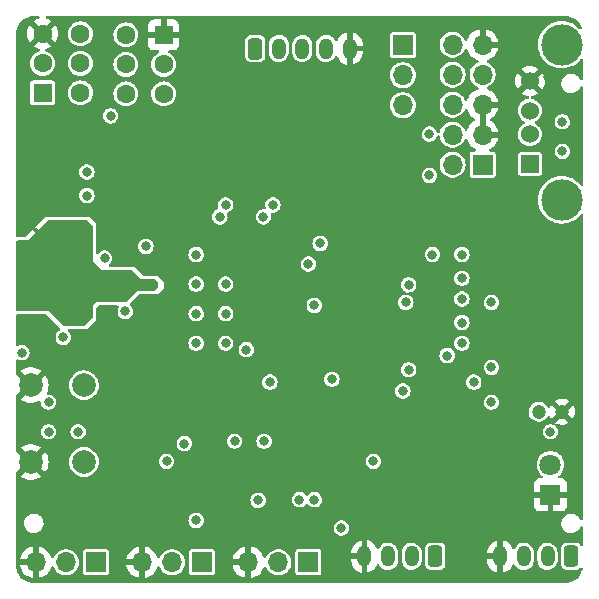
<source format=gbr>
%TF.GenerationSoftware,KiCad,Pcbnew,7.0.5*%
%TF.CreationDate,2023-08-23T03:28:24+02:00*%
%TF.ProjectId,STM32_DevBoard,53544d33-325f-4446-9576-426f6172642e,rev?*%
%TF.SameCoordinates,Original*%
%TF.FileFunction,Copper,L2,Inr*%
%TF.FilePolarity,Positive*%
%FSLAX46Y46*%
G04 Gerber Fmt 4.6, Leading zero omitted, Abs format (unit mm)*
G04 Created by KiCad (PCBNEW 7.0.5) date 2023-08-23 03:28:24*
%MOMM*%
%LPD*%
G01*
G04 APERTURE LIST*
G04 Aperture macros list*
%AMRoundRect*
0 Rectangle with rounded corners*
0 $1 Rounding radius*
0 $2 $3 $4 $5 $6 $7 $8 $9 X,Y pos of 4 corners*
0 Add a 4 corners polygon primitive as box body*
4,1,4,$2,$3,$4,$5,$6,$7,$8,$9,$2,$3,0*
0 Add four circle primitives for the rounded corners*
1,1,$1+$1,$2,$3*
1,1,$1+$1,$4,$5*
1,1,$1+$1,$6,$7*
1,1,$1+$1,$8,$9*
0 Add four rect primitives between the rounded corners*
20,1,$1+$1,$2,$3,$4,$5,0*
20,1,$1+$1,$4,$5,$6,$7,0*
20,1,$1+$1,$6,$7,$8,$9,0*
20,1,$1+$1,$8,$9,$2,$3,0*%
G04 Aperture macros list end*
%TA.AperFunction,ComponentPad*%
%ADD10R,1.524000X1.524000*%
%TD*%
%TA.AperFunction,ComponentPad*%
%ADD11C,1.524000*%
%TD*%
%TA.AperFunction,ComponentPad*%
%ADD12C,3.500000*%
%TD*%
%TA.AperFunction,ComponentPad*%
%ADD13RoundRect,0.250000X-0.350000X-0.650000X0.350000X-0.650000X0.350000X0.650000X-0.350000X0.650000X0*%
%TD*%
%TA.AperFunction,ComponentPad*%
%ADD14O,1.200000X1.800000*%
%TD*%
%TA.AperFunction,ComponentPad*%
%ADD15RoundRect,0.250000X0.350000X0.650000X-0.350000X0.650000X-0.350000X-0.650000X0.350000X-0.650000X0*%
%TD*%
%TA.AperFunction,ComponentPad*%
%ADD16C,1.800000*%
%TD*%
%TA.AperFunction,ComponentPad*%
%ADD17R,1.800000X1.800000*%
%TD*%
%TA.AperFunction,ComponentPad*%
%ADD18R,1.600000X1.600000*%
%TD*%
%TA.AperFunction,ComponentPad*%
%ADD19C,1.600000*%
%TD*%
%TA.AperFunction,ComponentPad*%
%ADD20R,1.700000X1.700000*%
%TD*%
%TA.AperFunction,ComponentPad*%
%ADD21O,1.700000X1.700000*%
%TD*%
%TA.AperFunction,ComponentPad*%
%ADD22C,1.200000*%
%TD*%
%TA.AperFunction,ComponentPad*%
%ADD23C,2.000000*%
%TD*%
%TA.AperFunction,ViaPad*%
%ADD24C,0.800000*%
%TD*%
%TA.AperFunction,Conductor*%
%ADD25C,0.300000*%
%TD*%
G04 APERTURE END LIST*
D10*
%TO.N,+5V*%
%TO.C,J5*%
X174000000Y-78300000D03*
D11*
%TO.N,/Connectors/USB_D-*%
X174000000Y-75800000D03*
%TO.N,/Connectors/USB_D+*%
X174000000Y-73800000D03*
%TO.N,GND*%
X174000000Y-71300000D03*
D12*
%TO.N,unconnected-(J5-Shield-Pad5)*%
X176710000Y-81370000D03*
X176710000Y-68230000D03*
%TD*%
D13*
%TO.N,+3V3*%
%TO.C,J8*%
X150750000Y-68550000D03*
D14*
%TO.N,/Connectors/SPI_MOSI*%
X152750000Y-68550000D03*
%TO.N,Net-(D8-A2)*%
X154750000Y-68550000D03*
%TO.N,Net-(D9-A2)*%
X156750000Y-68550000D03*
%TO.N,GND*%
X158750000Y-68550000D03*
%TD*%
D15*
%TO.N,+3V3*%
%TO.C,J1*%
X177500000Y-111550000D03*
D14*
%TO.N,/Connectors/CAN+*%
X175500000Y-111550000D03*
%TO.N,/Connectors/CAN-*%
X173500000Y-111550000D03*
%TO.N,GND*%
X171500000Y-111550000D03*
%TD*%
%TO.N,GND*%
%TO.C,J10*%
X160000000Y-111550000D03*
%TO.N,/Connectors/I2C_SDA*%
X162000000Y-111550000D03*
%TO.N,Net-(D18-A2)*%
X164000000Y-111550000D03*
D15*
%TO.N,+3V3*%
X166000000Y-111550000D03*
%TD*%
D16*
%TO.N,Net-(D2-A)*%
%TO.C,D2*%
X175750000Y-103785000D03*
D17*
%TO.N,GND*%
X175750000Y-106325000D03*
%TD*%
D18*
%TO.N,+3V3*%
%TO.C,SW3*%
X132750000Y-72300000D03*
D19*
%TO.N,/MCU/EEPROM_WP_SW*%
X132750000Y-69800000D03*
%TO.N,GND*%
X132750000Y-67300000D03*
%TO.N,N/C*%
X135950000Y-72300000D03*
X135950000Y-69800000D03*
X135950000Y-67300000D03*
%TD*%
D18*
%TO.N,GND*%
%TO.C,SW1*%
X143000000Y-67392500D03*
D19*
%TO.N,Net-(SW1-B)*%
X143000000Y-69892500D03*
%TO.N,+3V3*%
X143000000Y-72392500D03*
%TO.N,N/C*%
X139800000Y-67392500D03*
X139800000Y-69892500D03*
X139800000Y-72392500D03*
%TD*%
D20*
%TO.N,+3V3*%
%TO.C,J3*%
X146250000Y-112050000D03*
D21*
%TO.N,Net-(D7-A2)*%
X143710000Y-112050000D03*
%TO.N,GND*%
X141170000Y-112050000D03*
%TD*%
D22*
%TO.N,+3V3*%
%TO.C,C14*%
X174750000Y-99300000D03*
%TO.N,GND*%
X176750000Y-99300000D03*
%TD*%
D23*
%TO.N,GND*%
%TO.C,SW2*%
X131750000Y-103550000D03*
X131750000Y-97050000D03*
%TO.N,/MCU/NRST*%
X136250000Y-103550000D03*
X136250000Y-97050000D03*
%TD*%
D20*
%TO.N,+3V3*%
%TO.C,J6*%
X170000000Y-78375000D03*
D21*
%TO.N,/MCU/SWDIO*%
X167460000Y-78375000D03*
%TO.N,GND*%
X170000000Y-75835000D03*
%TO.N,/MCU/SWCLK*%
X167460000Y-75835000D03*
%TO.N,GND*%
X170000000Y-73295000D03*
%TO.N,/MCU/SWO*%
X167460000Y-73295000D03*
%TO.N,unconnected-(J6-Pin_7-Pad7)*%
X170000000Y-70755000D03*
%TO.N,unconnected-(J6-Pin_8-Pad8)*%
X167460000Y-70755000D03*
%TO.N,GND*%
X170000000Y-68215000D03*
%TO.N,/MCU/NRST*%
X167460000Y-68215000D03*
%TD*%
D20*
%TO.N,+3V3*%
%TO.C,J12*%
X137250000Y-112050000D03*
D21*
%TO.N,Net-(D22-A2)*%
X134710000Y-112050000D03*
%TO.N,GND*%
X132170000Y-112050000D03*
%TD*%
D20*
%TO.N,+3V3*%
%TO.C,J11*%
X155250000Y-112050000D03*
D21*
%TO.N,Net-(D13-A2)*%
X152710000Y-112050000D03*
%TO.N,GND*%
X150170000Y-112050000D03*
%TD*%
D20*
%TO.N,Net-(D12-A2)*%
%TO.C,J9*%
X163250000Y-68260000D03*
D21*
%TO.N,Net-(D11-A2)*%
X163250000Y-70800000D03*
%TO.N,Net-(D10-A2)*%
X163250000Y-73340000D03*
%TD*%
D24*
%TO.N,GND*%
X163750000Y-77250000D03*
X147500000Y-109750000D03*
X154000000Y-109500000D03*
X170300000Y-81150000D03*
X170300000Y-83224500D03*
%TO.N,+3V3*%
X176750000Y-74750000D03*
X145750000Y-88500000D03*
X143250000Y-103500000D03*
X163750000Y-88550000D03*
X168250000Y-88000000D03*
X152000000Y-96800000D03*
X135750000Y-101000000D03*
X160750000Y-103500000D03*
X169250000Y-96800000D03*
X133250000Y-101000000D03*
X170750000Y-98500000D03*
X176750000Y-77250000D03*
X145750000Y-108500000D03*
X156250000Y-85050000D03*
X145750000Y-86000000D03*
X154500000Y-106750000D03*
X144750000Y-102000000D03*
X133250000Y-98500000D03*
X138000000Y-86300000D03*
X168250000Y-91750000D03*
X170750000Y-95550000D03*
X168250000Y-86000000D03*
X165750000Y-86000000D03*
X157250000Y-96550000D03*
X136500000Y-79000000D03*
X155750000Y-106750000D03*
X148250000Y-91000000D03*
X136500000Y-81000000D03*
X170750000Y-90050000D03*
X138500000Y-74250000D03*
X168250000Y-89750000D03*
X175750000Y-101000000D03*
X131000000Y-94300000D03*
X141500000Y-85300000D03*
X145750000Y-93500000D03*
X167000000Y-94550000D03*
X134500000Y-93000000D03*
X145750000Y-91000000D03*
X148250000Y-88500000D03*
X168250000Y-93500000D03*
X151500000Y-101800000D03*
X148250000Y-93500000D03*
%TO.N,GND*%
X158079977Y-107950000D03*
X156750000Y-70800000D03*
X174500000Y-95550000D03*
X135000000Y-81800000D03*
X131500000Y-79050000D03*
X149500000Y-92250000D03*
X134500000Y-97250000D03*
X147000000Y-92250000D03*
X143250000Y-101800000D03*
X151000000Y-88500000D03*
X134500000Y-67250000D03*
X175500000Y-71000000D03*
X131750000Y-90050000D03*
X158750000Y-88800000D03*
X155750000Y-89050000D03*
X172250000Y-67550000D03*
X149500000Y-87250000D03*
X159750000Y-95800000D03*
X164250000Y-75800000D03*
X174500000Y-93800000D03*
X139000000Y-103800000D03*
X172250000Y-73050000D03*
X158750000Y-70800000D03*
X131000000Y-92300000D03*
X134500000Y-99750000D03*
X150500000Y-108750000D03*
X174500000Y-90050000D03*
X163250000Y-98800000D03*
X131500000Y-81800000D03*
X134500000Y-69750000D03*
X150250000Y-101800000D03*
X168250000Y-104800000D03*
X144500000Y-87250000D03*
X134000000Y-90300000D03*
X132750000Y-84550000D03*
X162000000Y-84750000D03*
X149750000Y-106745023D03*
X147000000Y-87250000D03*
X134500000Y-104750000D03*
X137000000Y-99750000D03*
X172000000Y-97250000D03*
X174500000Y-102250000D03*
X135000000Y-79050000D03*
X169500000Y-99750000D03*
X175500000Y-76000000D03*
X138750000Y-108750000D03*
X170500000Y-103750000D03*
X172750000Y-91800000D03*
X156250000Y-83800000D03*
X174500000Y-84750000D03*
X169250000Y-98050000D03*
X150749999Y-90999999D03*
X172750000Y-93800000D03*
X164100000Y-94550000D03*
X177000000Y-84750000D03*
X138000000Y-84300000D03*
X146250000Y-66250000D03*
X132000000Y-106750000D03*
X152750000Y-101800000D03*
X134969669Y-77830331D03*
X175500000Y-73500000D03*
X174000000Y-69550000D03*
X131250000Y-83800000D03*
X138000000Y-71000000D03*
X131500000Y-80300000D03*
X167000000Y-87250000D03*
X174500000Y-91800000D03*
X134000000Y-83800000D03*
X154750000Y-70800000D03*
X170000000Y-109050000D03*
X168250000Y-103800000D03*
X142000000Y-107300000D03*
X175750000Y-109050000D03*
X161250000Y-70800000D03*
X163050000Y-108380000D03*
X164500000Y-82250000D03*
X137000000Y-74250000D03*
X160750000Y-96750000D03*
X167000000Y-92800000D03*
X172250000Y-69550000D03*
X134500000Y-102250000D03*
X165500000Y-80550000D03*
X144500000Y-104750000D03*
X135000000Y-80300000D03*
X161500000Y-82800000D03*
X142000000Y-104750000D03*
X149500000Y-67250000D03*
X143250000Y-91000000D03*
X144500000Y-92250000D03*
X138000000Y-68750000D03*
X172250000Y-71300000D03*
X172750000Y-90050000D03*
X165250000Y-66750000D03*
X132000000Y-99750000D03*
X152750000Y-70800000D03*
X167000000Y-88762500D03*
X143250000Y-82550000D03*
X172750000Y-95550000D03*
X177000000Y-102250000D03*
X167000000Y-90750000D03*
X164500000Y-87250000D03*
X135750000Y-107300000D03*
X155250000Y-101800000D03*
X150750000Y-70800000D03*
X154000000Y-101800000D03*
X152000000Y-67250000D03*
X137500000Y-92300000D03*
%TO.N,/MCU/NRST*%
X139750000Y-90800000D03*
%TO.N,/Connectors/I2C_SDA*%
X158050000Y-109150000D03*
X149000000Y-101800000D03*
X151000000Y-106800000D03*
X150000000Y-94050000D03*
%TO.N,/MCU/SWDIO*%
X155250000Y-86800000D03*
%TO.N,/MCU/SWO*%
X165499996Y-75800000D03*
X165500000Y-79300000D03*
%TO.N,/Connectors/SPI_NSS1*%
X148250000Y-81800000D03*
X152250000Y-81800000D03*
%TO.N,/Connectors/SPI_NSS2*%
X147750000Y-82800000D03*
X151450000Y-82800000D03*
%TO.N,/MCU/IMU_INT*%
X163500000Y-90050000D03*
X155750000Y-90300000D03*
%TO.N,/Sensors/AUX_SDA*%
X163750000Y-95750000D03*
X163250000Y-97550000D03*
%TD*%
D25*
%TO.N,GND*%
X131950000Y-83750000D02*
X131250000Y-83750000D01*
X132750000Y-84550000D02*
X131950000Y-83750000D01*
%TD*%
%TA.AperFunction,Conductor*%
%TO.N,GND*%
G36*
X170250000Y-75399498D02*
G01*
X170142315Y-75350320D01*
X170035763Y-75335000D01*
X169964237Y-75335000D01*
X169857685Y-75350320D01*
X169750000Y-75399498D01*
X169750000Y-73730501D01*
X169857685Y-73779680D01*
X169964237Y-73795000D01*
X170035763Y-73795000D01*
X170142315Y-73779680D01*
X170250000Y-73730501D01*
X170250000Y-75399498D01*
G37*
%TD.AperFunction*%
%TA.AperFunction,Conductor*%
G36*
X132448559Y-65820185D02*
G01*
X132494314Y-65872989D01*
X132504258Y-65942147D01*
X132475233Y-66005703D01*
X132416455Y-66043477D01*
X132413613Y-66044275D01*
X132303682Y-66073730D01*
X132303673Y-66073734D01*
X132097513Y-66169868D01*
X132024527Y-66220972D01*
X132024526Y-66220973D01*
X132705600Y-66902046D01*
X132624852Y-66914835D01*
X132511955Y-66972359D01*
X132422359Y-67061955D01*
X132364835Y-67174852D01*
X132352046Y-67255599D01*
X131670973Y-66574526D01*
X131670972Y-66574527D01*
X131619868Y-66647513D01*
X131523734Y-66853673D01*
X131523730Y-66853682D01*
X131464860Y-67073389D01*
X131464858Y-67073400D01*
X131445034Y-67299997D01*
X131445034Y-67300002D01*
X131464858Y-67526599D01*
X131464860Y-67526610D01*
X131523730Y-67746317D01*
X131523734Y-67746326D01*
X131619865Y-67952481D01*
X131619866Y-67952483D01*
X131670973Y-68025471D01*
X131670974Y-68025472D01*
X132352046Y-67344399D01*
X132364835Y-67425148D01*
X132422359Y-67538045D01*
X132511955Y-67627641D01*
X132624852Y-67685165D01*
X132705599Y-67697953D01*
X132024526Y-68379025D01*
X132024526Y-68379026D01*
X132097512Y-68430131D01*
X132097516Y-68430133D01*
X132303673Y-68526265D01*
X132303682Y-68526269D01*
X132429240Y-68559912D01*
X132488901Y-68596277D01*
X132519430Y-68659124D01*
X132511135Y-68728499D01*
X132466650Y-68782377D01*
X132433144Y-68798347D01*
X132398828Y-68808757D01*
X132346042Y-68824769D01*
X132212570Y-68896113D01*
X132163550Y-68922315D01*
X132163548Y-68922316D01*
X132163547Y-68922317D01*
X132003589Y-69053589D01*
X131875866Y-69209223D01*
X131872315Y-69213550D01*
X131848221Y-69258627D01*
X131774769Y-69396043D01*
X131714699Y-69594067D01*
X131694417Y-69800000D01*
X131714699Y-70005932D01*
X131742759Y-70098432D01*
X131774768Y-70203954D01*
X131872315Y-70386450D01*
X131906969Y-70428677D01*
X132003589Y-70546410D01*
X132071098Y-70601812D01*
X132163550Y-70677685D01*
X132346046Y-70775232D01*
X132544066Y-70835300D01*
X132544065Y-70835300D01*
X132562529Y-70837118D01*
X132750000Y-70855583D01*
X132955934Y-70835300D01*
X133153954Y-70775232D01*
X133336450Y-70677685D01*
X133496410Y-70546410D01*
X133627685Y-70386450D01*
X133725232Y-70203954D01*
X133785300Y-70005934D01*
X133805583Y-69800000D01*
X134894417Y-69800000D01*
X134914699Y-70005932D01*
X134942759Y-70098432D01*
X134974768Y-70203954D01*
X135072315Y-70386450D01*
X135106969Y-70428677D01*
X135203589Y-70546410D01*
X135271098Y-70601812D01*
X135363550Y-70677685D01*
X135546046Y-70775232D01*
X135744066Y-70835300D01*
X135744065Y-70835300D01*
X135762529Y-70837118D01*
X135950000Y-70855583D01*
X136155934Y-70835300D01*
X136353954Y-70775232D01*
X136536450Y-70677685D01*
X136696410Y-70546410D01*
X136827685Y-70386450D01*
X136925232Y-70203954D01*
X136985300Y-70005934D01*
X136996473Y-69892499D01*
X138744417Y-69892499D01*
X138764699Y-70098432D01*
X138768081Y-70109580D01*
X138824768Y-70296454D01*
X138922315Y-70478950D01*
X138922317Y-70478952D01*
X139053589Y-70638910D01*
X139113483Y-70688063D01*
X139213550Y-70770185D01*
X139396046Y-70867732D01*
X139594066Y-70927800D01*
X139594065Y-70927800D01*
X139612529Y-70929618D01*
X139800000Y-70948083D01*
X140005934Y-70927800D01*
X140203954Y-70867732D01*
X140386450Y-70770185D01*
X140546410Y-70638910D01*
X140677685Y-70478950D01*
X140775232Y-70296454D01*
X140835300Y-70098434D01*
X140855583Y-69892500D01*
X140835300Y-69686566D01*
X140775232Y-69488546D01*
X140677685Y-69306050D01*
X140601770Y-69213547D01*
X140546410Y-69146089D01*
X140428677Y-69049469D01*
X140386450Y-69014815D01*
X140203954Y-68917268D01*
X140005934Y-68857200D01*
X140005932Y-68857199D01*
X140005934Y-68857199D01*
X139800000Y-68836917D01*
X139594067Y-68857199D01*
X139396043Y-68917269D01*
X139285897Y-68976143D01*
X139213550Y-69014815D01*
X139213548Y-69014816D01*
X139213547Y-69014817D01*
X139053589Y-69146089D01*
X138922317Y-69306047D01*
X138922315Y-69306050D01*
X138917264Y-69315500D01*
X138824769Y-69488543D01*
X138764699Y-69686567D01*
X138744417Y-69892499D01*
X136996473Y-69892499D01*
X137005583Y-69800000D01*
X136985300Y-69594066D01*
X136925232Y-69396046D01*
X136827685Y-69213550D01*
X136732019Y-69096980D01*
X136696410Y-69053589D01*
X136536452Y-68922317D01*
X136536453Y-68922317D01*
X136536450Y-68922315D01*
X136353954Y-68824768D01*
X136155934Y-68764700D01*
X136155932Y-68764699D01*
X136155934Y-68764699D01*
X135950000Y-68744417D01*
X135744067Y-68764699D01*
X135546043Y-68824769D01*
X135448524Y-68876895D01*
X135363550Y-68922315D01*
X135363548Y-68922316D01*
X135363547Y-68922317D01*
X135203589Y-69053589D01*
X135075866Y-69209223D01*
X135072315Y-69213550D01*
X135048221Y-69258627D01*
X134974769Y-69396043D01*
X134914699Y-69594067D01*
X134894417Y-69800000D01*
X133805583Y-69800000D01*
X133785300Y-69594066D01*
X133725232Y-69396046D01*
X133627685Y-69213550D01*
X133532019Y-69096980D01*
X133496410Y-69053589D01*
X133336452Y-68922317D01*
X133336453Y-68922317D01*
X133336450Y-68922315D01*
X133153954Y-68824768D01*
X133066856Y-68798347D01*
X133008418Y-68760050D01*
X132979962Y-68696238D01*
X132990522Y-68627171D01*
X133036746Y-68574777D01*
X133070759Y-68559912D01*
X133196317Y-68526269D01*
X133196331Y-68526264D01*
X133402478Y-68430136D01*
X133475472Y-68379025D01*
X132794401Y-67697953D01*
X132875148Y-67685165D01*
X132988045Y-67627641D01*
X133077641Y-67538045D01*
X133135165Y-67425148D01*
X133147953Y-67344400D01*
X133829025Y-68025472D01*
X133880136Y-67952478D01*
X133976264Y-67746331D01*
X133976269Y-67746317D01*
X134035139Y-67526610D01*
X134035141Y-67526599D01*
X134054966Y-67300002D01*
X134054966Y-67299999D01*
X134894417Y-67299999D01*
X134914699Y-67505932D01*
X134925609Y-67541898D01*
X134974768Y-67703954D01*
X135072315Y-67886450D01*
X135075868Y-67890779D01*
X135203589Y-68046410D01*
X135227570Y-68066090D01*
X135363550Y-68177685D01*
X135546046Y-68275232D01*
X135744066Y-68335300D01*
X135744065Y-68335300D01*
X135762529Y-68337118D01*
X135950000Y-68355583D01*
X136155934Y-68335300D01*
X136353954Y-68275232D01*
X136536450Y-68177685D01*
X136696410Y-68046410D01*
X136827685Y-67886450D01*
X136925232Y-67703954D01*
X136985300Y-67505934D01*
X136996472Y-67392500D01*
X138744417Y-67392500D01*
X138764699Y-67598432D01*
X138782669Y-67657671D01*
X138824768Y-67796454D01*
X138922315Y-67978950D01*
X138922317Y-67978952D01*
X139053589Y-68138910D01*
X139132760Y-68203883D01*
X139213550Y-68270185D01*
X139396046Y-68367732D01*
X139594066Y-68427800D01*
X139594065Y-68427800D01*
X139612529Y-68429618D01*
X139800000Y-68448083D01*
X140005934Y-68427800D01*
X140203954Y-68367732D01*
X140386450Y-68270185D01*
X140422812Y-68240344D01*
X141700000Y-68240344D01*
X141706401Y-68299872D01*
X141706403Y-68299879D01*
X141756645Y-68434586D01*
X141756649Y-68434593D01*
X141842809Y-68549687D01*
X141842812Y-68549690D01*
X141957906Y-68635850D01*
X141957913Y-68635854D01*
X142092620Y-68686096D01*
X142092627Y-68686098D01*
X142152155Y-68692499D01*
X142152172Y-68692500D01*
X142521521Y-68692500D01*
X142588560Y-68712185D01*
X142634315Y-68764989D01*
X142644259Y-68834147D01*
X142615234Y-68897703D01*
X142579974Y-68925858D01*
X142413550Y-69014815D01*
X142413548Y-69014816D01*
X142413547Y-69014817D01*
X142253589Y-69146089D01*
X142122317Y-69306047D01*
X142122315Y-69306050D01*
X142117264Y-69315500D01*
X142024769Y-69488543D01*
X141964699Y-69686567D01*
X141944417Y-69892499D01*
X141964699Y-70098432D01*
X141968081Y-70109580D01*
X142024768Y-70296454D01*
X142122315Y-70478950D01*
X142122317Y-70478952D01*
X142253589Y-70638910D01*
X142313483Y-70688063D01*
X142413550Y-70770185D01*
X142596046Y-70867732D01*
X142794066Y-70927800D01*
X142794065Y-70927800D01*
X142812529Y-70929618D01*
X143000000Y-70948083D01*
X143205934Y-70927800D01*
X143403954Y-70867732D01*
X143530671Y-70800000D01*
X162144785Y-70800000D01*
X162163602Y-71003082D01*
X162219417Y-71199247D01*
X162219422Y-71199260D01*
X162310327Y-71381821D01*
X162433237Y-71544581D01*
X162583958Y-71681980D01*
X162583960Y-71681982D01*
X162643952Y-71719127D01*
X162757363Y-71789348D01*
X162947544Y-71863024D01*
X163148024Y-71900500D01*
X163148026Y-71900500D01*
X163351974Y-71900500D01*
X163351976Y-71900500D01*
X163552456Y-71863024D01*
X163742637Y-71789348D01*
X163916041Y-71681981D01*
X164044122Y-71565219D01*
X164066762Y-71544581D01*
X164066764Y-71544579D01*
X164189673Y-71381821D01*
X164280582Y-71199250D01*
X164336397Y-71003083D01*
X164355215Y-70800000D01*
X164351045Y-70755000D01*
X166354785Y-70755000D01*
X166373602Y-70958082D01*
X166429417Y-71154247D01*
X166429422Y-71154260D01*
X166520327Y-71336821D01*
X166643237Y-71499581D01*
X166793958Y-71636980D01*
X166793960Y-71636982D01*
X166866638Y-71681982D01*
X166967363Y-71744348D01*
X167157544Y-71818024D01*
X167358024Y-71855500D01*
X167358026Y-71855500D01*
X167561974Y-71855500D01*
X167561976Y-71855500D01*
X167762456Y-71818024D01*
X167952637Y-71744348D01*
X168126041Y-71636981D01*
X168276764Y-71499579D01*
X168399673Y-71336821D01*
X168490582Y-71154250D01*
X168546397Y-70958083D01*
X168565215Y-70755000D01*
X168564331Y-70745465D01*
X168546397Y-70551917D01*
X168503386Y-70400752D01*
X168490582Y-70355750D01*
X168399673Y-70173179D01*
X168340704Y-70095091D01*
X168276762Y-70010418D01*
X168126041Y-69873019D01*
X168126039Y-69873017D01*
X167952642Y-69765655D01*
X167952635Y-69765651D01*
X167838321Y-69721366D01*
X167762456Y-69691976D01*
X167561976Y-69654500D01*
X167358024Y-69654500D01*
X167157544Y-69691976D01*
X167157541Y-69691976D01*
X167157541Y-69691977D01*
X166967364Y-69765651D01*
X166967357Y-69765655D01*
X166793960Y-69873017D01*
X166793958Y-69873019D01*
X166643237Y-70010418D01*
X166520327Y-70173178D01*
X166429422Y-70355739D01*
X166429417Y-70355752D01*
X166373602Y-70551917D01*
X166354785Y-70754999D01*
X166354785Y-70755000D01*
X164351045Y-70755000D01*
X164336397Y-70596917D01*
X164280582Y-70400750D01*
X164273462Y-70386452D01*
X164204650Y-70248257D01*
X164189673Y-70218179D01*
X164066764Y-70055421D01*
X164066762Y-70055418D01*
X163916041Y-69918019D01*
X163916039Y-69918017D01*
X163742642Y-69810655D01*
X163742635Y-69810651D01*
X163647546Y-69773814D01*
X163552456Y-69736976D01*
X163351976Y-69699500D01*
X163148024Y-69699500D01*
X162947544Y-69736976D01*
X162947541Y-69736976D01*
X162947541Y-69736977D01*
X162757364Y-69810651D01*
X162757357Y-69810655D01*
X162583960Y-69918017D01*
X162583958Y-69918019D01*
X162433237Y-70055418D01*
X162310327Y-70218178D01*
X162219422Y-70400739D01*
X162219417Y-70400752D01*
X162163602Y-70596917D01*
X162144785Y-70799999D01*
X162144785Y-70800000D01*
X143530671Y-70800000D01*
X143586450Y-70770185D01*
X143746410Y-70638910D01*
X143877685Y-70478950D01*
X143975232Y-70296454D01*
X144035300Y-70098434D01*
X144055583Y-69892500D01*
X144035300Y-69686566D01*
X143975232Y-69488546D01*
X143877685Y-69306050D01*
X143829938Y-69247870D01*
X149899500Y-69247870D01*
X149899501Y-69247876D01*
X149905908Y-69307483D01*
X149956202Y-69442328D01*
X149956206Y-69442335D01*
X150042452Y-69557544D01*
X150042455Y-69557547D01*
X150157664Y-69643793D01*
X150157671Y-69643797D01*
X150292517Y-69694091D01*
X150292516Y-69694091D01*
X150293949Y-69694245D01*
X150352127Y-69700500D01*
X151147872Y-69700499D01*
X151207483Y-69694091D01*
X151342331Y-69643796D01*
X151457546Y-69557546D01*
X151543796Y-69442331D01*
X151594091Y-69307483D01*
X151600500Y-69247873D01*
X151600500Y-68896116D01*
X151899500Y-68896116D01*
X151914486Y-69033911D01*
X151932065Y-69086082D01*
X151973055Y-69207735D01*
X151973557Y-69209223D01*
X151973558Y-69209225D01*
X151996818Y-69247883D01*
X152064576Y-69360500D01*
X152068931Y-69367737D01*
X152068932Y-69367738D01*
X152196149Y-69502040D01*
X152206568Y-69509104D01*
X152349270Y-69605858D01*
X152349273Y-69605859D01*
X152349276Y-69605861D01*
X152503950Y-69667488D01*
X152521125Y-69674331D01*
X152703683Y-69704260D01*
X152888407Y-69694245D01*
X152888411Y-69694244D01*
X153066656Y-69644755D01*
X153066656Y-69644754D01*
X153066659Y-69644754D01*
X153230104Y-69558100D01*
X153371100Y-69438337D01*
X153483054Y-69291064D01*
X153560732Y-69123167D01*
X153600500Y-68942497D01*
X153600500Y-68896116D01*
X153899500Y-68896116D01*
X153914486Y-69033911D01*
X153932065Y-69086082D01*
X153973055Y-69207735D01*
X153973557Y-69209223D01*
X153973558Y-69209225D01*
X153996818Y-69247883D01*
X154064576Y-69360500D01*
X154068931Y-69367737D01*
X154068932Y-69367738D01*
X154196149Y-69502040D01*
X154206568Y-69509104D01*
X154349270Y-69605858D01*
X154349273Y-69605859D01*
X154349276Y-69605861D01*
X154503950Y-69667488D01*
X154521125Y-69674331D01*
X154703683Y-69704260D01*
X154888407Y-69694245D01*
X154888411Y-69694244D01*
X155066656Y-69644755D01*
X155066656Y-69644754D01*
X155066659Y-69644754D01*
X155230104Y-69558100D01*
X155371100Y-69438337D01*
X155483054Y-69291064D01*
X155560732Y-69123167D01*
X155600500Y-68942497D01*
X155600500Y-68896116D01*
X155899500Y-68896116D01*
X155914486Y-69033911D01*
X155932065Y-69086082D01*
X155973055Y-69207735D01*
X155973557Y-69209223D01*
X155973558Y-69209225D01*
X155996818Y-69247883D01*
X156064576Y-69360500D01*
X156068931Y-69367737D01*
X156068932Y-69367738D01*
X156196149Y-69502040D01*
X156206568Y-69509104D01*
X156349270Y-69605858D01*
X156349273Y-69605859D01*
X156349276Y-69605861D01*
X156503950Y-69667488D01*
X156521125Y-69674331D01*
X156703683Y-69704260D01*
X156888407Y-69694245D01*
X156888411Y-69694244D01*
X157066656Y-69644755D01*
X157066656Y-69644754D01*
X157066659Y-69644754D01*
X157230104Y-69558100D01*
X157371100Y-69438337D01*
X157483054Y-69291064D01*
X157498062Y-69258624D01*
X157544074Y-69206048D01*
X157611209Y-69186693D01*
X157678151Y-69206707D01*
X157720415Y-69255969D01*
X157721444Y-69255439D01*
X157820413Y-69447414D01*
X157950268Y-69612537D01*
X157950271Y-69612540D01*
X158109030Y-69750105D01*
X158109041Y-69750114D01*
X158290960Y-69855144D01*
X158290967Y-69855147D01*
X158489487Y-69923856D01*
X158500000Y-69925367D01*
X158500000Y-68865686D01*
X158511955Y-68877641D01*
X158624852Y-68935165D01*
X158718519Y-68950000D01*
X158781481Y-68950000D01*
X158875148Y-68935165D01*
X158988045Y-68877641D01*
X159000000Y-68865686D01*
X159000000Y-69921257D01*
X159111409Y-69894229D01*
X159302507Y-69806959D01*
X159473619Y-69685110D01*
X159473625Y-69685104D01*
X159618592Y-69533067D01*
X159732166Y-69356342D01*
X159810244Y-69161314D01*
X159815378Y-69134676D01*
X162149499Y-69134676D01*
X162149500Y-69134678D01*
X162164032Y-69207735D01*
X162164033Y-69207739D01*
X162165025Y-69209223D01*
X162219399Y-69290601D01*
X162256664Y-69315500D01*
X162302260Y-69345966D01*
X162302264Y-69345967D01*
X162375321Y-69360499D01*
X162375324Y-69360500D01*
X162375326Y-69360500D01*
X164124676Y-69360500D01*
X164124677Y-69360499D01*
X164197740Y-69345966D01*
X164280601Y-69290601D01*
X164335966Y-69207740D01*
X164350500Y-69134674D01*
X164350500Y-67385326D01*
X164350500Y-67385323D01*
X164350499Y-67385321D01*
X164335967Y-67312264D01*
X164335966Y-67312260D01*
X164329253Y-67302213D01*
X164280601Y-67229399D01*
X164216496Y-67186566D01*
X164197739Y-67174033D01*
X164197735Y-67174032D01*
X164124677Y-67159500D01*
X164124674Y-67159500D01*
X162375326Y-67159500D01*
X162375323Y-67159500D01*
X162302264Y-67174032D01*
X162302260Y-67174033D01*
X162219399Y-67229399D01*
X162164033Y-67312260D01*
X162164032Y-67312264D01*
X162149500Y-67385321D01*
X162149499Y-67385323D01*
X162149499Y-69134676D01*
X159815378Y-69134676D01*
X159850000Y-68955037D01*
X159850000Y-68800000D01*
X159065686Y-68800000D01*
X159077641Y-68788045D01*
X159135165Y-68675148D01*
X159154986Y-68550000D01*
X159135165Y-68424852D01*
X159077641Y-68311955D01*
X159065686Y-68300000D01*
X159850000Y-68300000D01*
X159850000Y-68197601D01*
X159835034Y-68040877D01*
X159835033Y-68040873D01*
X159775850Y-67839313D01*
X159679586Y-67652585D01*
X159549731Y-67487462D01*
X159549728Y-67487459D01*
X159390969Y-67349894D01*
X159390958Y-67349885D01*
X159209039Y-67244855D01*
X159209032Y-67244852D01*
X159010516Y-67176144D01*
X159000000Y-67174632D01*
X159000000Y-68234314D01*
X158988045Y-68222359D01*
X158875148Y-68164835D01*
X158781481Y-68150000D01*
X158718519Y-68150000D01*
X158624852Y-68164835D01*
X158511955Y-68222359D01*
X158500000Y-68234314D01*
X158500000Y-67178740D01*
X158499999Y-67178740D01*
X158388594Y-67205768D01*
X158388582Y-67205772D01*
X158197497Y-67293037D01*
X158197496Y-67293038D01*
X158026380Y-67414889D01*
X158026374Y-67414895D01*
X157881407Y-67566932D01*
X157767832Y-67743659D01*
X157728756Y-67841266D01*
X157685566Y-67896187D01*
X157619539Y-67919039D01*
X157551638Y-67902566D01*
X157507389Y-67859108D01*
X157476335Y-67807497D01*
X157431070Y-67732264D01*
X157400508Y-67700000D01*
X157303850Y-67597959D01*
X157230947Y-67548530D01*
X157150730Y-67494142D01*
X157150727Y-67494140D01*
X157150723Y-67494138D01*
X156978877Y-67425669D01*
X156905851Y-67413697D01*
X156796317Y-67395740D01*
X156796314Y-67395740D01*
X156611593Y-67405755D01*
X156611588Y-67405755D01*
X156433343Y-67455244D01*
X156433337Y-67455247D01*
X156269897Y-67541898D01*
X156128900Y-67661662D01*
X156016946Y-67808936D01*
X155939268Y-67976832D01*
X155939266Y-67976836D01*
X155899500Y-68157502D01*
X155899500Y-68896116D01*
X155600500Y-68896116D01*
X155600500Y-68203887D01*
X155585514Y-68066090D01*
X155526444Y-67890779D01*
X155431070Y-67732264D01*
X155400508Y-67700000D01*
X155303850Y-67597959D01*
X155230947Y-67548530D01*
X155150730Y-67494142D01*
X155150727Y-67494140D01*
X155150723Y-67494138D01*
X154978877Y-67425669D01*
X154905851Y-67413697D01*
X154796317Y-67395740D01*
X154796314Y-67395740D01*
X154611593Y-67405755D01*
X154611588Y-67405755D01*
X154433343Y-67455244D01*
X154433337Y-67455247D01*
X154269897Y-67541898D01*
X154128900Y-67661662D01*
X154016946Y-67808936D01*
X153939268Y-67976832D01*
X153939266Y-67976836D01*
X153899500Y-68157502D01*
X153899500Y-68896116D01*
X153600500Y-68896116D01*
X153600500Y-68203887D01*
X153585514Y-68066090D01*
X153526444Y-67890779D01*
X153431070Y-67732264D01*
X153400508Y-67700000D01*
X153303850Y-67597959D01*
X153230947Y-67548530D01*
X153150730Y-67494142D01*
X153150727Y-67494140D01*
X153150723Y-67494138D01*
X152978877Y-67425669D01*
X152905851Y-67413697D01*
X152796317Y-67395740D01*
X152796314Y-67395740D01*
X152611593Y-67405755D01*
X152611588Y-67405755D01*
X152433343Y-67455244D01*
X152433337Y-67455247D01*
X152269897Y-67541898D01*
X152128900Y-67661662D01*
X152016946Y-67808936D01*
X151939268Y-67976832D01*
X151939266Y-67976836D01*
X151899500Y-68157502D01*
X151899500Y-68896116D01*
X151600500Y-68896116D01*
X151600499Y-67852128D01*
X151595299Y-67803757D01*
X151594091Y-67792516D01*
X151543797Y-67657671D01*
X151543793Y-67657664D01*
X151457547Y-67542455D01*
X151457544Y-67542452D01*
X151342335Y-67456206D01*
X151342328Y-67456202D01*
X151207482Y-67405908D01*
X151207483Y-67405908D01*
X151147883Y-67399501D01*
X151147881Y-67399500D01*
X151147873Y-67399500D01*
X151147864Y-67399500D01*
X150352129Y-67399500D01*
X150352123Y-67399501D01*
X150292516Y-67405908D01*
X150157671Y-67456202D01*
X150157664Y-67456206D01*
X150042455Y-67542452D01*
X150042452Y-67542455D01*
X149956206Y-67657664D01*
X149956202Y-67657671D01*
X149905908Y-67792517D01*
X149899501Y-67852116D01*
X149899501Y-67852123D01*
X149899500Y-67852135D01*
X149899500Y-69247870D01*
X143829938Y-69247870D01*
X143801770Y-69213547D01*
X143746410Y-69146089D01*
X143628677Y-69049469D01*
X143586450Y-69014815D01*
X143420025Y-68925858D01*
X143370181Y-68876895D01*
X143354721Y-68808757D01*
X143378553Y-68743078D01*
X143434111Y-68700709D01*
X143478479Y-68692500D01*
X143847828Y-68692500D01*
X143847844Y-68692499D01*
X143907372Y-68686098D01*
X143907379Y-68686096D01*
X144042086Y-68635854D01*
X144042093Y-68635850D01*
X144157187Y-68549690D01*
X144157190Y-68549687D01*
X144243350Y-68434593D01*
X144243354Y-68434586D01*
X144293596Y-68299879D01*
X144293598Y-68299872D01*
X144299999Y-68240344D01*
X144300000Y-68240327D01*
X144300000Y-67642500D01*
X143315686Y-67642500D01*
X143327641Y-67630545D01*
X143385165Y-67517648D01*
X143404986Y-67392500D01*
X143385165Y-67267352D01*
X143327641Y-67154455D01*
X143315686Y-67142500D01*
X144300000Y-67142500D01*
X144300000Y-66544672D01*
X144299999Y-66544655D01*
X144293598Y-66485127D01*
X144293596Y-66485120D01*
X144243354Y-66350413D01*
X144243350Y-66350406D01*
X144157190Y-66235312D01*
X144157187Y-66235309D01*
X144042093Y-66149149D01*
X144042086Y-66149145D01*
X143907379Y-66098903D01*
X143907372Y-66098901D01*
X143847844Y-66092500D01*
X143250000Y-66092500D01*
X143250000Y-67076814D01*
X143238045Y-67064859D01*
X143125148Y-67007335D01*
X143031481Y-66992500D01*
X142968519Y-66992500D01*
X142874852Y-67007335D01*
X142761955Y-67064859D01*
X142750000Y-67076814D01*
X142750000Y-66092500D01*
X142152155Y-66092500D01*
X142092627Y-66098901D01*
X142092620Y-66098903D01*
X141957913Y-66149145D01*
X141957906Y-66149149D01*
X141842812Y-66235309D01*
X141842809Y-66235312D01*
X141756649Y-66350406D01*
X141756645Y-66350413D01*
X141706403Y-66485120D01*
X141706401Y-66485127D01*
X141700000Y-66544655D01*
X141700000Y-67142500D01*
X142684314Y-67142500D01*
X142672359Y-67154455D01*
X142614835Y-67267352D01*
X142595014Y-67392500D01*
X142614835Y-67517648D01*
X142672359Y-67630545D01*
X142684314Y-67642500D01*
X141700000Y-67642500D01*
X141700000Y-68240344D01*
X140422812Y-68240344D01*
X140546410Y-68138910D01*
X140677685Y-67978950D01*
X140775232Y-67796454D01*
X140835300Y-67598434D01*
X140855583Y-67392500D01*
X140835300Y-67186566D01*
X140775232Y-66988546D01*
X140677685Y-66806050D01*
X140602356Y-66714261D01*
X140546410Y-66646089D01*
X140422810Y-66544655D01*
X140386450Y-66514815D01*
X140203954Y-66417268D01*
X140005934Y-66357200D01*
X140005932Y-66357199D01*
X140005934Y-66357199D01*
X139800000Y-66336917D01*
X139594067Y-66357199D01*
X139396043Y-66417269D01*
X139337761Y-66448422D01*
X139213550Y-66514815D01*
X139213548Y-66514816D01*
X139213547Y-66514817D01*
X139053589Y-66646089D01*
X138922317Y-66806047D01*
X138824769Y-66988543D01*
X138824768Y-66988545D01*
X138824768Y-66988546D01*
X138817898Y-67011192D01*
X138764699Y-67186567D01*
X138744417Y-67392500D01*
X136996472Y-67392500D01*
X137005583Y-67300000D01*
X136985300Y-67094066D01*
X136925232Y-66896046D01*
X136827685Y-66713550D01*
X136772322Y-66646089D01*
X136696410Y-66553589D01*
X136536452Y-66422317D01*
X136536453Y-66422317D01*
X136536450Y-66422315D01*
X136353954Y-66324768D01*
X136155934Y-66264700D01*
X136155932Y-66264699D01*
X136155934Y-66264699D01*
X135968463Y-66246235D01*
X135950000Y-66244417D01*
X135949999Y-66244417D01*
X135744067Y-66264699D01*
X135546043Y-66324769D01*
X135435898Y-66383643D01*
X135363550Y-66422315D01*
X135363548Y-66422316D01*
X135363547Y-66422317D01*
X135203589Y-66553589D01*
X135072317Y-66713547D01*
X135072315Y-66713550D01*
X135055240Y-66745495D01*
X134974769Y-66896043D01*
X134974768Y-66896045D01*
X134974768Y-66896046D01*
X134968535Y-66916594D01*
X134914699Y-67094067D01*
X134894417Y-67299999D01*
X134054966Y-67299999D01*
X134054966Y-67299997D01*
X134035141Y-67073400D01*
X134035139Y-67073389D01*
X133976269Y-66853682D01*
X133976265Y-66853673D01*
X133880133Y-66647516D01*
X133880131Y-66647512D01*
X133829026Y-66574526D01*
X133829025Y-66574526D01*
X133147953Y-67255598D01*
X133135165Y-67174852D01*
X133077641Y-67061955D01*
X132988045Y-66972359D01*
X132875148Y-66914835D01*
X132794400Y-66902046D01*
X133475472Y-66220974D01*
X133475471Y-66220973D01*
X133402483Y-66169866D01*
X133402481Y-66169865D01*
X133196326Y-66073734D01*
X133196317Y-66073730D01*
X133086387Y-66044275D01*
X133026726Y-66007910D01*
X132996197Y-65945063D01*
X133004492Y-65875688D01*
X133048977Y-65821810D01*
X133115529Y-65800535D01*
X133118480Y-65800500D01*
X176907290Y-65800500D01*
X176997786Y-65800500D01*
X177002208Y-65800657D01*
X177204561Y-65815130D01*
X177222063Y-65817647D01*
X177413797Y-65859355D01*
X177430755Y-65864334D01*
X177614609Y-65932909D01*
X177630701Y-65940259D01*
X177802904Y-66034288D01*
X177817784Y-66043849D01*
X177958447Y-66149149D01*
X177974867Y-66161441D01*
X177988237Y-66173027D01*
X178126972Y-66311762D01*
X178138558Y-66325132D01*
X178256146Y-66482210D01*
X178265711Y-66497095D01*
X178359740Y-66669298D01*
X178367089Y-66685389D01*
X178389508Y-66745495D01*
X178394493Y-66815187D01*
X178361009Y-66876510D01*
X178299686Y-66909996D01*
X178229994Y-66905012D01*
X178185646Y-66876511D01*
X178023405Y-66714270D01*
X178023387Y-66714254D01*
X177794317Y-66542775D01*
X177794309Y-66542770D01*
X177543166Y-66405635D01*
X177543167Y-66405635D01*
X177395092Y-66350406D01*
X177275046Y-66305631D01*
X177275043Y-66305630D01*
X177275037Y-66305628D01*
X176995433Y-66244804D01*
X176710001Y-66224390D01*
X176709999Y-66224390D01*
X176424566Y-66244804D01*
X176144962Y-66305628D01*
X175876833Y-66405635D01*
X175625690Y-66542770D01*
X175625682Y-66542775D01*
X175396612Y-66714254D01*
X175396594Y-66714270D01*
X175194270Y-66916594D01*
X175194254Y-66916612D01*
X175022775Y-67145682D01*
X175022770Y-67145690D01*
X174885635Y-67396833D01*
X174785628Y-67664962D01*
X174724804Y-67944566D01*
X174704390Y-68229998D01*
X174704390Y-68230001D01*
X174724804Y-68515433D01*
X174785628Y-68795037D01*
X174785630Y-68795043D01*
X174785631Y-68795046D01*
X174840628Y-68942497D01*
X174885635Y-69063166D01*
X175022770Y-69314309D01*
X175022775Y-69314317D01*
X175194254Y-69543387D01*
X175194270Y-69543405D01*
X175396594Y-69745729D01*
X175396612Y-69745745D01*
X175625682Y-69917224D01*
X175625690Y-69917229D01*
X175876833Y-70054364D01*
X175876832Y-70054364D01*
X175876836Y-70054365D01*
X175876839Y-70054367D01*
X176144954Y-70154369D01*
X176144960Y-70154370D01*
X176144962Y-70154371D01*
X176424566Y-70215195D01*
X176424568Y-70215195D01*
X176424572Y-70215196D01*
X176678220Y-70233337D01*
X176709999Y-70235610D01*
X176710000Y-70235610D01*
X176710001Y-70235610D01*
X176738595Y-70233564D01*
X176995428Y-70215196D01*
X177051939Y-70202903D01*
X177275037Y-70154371D01*
X177275037Y-70154370D01*
X177275046Y-70154369D01*
X177543161Y-70054367D01*
X177794315Y-69917226D01*
X178023395Y-69745739D01*
X178225739Y-69543395D01*
X178259047Y-69498901D01*
X178276233Y-69475943D01*
X178332166Y-69434071D01*
X178401858Y-69429087D01*
X178463181Y-69462571D01*
X178496666Y-69523894D01*
X178499500Y-69550253D01*
X178499500Y-71122154D01*
X178479815Y-71189193D01*
X178427011Y-71234948D01*
X178357853Y-71244892D01*
X178294297Y-71215867D01*
X178265945Y-71180237D01*
X178188118Y-71033442D01*
X178071735Y-70896426D01*
X178032669Y-70866729D01*
X177928618Y-70787631D01*
X177928616Y-70787630D01*
X177928615Y-70787629D01*
X177765457Y-70712145D01*
X177589887Y-70673500D01*
X177455184Y-70673500D01*
X177455182Y-70673500D01*
X177321278Y-70688063D01*
X177249806Y-70712145D01*
X177150915Y-70745465D01*
X177150913Y-70745465D01*
X177150913Y-70745466D01*
X176996876Y-70838147D01*
X176866356Y-70961781D01*
X176765471Y-71110575D01*
X176765470Y-71110576D01*
X176698929Y-71277583D01*
X176698928Y-71277587D01*
X176669845Y-71454986D01*
X176669844Y-71454989D01*
X176679577Y-71634501D01*
X176679578Y-71634506D01*
X176727670Y-71807718D01*
X176727674Y-71807726D01*
X176811881Y-71966557D01*
X176928264Y-72103573D01*
X176928265Y-72103574D01*
X177071382Y-72212369D01*
X177234541Y-72287854D01*
X177410113Y-72326500D01*
X177410116Y-72326500D01*
X177544810Y-72326500D01*
X177544816Y-72326500D01*
X177678721Y-72311937D01*
X177849085Y-72254535D01*
X178003126Y-72161851D01*
X178133642Y-72038220D01*
X178234529Y-71889423D01*
X178260306Y-71824725D01*
X178303407Y-71769733D01*
X178369396Y-71746772D01*
X178437323Y-71763133D01*
X178485622Y-71813621D01*
X178499500Y-71870622D01*
X178499500Y-80049746D01*
X178479815Y-80116785D01*
X178427011Y-80162540D01*
X178357853Y-80172484D01*
X178294297Y-80143459D01*
X178276233Y-80124057D01*
X178269944Y-80115656D01*
X178225739Y-80056605D01*
X178225734Y-80056600D01*
X178225729Y-80056594D01*
X178023405Y-79854270D01*
X178023387Y-79854254D01*
X177794317Y-79682775D01*
X177794309Y-79682770D01*
X177543166Y-79545635D01*
X177543167Y-79545635D01*
X177435914Y-79505632D01*
X177275046Y-79445631D01*
X177275043Y-79445630D01*
X177275037Y-79445628D01*
X176995433Y-79384804D01*
X176710001Y-79364390D01*
X176709999Y-79364390D01*
X176424566Y-79384804D01*
X176144962Y-79445628D01*
X175876833Y-79545635D01*
X175625690Y-79682770D01*
X175625682Y-79682775D01*
X175396612Y-79854254D01*
X175396594Y-79854270D01*
X175194270Y-80056594D01*
X175194254Y-80056612D01*
X175022775Y-80285682D01*
X175022770Y-80285690D01*
X174885635Y-80536833D01*
X174785628Y-80804962D01*
X174724804Y-81084566D01*
X174704390Y-81369998D01*
X174704390Y-81370001D01*
X174724804Y-81655433D01*
X174785628Y-81935037D01*
X174785630Y-81935043D01*
X174785631Y-81935046D01*
X174879718Y-82187303D01*
X174885635Y-82203166D01*
X175022770Y-82454309D01*
X175022775Y-82454317D01*
X175194254Y-82683387D01*
X175194270Y-82683405D01*
X175396594Y-82885729D01*
X175396612Y-82885745D01*
X175625682Y-83057224D01*
X175625690Y-83057229D01*
X175876833Y-83194364D01*
X175876832Y-83194364D01*
X175876836Y-83194365D01*
X175876839Y-83194367D01*
X176144954Y-83294369D01*
X176144960Y-83294370D01*
X176144962Y-83294371D01*
X176424566Y-83355195D01*
X176424568Y-83355195D01*
X176424572Y-83355196D01*
X176678220Y-83373337D01*
X176709999Y-83375610D01*
X176710000Y-83375610D01*
X176710001Y-83375610D01*
X176738595Y-83373564D01*
X176995428Y-83355196D01*
X177068575Y-83339284D01*
X177275037Y-83294371D01*
X177275037Y-83294370D01*
X177275046Y-83294369D01*
X177543161Y-83194367D01*
X177794315Y-83057226D01*
X178023395Y-82885739D01*
X178225739Y-82683395D01*
X178276232Y-82615943D01*
X178332166Y-82574071D01*
X178401858Y-82569087D01*
X178463181Y-82602571D01*
X178496666Y-82663894D01*
X178499500Y-82690253D01*
X178499500Y-108372154D01*
X178479815Y-108439193D01*
X178427011Y-108484948D01*
X178357853Y-108494892D01*
X178294297Y-108465867D01*
X178265945Y-108430237D01*
X178188118Y-108283442D01*
X178071735Y-108146426D01*
X177995070Y-108088147D01*
X177928618Y-108037631D01*
X177928616Y-108037630D01*
X177928615Y-108037629D01*
X177765457Y-107962145D01*
X177589887Y-107923500D01*
X177455184Y-107923500D01*
X177455182Y-107923500D01*
X177321278Y-107938063D01*
X177254050Y-107960715D01*
X177150915Y-107995465D01*
X177150913Y-107995465D01*
X177150913Y-107995466D01*
X176996876Y-108088147D01*
X176866356Y-108211781D01*
X176765471Y-108360575D01*
X176765470Y-108360576D01*
X176698929Y-108527583D01*
X176698928Y-108527587D01*
X176669845Y-108704986D01*
X176669844Y-108704989D01*
X176679577Y-108884501D01*
X176679578Y-108884506D01*
X176727670Y-109057718D01*
X176727674Y-109057726D01*
X176811881Y-109216557D01*
X176888550Y-109306818D01*
X176928265Y-109353574D01*
X177071382Y-109462369D01*
X177234541Y-109537854D01*
X177410113Y-109576500D01*
X177410116Y-109576500D01*
X177544810Y-109576500D01*
X177544816Y-109576500D01*
X177678721Y-109561937D01*
X177849085Y-109504535D01*
X178003126Y-109411851D01*
X178133642Y-109288220D01*
X178234529Y-109139423D01*
X178260306Y-109074725D01*
X178303407Y-109019733D01*
X178369396Y-108996772D01*
X178437323Y-109013133D01*
X178485622Y-109063621D01*
X178499500Y-109120622D01*
X178499500Y-110559897D01*
X178479815Y-110626936D01*
X178427011Y-110672691D01*
X178357853Y-110682635D01*
X178294297Y-110653610D01*
X178276234Y-110634208D01*
X178207547Y-110542455D01*
X178207544Y-110542452D01*
X178092335Y-110456206D01*
X178092328Y-110456202D01*
X177957482Y-110405908D01*
X177957483Y-110405908D01*
X177897883Y-110399501D01*
X177897881Y-110399500D01*
X177897873Y-110399500D01*
X177897864Y-110399500D01*
X177102129Y-110399500D01*
X177102123Y-110399501D01*
X177042516Y-110405908D01*
X176907671Y-110456202D01*
X176907664Y-110456206D01*
X176792455Y-110542452D01*
X176792452Y-110542455D01*
X176706206Y-110657664D01*
X176706202Y-110657671D01*
X176655908Y-110792517D01*
X176650313Y-110844561D01*
X176649501Y-110852123D01*
X176649500Y-110852135D01*
X176649500Y-112247870D01*
X176649501Y-112247876D01*
X176655908Y-112307483D01*
X176706202Y-112442328D01*
X176706206Y-112442335D01*
X176792452Y-112557544D01*
X176792455Y-112557547D01*
X176907664Y-112643793D01*
X176907671Y-112643797D01*
X177042517Y-112694091D01*
X177042516Y-112694091D01*
X177043949Y-112694245D01*
X177102127Y-112700500D01*
X177897872Y-112700499D01*
X177957483Y-112694091D01*
X178092331Y-112643796D01*
X178207546Y-112557546D01*
X178242443Y-112510928D01*
X178298375Y-112469058D01*
X178368067Y-112464074D01*
X178429390Y-112497558D01*
X178462875Y-112558881D01*
X178462875Y-112611597D01*
X178440646Y-112713786D01*
X178435662Y-112730763D01*
X178367090Y-112914609D01*
X178359740Y-112930701D01*
X178265711Y-113102904D01*
X178256146Y-113117789D01*
X178138558Y-113274867D01*
X178126972Y-113288237D01*
X177988237Y-113426972D01*
X177974867Y-113438558D01*
X177817789Y-113556146D01*
X177802904Y-113565711D01*
X177630701Y-113659740D01*
X177614609Y-113667090D01*
X177430763Y-113735662D01*
X177413787Y-113740646D01*
X177222068Y-113782351D01*
X177204557Y-113784869D01*
X177023733Y-113797802D01*
X177002208Y-113799342D01*
X176997786Y-113799500D01*
X132002214Y-113799500D01*
X131997791Y-113799342D01*
X131973413Y-113797598D01*
X131795442Y-113784869D01*
X131777931Y-113782351D01*
X131586212Y-113740646D01*
X131569236Y-113735662D01*
X131385390Y-113667090D01*
X131369298Y-113659740D01*
X131197095Y-113565711D01*
X131182210Y-113556146D01*
X131025132Y-113438558D01*
X131011762Y-113426972D01*
X130873027Y-113288237D01*
X130861441Y-113274867D01*
X130823063Y-113223600D01*
X130743849Y-113117784D01*
X130734288Y-113102904D01*
X130640259Y-112930701D01*
X130632909Y-112914609D01*
X130610731Y-112855147D01*
X130564334Y-112730755D01*
X130559355Y-112713797D01*
X130517647Y-112522063D01*
X130515130Y-112504556D01*
X130514950Y-112502041D01*
X130500657Y-112302208D01*
X130500579Y-112300000D01*
X130839364Y-112300000D01*
X130896567Y-112513486D01*
X130896570Y-112513492D01*
X130996399Y-112727578D01*
X131131894Y-112921082D01*
X131298917Y-113088105D01*
X131492421Y-113223600D01*
X131706507Y-113323429D01*
X131706516Y-113323433D01*
X131920000Y-113380634D01*
X131920000Y-112485501D01*
X132027685Y-112534680D01*
X132134237Y-112550000D01*
X132205763Y-112550000D01*
X132312315Y-112534680D01*
X132419999Y-112485501D01*
X132419999Y-113380633D01*
X132633483Y-113323433D01*
X132633492Y-113323429D01*
X132847578Y-113223600D01*
X133041082Y-113088105D01*
X133208105Y-112921082D01*
X133343600Y-112727578D01*
X133443429Y-112513492D01*
X133443431Y-112513489D01*
X133452406Y-112479992D01*
X133488770Y-112420331D01*
X133551616Y-112389800D01*
X133620992Y-112398094D01*
X133674871Y-112442578D01*
X133683182Y-112456811D01*
X133770327Y-112631821D01*
X133893237Y-112794581D01*
X134043958Y-112931980D01*
X134043960Y-112931982D01*
X134143141Y-112993392D01*
X134217363Y-113039348D01*
X134407544Y-113113024D01*
X134608024Y-113150500D01*
X134608026Y-113150500D01*
X134811974Y-113150500D01*
X134811976Y-113150500D01*
X135012456Y-113113024D01*
X135202637Y-113039348D01*
X135376041Y-112931981D01*
X135384052Y-112924678D01*
X136149500Y-112924678D01*
X136164032Y-112997735D01*
X136164033Y-112997739D01*
X136164034Y-112997740D01*
X136219399Y-113080601D01*
X136275056Y-113117789D01*
X136302260Y-113135966D01*
X136302264Y-113135967D01*
X136375321Y-113150499D01*
X136375324Y-113150500D01*
X136375326Y-113150500D01*
X138124676Y-113150500D01*
X138124677Y-113150499D01*
X138197740Y-113135966D01*
X138280601Y-113080601D01*
X138335966Y-112997740D01*
X138350500Y-112924674D01*
X138350500Y-112300000D01*
X139839364Y-112300000D01*
X139896567Y-112513486D01*
X139896570Y-112513492D01*
X139996399Y-112727578D01*
X140131894Y-112921082D01*
X140298917Y-113088105D01*
X140492421Y-113223600D01*
X140706507Y-113323429D01*
X140706516Y-113323433D01*
X140920000Y-113380634D01*
X140920000Y-112485501D01*
X141027685Y-112534680D01*
X141134237Y-112550000D01*
X141205763Y-112550000D01*
X141312315Y-112534680D01*
X141420000Y-112485501D01*
X141420000Y-113380633D01*
X141633483Y-113323433D01*
X141633492Y-113323429D01*
X141847578Y-113223600D01*
X142041082Y-113088105D01*
X142208105Y-112921082D01*
X142343600Y-112727578D01*
X142443429Y-112513492D01*
X142443431Y-112513489D01*
X142452406Y-112479992D01*
X142488770Y-112420331D01*
X142551616Y-112389800D01*
X142620992Y-112398094D01*
X142674871Y-112442578D01*
X142683182Y-112456811D01*
X142770327Y-112631821D01*
X142893237Y-112794581D01*
X143043958Y-112931980D01*
X143043960Y-112931982D01*
X143143141Y-112993392D01*
X143217363Y-113039348D01*
X143407544Y-113113024D01*
X143608024Y-113150500D01*
X143608026Y-113150500D01*
X143811974Y-113150500D01*
X143811976Y-113150500D01*
X144012456Y-113113024D01*
X144202637Y-113039348D01*
X144376041Y-112931981D01*
X144384054Y-112924676D01*
X145149499Y-112924676D01*
X145149500Y-112924678D01*
X145164032Y-112997735D01*
X145164033Y-112997739D01*
X145164034Y-112997740D01*
X145219399Y-113080601D01*
X145275056Y-113117789D01*
X145302260Y-113135966D01*
X145302264Y-113135967D01*
X145375321Y-113150499D01*
X145375324Y-113150500D01*
X145375326Y-113150500D01*
X147124676Y-113150500D01*
X147124677Y-113150499D01*
X147197740Y-113135966D01*
X147280601Y-113080601D01*
X147335966Y-112997740D01*
X147350500Y-112924674D01*
X147350500Y-112300000D01*
X148839364Y-112300000D01*
X148896567Y-112513486D01*
X148896570Y-112513492D01*
X148996399Y-112727578D01*
X149131894Y-112921082D01*
X149298917Y-113088105D01*
X149492421Y-113223600D01*
X149706507Y-113323429D01*
X149706516Y-113323433D01*
X149920000Y-113380634D01*
X149920000Y-112485501D01*
X150027685Y-112534680D01*
X150134237Y-112550000D01*
X150205763Y-112550000D01*
X150312315Y-112534680D01*
X150420000Y-112485501D01*
X150420000Y-113380633D01*
X150633483Y-113323433D01*
X150633492Y-113323429D01*
X150847578Y-113223600D01*
X151041082Y-113088105D01*
X151208105Y-112921082D01*
X151343600Y-112727578D01*
X151443429Y-112513492D01*
X151443431Y-112513489D01*
X151452406Y-112479992D01*
X151488770Y-112420331D01*
X151551616Y-112389800D01*
X151620992Y-112398094D01*
X151674871Y-112442578D01*
X151683182Y-112456811D01*
X151770327Y-112631821D01*
X151893237Y-112794581D01*
X152043958Y-112931980D01*
X152043960Y-112931982D01*
X152143141Y-112993392D01*
X152217363Y-113039348D01*
X152407544Y-113113024D01*
X152608024Y-113150500D01*
X152608026Y-113150500D01*
X152811974Y-113150500D01*
X152811976Y-113150500D01*
X153012456Y-113113024D01*
X153202637Y-113039348D01*
X153376041Y-112931981D01*
X153384054Y-112924676D01*
X154149499Y-112924676D01*
X154149500Y-112924678D01*
X154164032Y-112997735D01*
X154164033Y-112997739D01*
X154164034Y-112997740D01*
X154219399Y-113080601D01*
X154275056Y-113117789D01*
X154302260Y-113135966D01*
X154302264Y-113135967D01*
X154375321Y-113150499D01*
X154375324Y-113150500D01*
X154375326Y-113150500D01*
X156124676Y-113150500D01*
X156124677Y-113150499D01*
X156197740Y-113135966D01*
X156280601Y-113080601D01*
X156335966Y-112997740D01*
X156350500Y-112924674D01*
X156350500Y-111902398D01*
X158900000Y-111902398D01*
X158914965Y-112059122D01*
X158914966Y-112059126D01*
X158974149Y-112260686D01*
X159070413Y-112447414D01*
X159200268Y-112612537D01*
X159200271Y-112612540D01*
X159359030Y-112750105D01*
X159359041Y-112750114D01*
X159540960Y-112855144D01*
X159540967Y-112855147D01*
X159739487Y-112923856D01*
X159750000Y-112925367D01*
X159750000Y-111865685D01*
X159761955Y-111877641D01*
X159874852Y-111935165D01*
X159968519Y-111950000D01*
X160031481Y-111950000D01*
X160125148Y-111935165D01*
X160238045Y-111877641D01*
X160250000Y-111865686D01*
X160250000Y-112921257D01*
X160361409Y-112894229D01*
X160552507Y-112806959D01*
X160723619Y-112685110D01*
X160723625Y-112685104D01*
X160868592Y-112533067D01*
X160982167Y-112356341D01*
X161021242Y-112258735D01*
X161064432Y-112203813D01*
X161130459Y-112180960D01*
X161198359Y-112197432D01*
X161242610Y-112240891D01*
X161318931Y-112367737D01*
X161318932Y-112367738D01*
X161446149Y-112502040D01*
X161463040Y-112513492D01*
X161599270Y-112605858D01*
X161599273Y-112605859D01*
X161599276Y-112605861D01*
X161771122Y-112674330D01*
X161771125Y-112674331D01*
X161953683Y-112704260D01*
X162138407Y-112694245D01*
X162138411Y-112694244D01*
X162316656Y-112644755D01*
X162316656Y-112644754D01*
X162316659Y-112644754D01*
X162480104Y-112558100D01*
X162621100Y-112438337D01*
X162733054Y-112291064D01*
X162810732Y-112123167D01*
X162850500Y-111942497D01*
X162850500Y-111896116D01*
X163149500Y-111896116D01*
X163164486Y-112033910D01*
X163222905Y-112207290D01*
X163223557Y-112209223D01*
X163223558Y-112209225D01*
X163253347Y-112258735D01*
X163282677Y-112307483D01*
X163318931Y-112367737D01*
X163318932Y-112367738D01*
X163446149Y-112502040D01*
X163463040Y-112513492D01*
X163599270Y-112605858D01*
X163599273Y-112605859D01*
X163599276Y-112605861D01*
X163771122Y-112674330D01*
X163771125Y-112674331D01*
X163953683Y-112704260D01*
X164138407Y-112694245D01*
X164138411Y-112694244D01*
X164316656Y-112644755D01*
X164316656Y-112644754D01*
X164316659Y-112644754D01*
X164480104Y-112558100D01*
X164621100Y-112438337D01*
X164733054Y-112291064D01*
X164753038Y-112247870D01*
X165149500Y-112247870D01*
X165149501Y-112247876D01*
X165155908Y-112307483D01*
X165206202Y-112442328D01*
X165206206Y-112442335D01*
X165292452Y-112557544D01*
X165292455Y-112557547D01*
X165407664Y-112643793D01*
X165407671Y-112643797D01*
X165542517Y-112694091D01*
X165542516Y-112694091D01*
X165543949Y-112694245D01*
X165602127Y-112700500D01*
X166397872Y-112700499D01*
X166457483Y-112694091D01*
X166592331Y-112643796D01*
X166707546Y-112557546D01*
X166793796Y-112442331D01*
X166844091Y-112307483D01*
X166850500Y-112247873D01*
X166850500Y-111902398D01*
X170400000Y-111902398D01*
X170414965Y-112059122D01*
X170414966Y-112059126D01*
X170474149Y-112260686D01*
X170570413Y-112447414D01*
X170700268Y-112612537D01*
X170700271Y-112612540D01*
X170859030Y-112750105D01*
X170859041Y-112750114D01*
X171040960Y-112855144D01*
X171040967Y-112855147D01*
X171239487Y-112923856D01*
X171250000Y-112925367D01*
X171250000Y-111865685D01*
X171261955Y-111877641D01*
X171374852Y-111935165D01*
X171468519Y-111950000D01*
X171531481Y-111950000D01*
X171625148Y-111935165D01*
X171738045Y-111877641D01*
X171750000Y-111865686D01*
X171750000Y-112921257D01*
X171861409Y-112894229D01*
X172052507Y-112806959D01*
X172223619Y-112685110D01*
X172223625Y-112685104D01*
X172368592Y-112533067D01*
X172482167Y-112356341D01*
X172521242Y-112258735D01*
X172564432Y-112203813D01*
X172630459Y-112180960D01*
X172698359Y-112197432D01*
X172742610Y-112240891D01*
X172818931Y-112367737D01*
X172818932Y-112367738D01*
X172946149Y-112502040D01*
X172963040Y-112513492D01*
X173099270Y-112605858D01*
X173099273Y-112605859D01*
X173099276Y-112605861D01*
X173271122Y-112674330D01*
X173271125Y-112674331D01*
X173453683Y-112704260D01*
X173638407Y-112694245D01*
X173638411Y-112694244D01*
X173816656Y-112644755D01*
X173816656Y-112644754D01*
X173816659Y-112644754D01*
X173980104Y-112558100D01*
X174121100Y-112438337D01*
X174233054Y-112291064D01*
X174310732Y-112123167D01*
X174350500Y-111942497D01*
X174350500Y-111896116D01*
X174649500Y-111896116D01*
X174664486Y-112033910D01*
X174722905Y-112207290D01*
X174723557Y-112209223D01*
X174723558Y-112209225D01*
X174753347Y-112258735D01*
X174782677Y-112307483D01*
X174818931Y-112367737D01*
X174818932Y-112367738D01*
X174946149Y-112502040D01*
X174963040Y-112513492D01*
X175099270Y-112605858D01*
X175099273Y-112605859D01*
X175099276Y-112605861D01*
X175271122Y-112674330D01*
X175271125Y-112674331D01*
X175453683Y-112704260D01*
X175638407Y-112694245D01*
X175638411Y-112694244D01*
X175816656Y-112644755D01*
X175816656Y-112644754D01*
X175816659Y-112644754D01*
X175980104Y-112558100D01*
X176121100Y-112438337D01*
X176233054Y-112291064D01*
X176310732Y-112123167D01*
X176350500Y-111942497D01*
X176350500Y-111203887D01*
X176335514Y-111066090D01*
X176276444Y-110890779D01*
X176181070Y-110732264D01*
X176134059Y-110682635D01*
X176053850Y-110597959D01*
X175980947Y-110548530D01*
X175900730Y-110494142D01*
X175900727Y-110494140D01*
X175900723Y-110494138D01*
X175728877Y-110425669D01*
X175655851Y-110413697D01*
X175546317Y-110395740D01*
X175546314Y-110395740D01*
X175361593Y-110405755D01*
X175361588Y-110405755D01*
X175183343Y-110455244D01*
X175183337Y-110455247D01*
X175019897Y-110541898D01*
X174878900Y-110661662D01*
X174766946Y-110808936D01*
X174689268Y-110976832D01*
X174689266Y-110976836D01*
X174649500Y-111157502D01*
X174649500Y-111896116D01*
X174350500Y-111896116D01*
X174350500Y-111203887D01*
X174335514Y-111066090D01*
X174276444Y-110890779D01*
X174181070Y-110732264D01*
X174134059Y-110682635D01*
X174053850Y-110597959D01*
X173980947Y-110548530D01*
X173900730Y-110494142D01*
X173900727Y-110494140D01*
X173900723Y-110494138D01*
X173728877Y-110425669D01*
X173655851Y-110413697D01*
X173546317Y-110395740D01*
X173546314Y-110395740D01*
X173361593Y-110405755D01*
X173361588Y-110405755D01*
X173183343Y-110455244D01*
X173183337Y-110455247D01*
X173019897Y-110541898D01*
X172878900Y-110661662D01*
X172766945Y-110808936D01*
X172766945Y-110808937D01*
X172751937Y-110841376D01*
X172705922Y-110893953D01*
X172638786Y-110913305D01*
X172571845Y-110893290D01*
X172529585Y-110844030D01*
X172528556Y-110844561D01*
X172429586Y-110652585D01*
X172299731Y-110487462D01*
X172299728Y-110487459D01*
X172140969Y-110349894D01*
X172140958Y-110349885D01*
X171959039Y-110244855D01*
X171959032Y-110244852D01*
X171760516Y-110176144D01*
X171750000Y-110174632D01*
X171750000Y-111234314D01*
X171738045Y-111222359D01*
X171625148Y-111164835D01*
X171531481Y-111150000D01*
X171468519Y-111150000D01*
X171374852Y-111164835D01*
X171261955Y-111222359D01*
X171250000Y-111234314D01*
X171250000Y-110178740D01*
X171249999Y-110178740D01*
X171138594Y-110205768D01*
X171138582Y-110205772D01*
X170947497Y-110293037D01*
X170947496Y-110293038D01*
X170776380Y-110414889D01*
X170776374Y-110414895D01*
X170631407Y-110566932D01*
X170517833Y-110743657D01*
X170439755Y-110938685D01*
X170400000Y-111144962D01*
X170400000Y-111300000D01*
X171184314Y-111300000D01*
X171172359Y-111311955D01*
X171114835Y-111424852D01*
X171095014Y-111550000D01*
X171114835Y-111675148D01*
X171172359Y-111788045D01*
X171184314Y-111800000D01*
X170400000Y-111800000D01*
X170400000Y-111902398D01*
X166850500Y-111902398D01*
X166850499Y-110852128D01*
X166844091Y-110792517D01*
X166838143Y-110776570D01*
X166793797Y-110657671D01*
X166793793Y-110657664D01*
X166707547Y-110542455D01*
X166707544Y-110542452D01*
X166592335Y-110456206D01*
X166592328Y-110456202D01*
X166457482Y-110405908D01*
X166457483Y-110405908D01*
X166397883Y-110399501D01*
X166397881Y-110399500D01*
X166397873Y-110399500D01*
X166397864Y-110399500D01*
X165602129Y-110399500D01*
X165602123Y-110399501D01*
X165542516Y-110405908D01*
X165407671Y-110456202D01*
X165407664Y-110456206D01*
X165292455Y-110542452D01*
X165292452Y-110542455D01*
X165206206Y-110657664D01*
X165206202Y-110657671D01*
X165155908Y-110792517D01*
X165150313Y-110844561D01*
X165149501Y-110852123D01*
X165149500Y-110852135D01*
X165149500Y-112247870D01*
X164753038Y-112247870D01*
X164810732Y-112123167D01*
X164850500Y-111942497D01*
X164850500Y-111203887D01*
X164835514Y-111066090D01*
X164776444Y-110890779D01*
X164681070Y-110732264D01*
X164634059Y-110682635D01*
X164553850Y-110597959D01*
X164480947Y-110548530D01*
X164400730Y-110494142D01*
X164400727Y-110494140D01*
X164400723Y-110494138D01*
X164228877Y-110425669D01*
X164155851Y-110413697D01*
X164046317Y-110395740D01*
X164046314Y-110395740D01*
X163861593Y-110405755D01*
X163861588Y-110405755D01*
X163683343Y-110455244D01*
X163683337Y-110455247D01*
X163519897Y-110541898D01*
X163378900Y-110661662D01*
X163266946Y-110808936D01*
X163189268Y-110976832D01*
X163189266Y-110976836D01*
X163149500Y-111157502D01*
X163149500Y-111896116D01*
X162850500Y-111896116D01*
X162850500Y-111203887D01*
X162835514Y-111066090D01*
X162776444Y-110890779D01*
X162681070Y-110732264D01*
X162634059Y-110682635D01*
X162553850Y-110597959D01*
X162480947Y-110548530D01*
X162400730Y-110494142D01*
X162400727Y-110494140D01*
X162400723Y-110494138D01*
X162228877Y-110425669D01*
X162155851Y-110413697D01*
X162046317Y-110395740D01*
X162046314Y-110395740D01*
X161861593Y-110405755D01*
X161861588Y-110405755D01*
X161683343Y-110455244D01*
X161683337Y-110455247D01*
X161519897Y-110541898D01*
X161378900Y-110661662D01*
X161266945Y-110808936D01*
X161266945Y-110808937D01*
X161251937Y-110841376D01*
X161205922Y-110893953D01*
X161138786Y-110913305D01*
X161071845Y-110893290D01*
X161029585Y-110844030D01*
X161028556Y-110844561D01*
X160929586Y-110652585D01*
X160799731Y-110487462D01*
X160799728Y-110487459D01*
X160640969Y-110349894D01*
X160640958Y-110349885D01*
X160459039Y-110244855D01*
X160459032Y-110244852D01*
X160260516Y-110176144D01*
X160250000Y-110174632D01*
X160250000Y-111234314D01*
X160238045Y-111222359D01*
X160125148Y-111164835D01*
X160031481Y-111150000D01*
X159968519Y-111150000D01*
X159874852Y-111164835D01*
X159761955Y-111222359D01*
X159750000Y-111234313D01*
X159750000Y-110178740D01*
X159749999Y-110178740D01*
X159638594Y-110205768D01*
X159638582Y-110205772D01*
X159447497Y-110293037D01*
X159447496Y-110293038D01*
X159276380Y-110414889D01*
X159276374Y-110414895D01*
X159131407Y-110566932D01*
X159017833Y-110743657D01*
X158939755Y-110938685D01*
X158900000Y-111144962D01*
X158900000Y-111300000D01*
X159684314Y-111300000D01*
X159672359Y-111311955D01*
X159614835Y-111424852D01*
X159595014Y-111550000D01*
X159614835Y-111675148D01*
X159672359Y-111788045D01*
X159684314Y-111800000D01*
X158900000Y-111800000D01*
X158900000Y-111902398D01*
X156350500Y-111902398D01*
X156350500Y-111175326D01*
X156350500Y-111175323D01*
X156350499Y-111175321D01*
X156335967Y-111102264D01*
X156335966Y-111102260D01*
X156311797Y-111066088D01*
X156280601Y-111019399D01*
X156216900Y-110976836D01*
X156197739Y-110964033D01*
X156197735Y-110964032D01*
X156124677Y-110949500D01*
X156124674Y-110949500D01*
X154375326Y-110949500D01*
X154375323Y-110949500D01*
X154302264Y-110964032D01*
X154302260Y-110964033D01*
X154219399Y-111019399D01*
X154164033Y-111102260D01*
X154164032Y-111102264D01*
X154149500Y-111175321D01*
X154149499Y-111175323D01*
X154149499Y-112924676D01*
X153384054Y-112924676D01*
X153526764Y-112794579D01*
X153649673Y-112631821D01*
X153740582Y-112449250D01*
X153796397Y-112253083D01*
X153815215Y-112050000D01*
X153796397Y-111846917D01*
X153740582Y-111650750D01*
X153725274Y-111620008D01*
X153690415Y-111550000D01*
X153649673Y-111468179D01*
X153526764Y-111305421D01*
X153526762Y-111305418D01*
X153376041Y-111168019D01*
X153376039Y-111168017D01*
X153202642Y-111060655D01*
X153202635Y-111060651D01*
X153076769Y-111011891D01*
X153012456Y-110986976D01*
X152811976Y-110949500D01*
X152608024Y-110949500D01*
X152407544Y-110986976D01*
X152407541Y-110986976D01*
X152407541Y-110986977D01*
X152217364Y-111060651D01*
X152217357Y-111060655D01*
X152043960Y-111168017D01*
X152043958Y-111168019D01*
X151893237Y-111305418D01*
X151770327Y-111468178D01*
X151683182Y-111643188D01*
X151635679Y-111694425D01*
X151568016Y-111711846D01*
X151501676Y-111689920D01*
X151457721Y-111635609D01*
X151452407Y-111620008D01*
X151443434Y-111586518D01*
X151443429Y-111586507D01*
X151343600Y-111372422D01*
X151343599Y-111372420D01*
X151208113Y-111178926D01*
X151208108Y-111178920D01*
X151041082Y-111011894D01*
X150847578Y-110876399D01*
X150633492Y-110776570D01*
X150633486Y-110776567D01*
X150420000Y-110719364D01*
X150420000Y-111614498D01*
X150312315Y-111565320D01*
X150205763Y-111550000D01*
X150134237Y-111550000D01*
X150027685Y-111565320D01*
X149920000Y-111614498D01*
X149920000Y-110719364D01*
X149919999Y-110719364D01*
X149706513Y-110776567D01*
X149706507Y-110776570D01*
X149492422Y-110876399D01*
X149492420Y-110876400D01*
X149298926Y-111011886D01*
X149298920Y-111011891D01*
X149131891Y-111178920D01*
X149131886Y-111178926D01*
X148996400Y-111372420D01*
X148996399Y-111372422D01*
X148896570Y-111586507D01*
X148896567Y-111586513D01*
X148839364Y-111799999D01*
X148839364Y-111800000D01*
X149736314Y-111800000D01*
X149710507Y-111840156D01*
X149670000Y-111978111D01*
X149670000Y-112121889D01*
X149710507Y-112259844D01*
X149736314Y-112300000D01*
X148839364Y-112300000D01*
X147350500Y-112300000D01*
X147350500Y-111175326D01*
X147350500Y-111175323D01*
X147350499Y-111175321D01*
X147335967Y-111102264D01*
X147335966Y-111102260D01*
X147311797Y-111066088D01*
X147280601Y-111019399D01*
X147216900Y-110976836D01*
X147197739Y-110964033D01*
X147197735Y-110964032D01*
X147124677Y-110949500D01*
X147124674Y-110949500D01*
X145375326Y-110949500D01*
X145375323Y-110949500D01*
X145302264Y-110964032D01*
X145302260Y-110964033D01*
X145219399Y-111019399D01*
X145164033Y-111102260D01*
X145164032Y-111102264D01*
X145149500Y-111175321D01*
X145149499Y-111175323D01*
X145149499Y-112924676D01*
X144384054Y-112924676D01*
X144526764Y-112794579D01*
X144649673Y-112631821D01*
X144740582Y-112449250D01*
X144796397Y-112253083D01*
X144815215Y-112050000D01*
X144796397Y-111846917D01*
X144740582Y-111650750D01*
X144725274Y-111620008D01*
X144690415Y-111550000D01*
X144649673Y-111468179D01*
X144526764Y-111305421D01*
X144526762Y-111305418D01*
X144376041Y-111168019D01*
X144376039Y-111168017D01*
X144202642Y-111060655D01*
X144202635Y-111060651D01*
X144076769Y-111011891D01*
X144012456Y-110986976D01*
X143811976Y-110949500D01*
X143608024Y-110949500D01*
X143407544Y-110986976D01*
X143407541Y-110986976D01*
X143407541Y-110986977D01*
X143217364Y-111060651D01*
X143217357Y-111060655D01*
X143043960Y-111168017D01*
X143043958Y-111168019D01*
X142893237Y-111305418D01*
X142770327Y-111468178D01*
X142683182Y-111643188D01*
X142635679Y-111694425D01*
X142568016Y-111711846D01*
X142501676Y-111689920D01*
X142457721Y-111635609D01*
X142452407Y-111620008D01*
X142443434Y-111586518D01*
X142443429Y-111586507D01*
X142343600Y-111372422D01*
X142343599Y-111372420D01*
X142208113Y-111178926D01*
X142208108Y-111178920D01*
X142041082Y-111011894D01*
X141847578Y-110876399D01*
X141633492Y-110776570D01*
X141633486Y-110776567D01*
X141420000Y-110719364D01*
X141420000Y-111614498D01*
X141312315Y-111565320D01*
X141205763Y-111550000D01*
X141134237Y-111550000D01*
X141027685Y-111565320D01*
X140920000Y-111614498D01*
X140920000Y-110719364D01*
X140919999Y-110719364D01*
X140706513Y-110776567D01*
X140706507Y-110776570D01*
X140492422Y-110876399D01*
X140492420Y-110876400D01*
X140298926Y-111011886D01*
X140298920Y-111011891D01*
X140131891Y-111178920D01*
X140131886Y-111178926D01*
X139996400Y-111372420D01*
X139996399Y-111372422D01*
X139896570Y-111586507D01*
X139896567Y-111586513D01*
X139839364Y-111799999D01*
X139839364Y-111800000D01*
X140736314Y-111800000D01*
X140710507Y-111840156D01*
X140670000Y-111978111D01*
X140670000Y-112121889D01*
X140710507Y-112259844D01*
X140736314Y-112300000D01*
X139839364Y-112300000D01*
X138350500Y-112300000D01*
X138350500Y-111175326D01*
X138350500Y-111175323D01*
X138350499Y-111175321D01*
X138335967Y-111102264D01*
X138335966Y-111102260D01*
X138311797Y-111066088D01*
X138280601Y-111019399D01*
X138216900Y-110976836D01*
X138197739Y-110964033D01*
X138197735Y-110964032D01*
X138124677Y-110949500D01*
X138124674Y-110949500D01*
X136375326Y-110949500D01*
X136375323Y-110949500D01*
X136302264Y-110964032D01*
X136302260Y-110964033D01*
X136219399Y-111019399D01*
X136164033Y-111102260D01*
X136164032Y-111102264D01*
X136149500Y-111175321D01*
X136149500Y-112924678D01*
X135384052Y-112924678D01*
X135526764Y-112794579D01*
X135649673Y-112631821D01*
X135740582Y-112449250D01*
X135796397Y-112253083D01*
X135815215Y-112050000D01*
X135796397Y-111846917D01*
X135740582Y-111650750D01*
X135725274Y-111620008D01*
X135690415Y-111550000D01*
X135649673Y-111468179D01*
X135526764Y-111305421D01*
X135526762Y-111305418D01*
X135376041Y-111168019D01*
X135376039Y-111168017D01*
X135202642Y-111060655D01*
X135202635Y-111060651D01*
X135076769Y-111011891D01*
X135012456Y-110986976D01*
X134811976Y-110949500D01*
X134608024Y-110949500D01*
X134407544Y-110986976D01*
X134407541Y-110986976D01*
X134407541Y-110986977D01*
X134217364Y-111060651D01*
X134217357Y-111060655D01*
X134043960Y-111168017D01*
X134043958Y-111168019D01*
X133893237Y-111305418D01*
X133770327Y-111468178D01*
X133683182Y-111643188D01*
X133635679Y-111694425D01*
X133568016Y-111711846D01*
X133501676Y-111689920D01*
X133457721Y-111635609D01*
X133452407Y-111620008D01*
X133443434Y-111586518D01*
X133443429Y-111586507D01*
X133343600Y-111372422D01*
X133343599Y-111372420D01*
X133208113Y-111178926D01*
X133208108Y-111178920D01*
X133041082Y-111011894D01*
X132847578Y-110876399D01*
X132633492Y-110776570D01*
X132633486Y-110776567D01*
X132419999Y-110719364D01*
X132419999Y-111614498D01*
X132312315Y-111565320D01*
X132205763Y-111550000D01*
X132134237Y-111550000D01*
X132027685Y-111565320D01*
X131919999Y-111614498D01*
X131920000Y-110719364D01*
X131919999Y-110719364D01*
X131706513Y-110776567D01*
X131706507Y-110776570D01*
X131492422Y-110876399D01*
X131492420Y-110876400D01*
X131298926Y-111011886D01*
X131298920Y-111011891D01*
X131131891Y-111178920D01*
X131131886Y-111178926D01*
X130996400Y-111372420D01*
X130996399Y-111372422D01*
X130896570Y-111586507D01*
X130896567Y-111586513D01*
X130839364Y-111799999D01*
X130839364Y-111800000D01*
X131736314Y-111800000D01*
X131710507Y-111840156D01*
X131670000Y-111978111D01*
X131670000Y-112121889D01*
X131710507Y-112259844D01*
X131736314Y-112300000D01*
X130839364Y-112300000D01*
X130500579Y-112300000D01*
X130500500Y-112297786D01*
X130500500Y-108704989D01*
X131169844Y-108704989D01*
X131179577Y-108884501D01*
X131179578Y-108884506D01*
X131227670Y-109057718D01*
X131227674Y-109057726D01*
X131311881Y-109216557D01*
X131388550Y-109306818D01*
X131428265Y-109353574D01*
X131571382Y-109462369D01*
X131734541Y-109537854D01*
X131910113Y-109576500D01*
X131910116Y-109576500D01*
X132044810Y-109576500D01*
X132044816Y-109576500D01*
X132178721Y-109561937D01*
X132349085Y-109504535D01*
X132503126Y-109411851D01*
X132633642Y-109288220D01*
X132734529Y-109139423D01*
X132801070Y-108972416D01*
X132807282Y-108934530D01*
X132830155Y-108795010D01*
X132820422Y-108615498D01*
X132820421Y-108615493D01*
X132788355Y-108500000D01*
X145094722Y-108500000D01*
X145113762Y-108656818D01*
X145166172Y-108795010D01*
X145169780Y-108804523D01*
X145259517Y-108934530D01*
X145377760Y-109039283D01*
X145377762Y-109039284D01*
X145517634Y-109112696D01*
X145671014Y-109150500D01*
X145671015Y-109150500D01*
X145828985Y-109150500D01*
X145831014Y-109150000D01*
X157394722Y-109150000D01*
X157413762Y-109306818D01*
X157453597Y-109411852D01*
X157469780Y-109454523D01*
X157559517Y-109584530D01*
X157677760Y-109689283D01*
X157677762Y-109689284D01*
X157817634Y-109762696D01*
X157971014Y-109800500D01*
X157971015Y-109800500D01*
X158128985Y-109800500D01*
X158282365Y-109762696D01*
X158282364Y-109762695D01*
X158422240Y-109689283D01*
X158540483Y-109584530D01*
X158630220Y-109454523D01*
X158686237Y-109306818D01*
X158705278Y-109150000D01*
X158688660Y-109013133D01*
X158686237Y-108993181D01*
X158663993Y-108934528D01*
X158630220Y-108845477D01*
X158540483Y-108715470D01*
X158422240Y-108610717D01*
X158422238Y-108610716D01*
X158422237Y-108610715D01*
X158282365Y-108537303D01*
X158128986Y-108499500D01*
X158128985Y-108499500D01*
X157971015Y-108499500D01*
X157971014Y-108499500D01*
X157817634Y-108537303D01*
X157677762Y-108610715D01*
X157559516Y-108715471D01*
X157469781Y-108845475D01*
X157469780Y-108845476D01*
X157413762Y-108993181D01*
X157394722Y-109149999D01*
X157394722Y-109150000D01*
X145831014Y-109150000D01*
X145982365Y-109112696D01*
X146122240Y-109039283D01*
X146240483Y-108934530D01*
X146330220Y-108804523D01*
X146386237Y-108656818D01*
X146405278Y-108500000D01*
X146386237Y-108343182D01*
X146330220Y-108195477D01*
X146240483Y-108065470D01*
X146122240Y-107960717D01*
X146122238Y-107960716D01*
X146122237Y-107960715D01*
X145982365Y-107887303D01*
X145828986Y-107849500D01*
X145828985Y-107849500D01*
X145671015Y-107849500D01*
X145671014Y-107849500D01*
X145517634Y-107887303D01*
X145377762Y-107960715D01*
X145259516Y-108065471D01*
X145169781Y-108195475D01*
X145169780Y-108195476D01*
X145113762Y-108343181D01*
X145094722Y-108499999D01*
X145094722Y-108500000D01*
X132788355Y-108500000D01*
X132772329Y-108442281D01*
X132772325Y-108442273D01*
X132688118Y-108283442D01*
X132571735Y-108146426D01*
X132495070Y-108088147D01*
X132428618Y-108037631D01*
X132428616Y-108037630D01*
X132428615Y-108037629D01*
X132265457Y-107962145D01*
X132089887Y-107923500D01*
X131955184Y-107923500D01*
X131955182Y-107923500D01*
X131821278Y-107938063D01*
X131754050Y-107960715D01*
X131650915Y-107995465D01*
X131650913Y-107995465D01*
X131650913Y-107995466D01*
X131496876Y-108088147D01*
X131366356Y-108211781D01*
X131265471Y-108360575D01*
X131265470Y-108360576D01*
X131198929Y-108527583D01*
X131198928Y-108527587D01*
X131169845Y-108704986D01*
X131169844Y-108704989D01*
X130500500Y-108704989D01*
X130500500Y-106800000D01*
X150344722Y-106800000D01*
X150363762Y-106956818D01*
X150415601Y-107093503D01*
X150419780Y-107104523D01*
X150509517Y-107234530D01*
X150627760Y-107339283D01*
X150627762Y-107339284D01*
X150767634Y-107412696D01*
X150921014Y-107450500D01*
X150921015Y-107450500D01*
X151078985Y-107450500D01*
X151232365Y-107412696D01*
X151255602Y-107400500D01*
X151372240Y-107339283D01*
X151490483Y-107234530D01*
X151580220Y-107104523D01*
X151636237Y-106956818D01*
X151655278Y-106800000D01*
X151652243Y-106775000D01*
X151649207Y-106750000D01*
X153844722Y-106750000D01*
X153863762Y-106906818D01*
X153882725Y-106956818D01*
X153919780Y-107054523D01*
X154009517Y-107184530D01*
X154127760Y-107289283D01*
X154127762Y-107289284D01*
X154267634Y-107362696D01*
X154421014Y-107400500D01*
X154421015Y-107400500D01*
X154578985Y-107400500D01*
X154732365Y-107362696D01*
X154790128Y-107332379D01*
X154872240Y-107289283D01*
X154990483Y-107184530D01*
X155022950Y-107137492D01*
X155077233Y-107093503D01*
X155146681Y-107085843D01*
X155209246Y-107116946D01*
X155227049Y-107137492D01*
X155259517Y-107184530D01*
X155377760Y-107289283D01*
X155377762Y-107289284D01*
X155517634Y-107362696D01*
X155671014Y-107400500D01*
X155671015Y-107400500D01*
X155828985Y-107400500D01*
X155982365Y-107362696D01*
X156040128Y-107332379D01*
X156122240Y-107289283D01*
X156140796Y-107272844D01*
X174350000Y-107272844D01*
X174356401Y-107332372D01*
X174356403Y-107332379D01*
X174406645Y-107467086D01*
X174406649Y-107467093D01*
X174492809Y-107582187D01*
X174492812Y-107582190D01*
X174607906Y-107668350D01*
X174607913Y-107668354D01*
X174742620Y-107718596D01*
X174742627Y-107718598D01*
X174802155Y-107724999D01*
X174802172Y-107725000D01*
X175500000Y-107725000D01*
X175500000Y-106699189D01*
X175552547Y-106735016D01*
X175682173Y-106775000D01*
X175783724Y-106775000D01*
X175884138Y-106759865D01*
X176000000Y-106704068D01*
X176000000Y-107725000D01*
X176697828Y-107725000D01*
X176697844Y-107724999D01*
X176757372Y-107718598D01*
X176757379Y-107718596D01*
X176892086Y-107668354D01*
X176892093Y-107668350D01*
X177007187Y-107582190D01*
X177007190Y-107582187D01*
X177093350Y-107467093D01*
X177093354Y-107467086D01*
X177143596Y-107332379D01*
X177143598Y-107332372D01*
X177149999Y-107272844D01*
X177150000Y-107272827D01*
X177150000Y-106575000D01*
X176125278Y-106575000D01*
X176173625Y-106491260D01*
X176203810Y-106359008D01*
X176193673Y-106223735D01*
X176144113Y-106097459D01*
X176126203Y-106075000D01*
X177150000Y-106075000D01*
X177150000Y-105377172D01*
X177149999Y-105377155D01*
X177143598Y-105317627D01*
X177143596Y-105317620D01*
X177093354Y-105182913D01*
X177093350Y-105182906D01*
X177007190Y-105067812D01*
X177007187Y-105067809D01*
X176892093Y-104981649D01*
X176892086Y-104981645D01*
X176757379Y-104931403D01*
X176757372Y-104931401D01*
X176697844Y-104925000D01*
X176527305Y-104925000D01*
X176460266Y-104905315D01*
X176414511Y-104852511D01*
X176404567Y-104783353D01*
X176433592Y-104719797D01*
X176443767Y-104709363D01*
X176603870Y-104563409D01*
X176603872Y-104563407D01*
X176732366Y-104393255D01*
X176827405Y-104202389D01*
X176885756Y-103997310D01*
X176905429Y-103785000D01*
X176885756Y-103572690D01*
X176827405Y-103367611D01*
X176827403Y-103367606D01*
X176827403Y-103367605D01*
X176732367Y-103176746D01*
X176603872Y-103006593D01*
X176596640Y-103000000D01*
X176446302Y-102862948D01*
X176265019Y-102750702D01*
X176265017Y-102750701D01*
X176109285Y-102690371D01*
X176066198Y-102673679D01*
X175856610Y-102634500D01*
X175643390Y-102634500D01*
X175433802Y-102673679D01*
X175433799Y-102673679D01*
X175433799Y-102673680D01*
X175234982Y-102750701D01*
X175234980Y-102750702D01*
X175053699Y-102862947D01*
X174896127Y-103006593D01*
X174767632Y-103176746D01*
X174672596Y-103367605D01*
X174672596Y-103367607D01*
X174614244Y-103572689D01*
X174594571Y-103784999D01*
X174594571Y-103785000D01*
X174614244Y-103997310D01*
X174672596Y-104202392D01*
X174672596Y-104202394D01*
X174767632Y-104393253D01*
X174896129Y-104563409D01*
X175056233Y-104709363D01*
X175092515Y-104769074D01*
X175090754Y-104838922D01*
X175051510Y-104896729D01*
X174987244Y-104924144D01*
X174972695Y-104925000D01*
X174802155Y-104925000D01*
X174742627Y-104931401D01*
X174742620Y-104931403D01*
X174607913Y-104981645D01*
X174607906Y-104981649D01*
X174492812Y-105067809D01*
X174492809Y-105067812D01*
X174406649Y-105182906D01*
X174406645Y-105182913D01*
X174356403Y-105317620D01*
X174356401Y-105317627D01*
X174350000Y-105377155D01*
X174350000Y-106075000D01*
X175374722Y-106075000D01*
X175326375Y-106158740D01*
X175296190Y-106290992D01*
X175306327Y-106426265D01*
X175355887Y-106552541D01*
X175373797Y-106575000D01*
X174350000Y-106575000D01*
X174350000Y-107272844D01*
X156140796Y-107272844D01*
X156240483Y-107184530D01*
X156330220Y-107054523D01*
X156386237Y-106906818D01*
X156405278Y-106750000D01*
X156386237Y-106593182D01*
X156379341Y-106575000D01*
X156349182Y-106495476D01*
X156330220Y-106445477D01*
X156240483Y-106315470D01*
X156122240Y-106210717D01*
X156122238Y-106210716D01*
X156122237Y-106210715D01*
X155982365Y-106137303D01*
X155828986Y-106099500D01*
X155828985Y-106099500D01*
X155671015Y-106099500D01*
X155671014Y-106099500D01*
X155517634Y-106137303D01*
X155377762Y-106210715D01*
X155259517Y-106315469D01*
X155227050Y-106362507D01*
X155172766Y-106406497D01*
X155103318Y-106414156D01*
X155040753Y-106383052D01*
X155022950Y-106362507D01*
X155020535Y-106359008D01*
X154990483Y-106315470D01*
X154872240Y-106210717D01*
X154872238Y-106210716D01*
X154872237Y-106210715D01*
X154732365Y-106137303D01*
X154578986Y-106099500D01*
X154578985Y-106099500D01*
X154421015Y-106099500D01*
X154421014Y-106099500D01*
X154267634Y-106137303D01*
X154127762Y-106210715D01*
X154009516Y-106315471D01*
X153919781Y-106445475D01*
X153919780Y-106445476D01*
X153863762Y-106593181D01*
X153844722Y-106749999D01*
X153844722Y-106750000D01*
X151649207Y-106750000D01*
X151636237Y-106643181D01*
X151601861Y-106552541D01*
X151580220Y-106495477D01*
X151490483Y-106365470D01*
X151372240Y-106260717D01*
X151372238Y-106260716D01*
X151372237Y-106260715D01*
X151232365Y-106187303D01*
X151078986Y-106149500D01*
X151078985Y-106149500D01*
X150921015Y-106149500D01*
X150921014Y-106149500D01*
X150767634Y-106187303D01*
X150627762Y-106260715D01*
X150509516Y-106365471D01*
X150419781Y-106495475D01*
X150419780Y-106495476D01*
X150363762Y-106643181D01*
X150344722Y-106799999D01*
X150344722Y-106800000D01*
X130500500Y-106800000D01*
X130500500Y-104497308D01*
X130520185Y-104430269D01*
X130536819Y-104409627D01*
X131224070Y-103722376D01*
X131226884Y-103735915D01*
X131296442Y-103870156D01*
X131399638Y-103980652D01*
X131528819Y-104059209D01*
X131580002Y-104073549D01*
X130879942Y-104773609D01*
X130926768Y-104810055D01*
X130926770Y-104810056D01*
X131145385Y-104928364D01*
X131145396Y-104928369D01*
X131380506Y-105009083D01*
X131625707Y-105050000D01*
X131874293Y-105050000D01*
X132119493Y-105009083D01*
X132354603Y-104928369D01*
X132354614Y-104928364D01*
X132573228Y-104810057D01*
X132573231Y-104810055D01*
X132620056Y-104773609D01*
X131921568Y-104075121D01*
X132038458Y-104024349D01*
X132155739Y-103928934D01*
X132242928Y-103805415D01*
X132273354Y-103719802D01*
X132973434Y-104419882D01*
X133073731Y-104266369D01*
X133173587Y-104038717D01*
X133234612Y-103797738D01*
X133234614Y-103797729D01*
X133255141Y-103550005D01*
X133255141Y-103550002D01*
X134994723Y-103550002D01*
X135013793Y-103767975D01*
X135013793Y-103767979D01*
X135070422Y-103979322D01*
X135070424Y-103979326D01*
X135070425Y-103979330D01*
X135091418Y-104024349D01*
X135162897Y-104177638D01*
X135162898Y-104177639D01*
X135288402Y-104356877D01*
X135443123Y-104511598D01*
X135622361Y-104637102D01*
X135820670Y-104729575D01*
X136032023Y-104786207D01*
X136214926Y-104802208D01*
X136249998Y-104805277D01*
X136250000Y-104805277D01*
X136250002Y-104805277D01*
X136278254Y-104802805D01*
X136467977Y-104786207D01*
X136679330Y-104729575D01*
X136877639Y-104637102D01*
X137056877Y-104511598D01*
X137211598Y-104356877D01*
X137337102Y-104177639D01*
X137429575Y-103979330D01*
X137486207Y-103767977D01*
X137505277Y-103550000D01*
X137505276Y-103549994D01*
X137500902Y-103500000D01*
X142594722Y-103500000D01*
X142613762Y-103656818D01*
X142662376Y-103785000D01*
X142669780Y-103804523D01*
X142759517Y-103934530D01*
X142877760Y-104039283D01*
X142877762Y-104039284D01*
X143017634Y-104112696D01*
X143171014Y-104150500D01*
X143171015Y-104150500D01*
X143328985Y-104150500D01*
X143482365Y-104112696D01*
X143535927Y-104084584D01*
X143622240Y-104039283D01*
X143740483Y-103934530D01*
X143830220Y-103804523D01*
X143886237Y-103656818D01*
X143905278Y-103500000D01*
X160094722Y-103500000D01*
X160113762Y-103656818D01*
X160162376Y-103785000D01*
X160169780Y-103804523D01*
X160259517Y-103934530D01*
X160377760Y-104039283D01*
X160377762Y-104039284D01*
X160517634Y-104112696D01*
X160671014Y-104150500D01*
X160671015Y-104150500D01*
X160828985Y-104150500D01*
X160982365Y-104112696D01*
X161035927Y-104084584D01*
X161122240Y-104039283D01*
X161240483Y-103934530D01*
X161330220Y-103804523D01*
X161386237Y-103656818D01*
X161405278Y-103500000D01*
X161389203Y-103367605D01*
X161386237Y-103343181D01*
X161364992Y-103287164D01*
X161330220Y-103195477D01*
X161240483Y-103065470D01*
X161122240Y-102960717D01*
X161122238Y-102960716D01*
X161122237Y-102960715D01*
X160982365Y-102887303D01*
X160828986Y-102849500D01*
X160828985Y-102849500D01*
X160671015Y-102849500D01*
X160671014Y-102849500D01*
X160517634Y-102887303D01*
X160377762Y-102960715D01*
X160259516Y-103065471D01*
X160169781Y-103195475D01*
X160169780Y-103195476D01*
X160113762Y-103343181D01*
X160094722Y-103499999D01*
X160094722Y-103500000D01*
X143905278Y-103500000D01*
X143889203Y-103367605D01*
X143886237Y-103343181D01*
X143864992Y-103287164D01*
X143830220Y-103195477D01*
X143740483Y-103065470D01*
X143622240Y-102960717D01*
X143622238Y-102960716D01*
X143622237Y-102960715D01*
X143482365Y-102887303D01*
X143328986Y-102849500D01*
X143328985Y-102849500D01*
X143171015Y-102849500D01*
X143171014Y-102849500D01*
X143017634Y-102887303D01*
X142877762Y-102960715D01*
X142759516Y-103065471D01*
X142669781Y-103195475D01*
X142669780Y-103195476D01*
X142613762Y-103343181D01*
X142594722Y-103499999D01*
X142594722Y-103500000D01*
X137500902Y-103500000D01*
X137489320Y-103367611D01*
X137486207Y-103332023D01*
X137429575Y-103120670D01*
X137337102Y-102922362D01*
X137337100Y-102922359D01*
X137337099Y-102922357D01*
X137211599Y-102743124D01*
X137142154Y-102673679D01*
X137056877Y-102588402D01*
X136877639Y-102462898D01*
X136877640Y-102462898D01*
X136877638Y-102462897D01*
X136769980Y-102412696D01*
X136679330Y-102370425D01*
X136679326Y-102370424D01*
X136679322Y-102370422D01*
X136467977Y-102313793D01*
X136250002Y-102294723D01*
X136249998Y-102294723D01*
X136137982Y-102304523D01*
X136032023Y-102313793D01*
X136032020Y-102313793D01*
X135820677Y-102370422D01*
X135820668Y-102370426D01*
X135622361Y-102462898D01*
X135622357Y-102462900D01*
X135443121Y-102588402D01*
X135288402Y-102743121D01*
X135162900Y-102922357D01*
X135162898Y-102922361D01*
X135123620Y-103006593D01*
X135071042Y-103119348D01*
X135070426Y-103120668D01*
X135070422Y-103120677D01*
X135013793Y-103332020D01*
X135013793Y-103332024D01*
X134994723Y-103549997D01*
X134994723Y-103550002D01*
X133255141Y-103550002D01*
X133255141Y-103549994D01*
X133234614Y-103302270D01*
X133234612Y-103302261D01*
X133173587Y-103061282D01*
X133073731Y-102833630D01*
X132973434Y-102680116D01*
X132275928Y-103377621D01*
X132273116Y-103364085D01*
X132203558Y-103229844D01*
X132100362Y-103119348D01*
X131971181Y-103040791D01*
X131919997Y-103026450D01*
X132620057Y-102326390D01*
X132620056Y-102326389D01*
X132573229Y-102289943D01*
X132354614Y-102171635D01*
X132354603Y-102171630D01*
X132119493Y-102090916D01*
X131874293Y-102050000D01*
X131625707Y-102050000D01*
X131380506Y-102090916D01*
X131145396Y-102171630D01*
X131145390Y-102171632D01*
X130926761Y-102289949D01*
X130879942Y-102326388D01*
X130879942Y-102326390D01*
X131578431Y-103024878D01*
X131461542Y-103075651D01*
X131344261Y-103171066D01*
X131257072Y-103294585D01*
X131226645Y-103380197D01*
X130536819Y-102690371D01*
X130503334Y-102629048D01*
X130500500Y-102602690D01*
X130500500Y-102000000D01*
X144094722Y-102000000D01*
X144113762Y-102156818D01*
X144164253Y-102289949D01*
X144169780Y-102304523D01*
X144259517Y-102434530D01*
X144377760Y-102539283D01*
X144377762Y-102539284D01*
X144517634Y-102612696D01*
X144671014Y-102650500D01*
X144671015Y-102650500D01*
X144828985Y-102650500D01*
X144982365Y-102612696D01*
X144982364Y-102612695D01*
X145122240Y-102539283D01*
X145240483Y-102434530D01*
X145330220Y-102304523D01*
X145386237Y-102156818D01*
X145405278Y-102000000D01*
X145386237Y-101843182D01*
X145369860Y-101800000D01*
X148344722Y-101800000D01*
X148363762Y-101956818D01*
X148419779Y-102104522D01*
X148419780Y-102104523D01*
X148509517Y-102234530D01*
X148627760Y-102339283D01*
X148627762Y-102339284D01*
X148767634Y-102412696D01*
X148921014Y-102450500D01*
X148921015Y-102450500D01*
X149078985Y-102450500D01*
X149232365Y-102412696D01*
X149232364Y-102412695D01*
X149372240Y-102339283D01*
X149490483Y-102234530D01*
X149580220Y-102104523D01*
X149636237Y-101956818D01*
X149655278Y-101800000D01*
X150844722Y-101800000D01*
X150863762Y-101956818D01*
X150919780Y-102104523D01*
X151009517Y-102234530D01*
X151127760Y-102339283D01*
X151127762Y-102339284D01*
X151267634Y-102412696D01*
X151421014Y-102450500D01*
X151421015Y-102450500D01*
X151578985Y-102450500D01*
X151732365Y-102412696D01*
X151732364Y-102412695D01*
X151872240Y-102339283D01*
X151990483Y-102234530D01*
X152080220Y-102104523D01*
X152136237Y-101956818D01*
X152155278Y-101800000D01*
X152142587Y-101695475D01*
X152136237Y-101643181D01*
X152106765Y-101565470D01*
X152080220Y-101495477D01*
X151990483Y-101365470D01*
X151872240Y-101260717D01*
X151872238Y-101260716D01*
X151872237Y-101260715D01*
X151732365Y-101187303D01*
X151578986Y-101149500D01*
X151578985Y-101149500D01*
X151421015Y-101149500D01*
X151421014Y-101149500D01*
X151267634Y-101187303D01*
X151127762Y-101260715D01*
X151009516Y-101365471D01*
X150919781Y-101495475D01*
X150919780Y-101495476D01*
X150863762Y-101643181D01*
X150844722Y-101799999D01*
X150844722Y-101800000D01*
X149655278Y-101800000D01*
X149642587Y-101695475D01*
X149636237Y-101643181D01*
X149606765Y-101565470D01*
X149580220Y-101495477D01*
X149490483Y-101365470D01*
X149372240Y-101260717D01*
X149372238Y-101260716D01*
X149372237Y-101260715D01*
X149232365Y-101187303D01*
X149078986Y-101149500D01*
X149078985Y-101149500D01*
X148921015Y-101149500D01*
X148921014Y-101149500D01*
X148767634Y-101187303D01*
X148627762Y-101260715D01*
X148509516Y-101365471D01*
X148419781Y-101495475D01*
X148419780Y-101495476D01*
X148363762Y-101643181D01*
X148344722Y-101799999D01*
X148344722Y-101800000D01*
X145369860Y-101800000D01*
X145330220Y-101695477D01*
X145240483Y-101565470D01*
X145122240Y-101460717D01*
X145122238Y-101460716D01*
X145122237Y-101460715D01*
X144982365Y-101387303D01*
X144828986Y-101349500D01*
X144828985Y-101349500D01*
X144671015Y-101349500D01*
X144671014Y-101349500D01*
X144517634Y-101387303D01*
X144377762Y-101460715D01*
X144259516Y-101565471D01*
X144169781Y-101695475D01*
X144169780Y-101695476D01*
X144113762Y-101843181D01*
X144094722Y-101999999D01*
X144094722Y-102000000D01*
X130500500Y-102000000D01*
X130500500Y-101000000D01*
X132594721Y-101000000D01*
X132613762Y-101156818D01*
X132669780Y-101304522D01*
X132669780Y-101304523D01*
X132759517Y-101434530D01*
X132877760Y-101539283D01*
X132877762Y-101539284D01*
X133017634Y-101612696D01*
X133171014Y-101650500D01*
X133171015Y-101650500D01*
X133328985Y-101650500D01*
X133482365Y-101612696D01*
X133482364Y-101612695D01*
X133622240Y-101539283D01*
X133740483Y-101434530D01*
X133830220Y-101304523D01*
X133886237Y-101156818D01*
X133905278Y-101000000D01*
X135094722Y-101000000D01*
X135113762Y-101156818D01*
X135169780Y-101304523D01*
X135259517Y-101434530D01*
X135377760Y-101539283D01*
X135377762Y-101539284D01*
X135517634Y-101612696D01*
X135671014Y-101650500D01*
X135671015Y-101650500D01*
X135828985Y-101650500D01*
X135982365Y-101612696D01*
X135982365Y-101612695D01*
X136122240Y-101539283D01*
X136240483Y-101434530D01*
X136330220Y-101304523D01*
X136386237Y-101156818D01*
X136405278Y-101000000D01*
X175094722Y-101000000D01*
X175113762Y-101156818D01*
X175169780Y-101304523D01*
X175259517Y-101434530D01*
X175377760Y-101539283D01*
X175377762Y-101539284D01*
X175517634Y-101612696D01*
X175671014Y-101650500D01*
X175671015Y-101650500D01*
X175828985Y-101650500D01*
X175982365Y-101612696D01*
X175982365Y-101612695D01*
X176122240Y-101539283D01*
X176240483Y-101434530D01*
X176330220Y-101304523D01*
X176386237Y-101156818D01*
X176405278Y-101000000D01*
X176386237Y-100843182D01*
X176330220Y-100695477D01*
X176240483Y-100565470D01*
X176189235Y-100520069D01*
X176152109Y-100460880D01*
X176152877Y-100391015D01*
X176191294Y-100332655D01*
X176255165Y-100304330D01*
X176316257Y-100311627D01*
X176447678Y-100362539D01*
X176648072Y-100400000D01*
X176851928Y-100400000D01*
X177052321Y-100362539D01*
X177242414Y-100288897D01*
X177330688Y-100234240D01*
X176750001Y-99653553D01*
X176750000Y-99653553D01*
X176169310Y-100234240D01*
X176173289Y-100268531D01*
X176161461Y-100337392D01*
X176114282Y-100388928D01*
X176046730Y-100406775D01*
X175992489Y-100392617D01*
X175982365Y-100387303D01*
X175828986Y-100349500D01*
X175828985Y-100349500D01*
X175671015Y-100349500D01*
X175671014Y-100349500D01*
X175517634Y-100387303D01*
X175377762Y-100460715D01*
X175259516Y-100565471D01*
X175169781Y-100695475D01*
X175169780Y-100695476D01*
X175113762Y-100843181D01*
X175094722Y-100999999D01*
X175094722Y-101000000D01*
X136405278Y-101000000D01*
X136386237Y-100843182D01*
X136330220Y-100695477D01*
X136240483Y-100565470D01*
X136122240Y-100460717D01*
X136122238Y-100460716D01*
X136122237Y-100460715D01*
X135982365Y-100387303D01*
X135828986Y-100349500D01*
X135828985Y-100349500D01*
X135671015Y-100349500D01*
X135671014Y-100349500D01*
X135517634Y-100387303D01*
X135377762Y-100460715D01*
X135259516Y-100565471D01*
X135169781Y-100695475D01*
X135169780Y-100695476D01*
X135113762Y-100843181D01*
X135094722Y-100999999D01*
X135094722Y-101000000D01*
X133905278Y-101000000D01*
X133886237Y-100843182D01*
X133830220Y-100695477D01*
X133740483Y-100565470D01*
X133622240Y-100460717D01*
X133622238Y-100460716D01*
X133622237Y-100460715D01*
X133482365Y-100387303D01*
X133328986Y-100349500D01*
X133328985Y-100349500D01*
X133171015Y-100349500D01*
X133171014Y-100349500D01*
X133017634Y-100387303D01*
X132877762Y-100460715D01*
X132759516Y-100565471D01*
X132669781Y-100695475D01*
X132669780Y-100695476D01*
X132613762Y-100843181D01*
X132594721Y-100999999D01*
X132594721Y-101000000D01*
X130500500Y-101000000D01*
X130500500Y-99299999D01*
X173894815Y-99299999D01*
X173913503Y-99477805D01*
X173913504Y-99477807D01*
X173968747Y-99647829D01*
X173968750Y-99647835D01*
X174058141Y-99802665D01*
X174099812Y-99848946D01*
X174177764Y-99935521D01*
X174177767Y-99935523D01*
X174177770Y-99935526D01*
X174322407Y-100040612D01*
X174485733Y-100113329D01*
X174660609Y-100150500D01*
X174660610Y-100150500D01*
X174839389Y-100150500D01*
X174839391Y-100150500D01*
X175014267Y-100113329D01*
X175177593Y-100040612D01*
X175322230Y-99935526D01*
X175441859Y-99802665D01*
X175503378Y-99696109D01*
X175553942Y-99647897D01*
X175622549Y-99634673D01*
X175687414Y-99660641D01*
X175721763Y-99702840D01*
X175810754Y-99881555D01*
X175810755Y-99881557D01*
X175812533Y-99883912D01*
X176396447Y-99300000D01*
X176396447Y-99299999D01*
X176368288Y-99271840D01*
X176446105Y-99271840D01*
X176456454Y-99383521D01*
X176506448Y-99483922D01*
X176589334Y-99559484D01*
X176693920Y-99600000D01*
X176777802Y-99600000D01*
X176860250Y-99584588D01*
X176955610Y-99525543D01*
X177023201Y-99436038D01*
X177053895Y-99328160D01*
X177051286Y-99300000D01*
X177103553Y-99300000D01*
X177687465Y-99883912D01*
X177689247Y-99881552D01*
X177689249Y-99881550D01*
X177780113Y-99699069D01*
X177780116Y-99699063D01*
X177835902Y-99502992D01*
X177835903Y-99502989D01*
X177854713Y-99300000D01*
X177854713Y-99299999D01*
X177835903Y-99097010D01*
X177835902Y-99097007D01*
X177780116Y-98900936D01*
X177780113Y-98900930D01*
X177689244Y-98718441D01*
X177687466Y-98716086D01*
X177687465Y-98716085D01*
X177103553Y-99299999D01*
X177103553Y-99300000D01*
X177051286Y-99300000D01*
X177043546Y-99216479D01*
X176993552Y-99116078D01*
X176910666Y-99040516D01*
X176806080Y-99000000D01*
X176722198Y-99000000D01*
X176639750Y-99015412D01*
X176544390Y-99074457D01*
X176476799Y-99163962D01*
X176446105Y-99271840D01*
X176368288Y-99271840D01*
X175812533Y-98716085D01*
X175810754Y-98718443D01*
X175721763Y-98897159D01*
X175674260Y-98948396D01*
X175606597Y-98965817D01*
X175540256Y-98943891D01*
X175503378Y-98903889D01*
X175441859Y-98797335D01*
X175433904Y-98788501D01*
X175322235Y-98664478D01*
X175322232Y-98664476D01*
X175322231Y-98664475D01*
X175322230Y-98664474D01*
X175177593Y-98559388D01*
X175014267Y-98486671D01*
X175014265Y-98486670D01*
X174886594Y-98459533D01*
X174839391Y-98449500D01*
X174660609Y-98449500D01*
X174629954Y-98456015D01*
X174485733Y-98486670D01*
X174485728Y-98486672D01*
X174322408Y-98559387D01*
X174177768Y-98664475D01*
X174058140Y-98797336D01*
X173968750Y-98952164D01*
X173968747Y-98952170D01*
X173913504Y-99122192D01*
X173913503Y-99122194D01*
X173894815Y-99299999D01*
X130500500Y-99299999D01*
X130500500Y-97997308D01*
X130520185Y-97930269D01*
X130536819Y-97909627D01*
X131224070Y-97222376D01*
X131226884Y-97235915D01*
X131296442Y-97370156D01*
X131399638Y-97480652D01*
X131528819Y-97559209D01*
X131580002Y-97573549D01*
X130879942Y-98273609D01*
X130926768Y-98310055D01*
X130926770Y-98310056D01*
X131145385Y-98428364D01*
X131145396Y-98428369D01*
X131380506Y-98509083D01*
X131625707Y-98550000D01*
X131874293Y-98550000D01*
X132119493Y-98509083D01*
X132354603Y-98428369D01*
X132354614Y-98428364D01*
X132411705Y-98397469D01*
X132480033Y-98382874D01*
X132545405Y-98407537D01*
X132587066Y-98463627D01*
X132592262Y-98492743D01*
X132593818Y-98492555D01*
X132613762Y-98656818D01*
X132636240Y-98716086D01*
X132669780Y-98804523D01*
X132759517Y-98934530D01*
X132877760Y-99039283D01*
X132877762Y-99039284D01*
X133017634Y-99112696D01*
X133171014Y-99150500D01*
X133171015Y-99150500D01*
X133328985Y-99150500D01*
X133482365Y-99112696D01*
X133512252Y-99097010D01*
X133622240Y-99039283D01*
X133740483Y-98934530D01*
X133830220Y-98804523D01*
X133886237Y-98656818D01*
X133905278Y-98500000D01*
X170094722Y-98500000D01*
X170113762Y-98656818D01*
X170136240Y-98716086D01*
X170169780Y-98804523D01*
X170259517Y-98934530D01*
X170377760Y-99039283D01*
X170377762Y-99039284D01*
X170517634Y-99112696D01*
X170671014Y-99150500D01*
X170671015Y-99150500D01*
X170828985Y-99150500D01*
X170982365Y-99112696D01*
X171012252Y-99097010D01*
X171122240Y-99039283D01*
X171240483Y-98934530D01*
X171330220Y-98804523D01*
X171386237Y-98656818D01*
X171405278Y-98500000D01*
X171403660Y-98486670D01*
X171388978Y-98365758D01*
X176169310Y-98365758D01*
X176750000Y-98946447D01*
X176750001Y-98946447D01*
X177330688Y-98365758D01*
X177330687Y-98365757D01*
X177242418Y-98311104D01*
X177242411Y-98311100D01*
X177052321Y-98237460D01*
X176851928Y-98200000D01*
X176648072Y-98200000D01*
X176447678Y-98237460D01*
X176257588Y-98311100D01*
X176257584Y-98311102D01*
X176169310Y-98365758D01*
X171388978Y-98365758D01*
X171386237Y-98343181D01*
X171343152Y-98229577D01*
X171330220Y-98195477D01*
X171240483Y-98065470D01*
X171122240Y-97960717D01*
X171122238Y-97960716D01*
X171122237Y-97960715D01*
X170982365Y-97887303D01*
X170828986Y-97849500D01*
X170828985Y-97849500D01*
X170671015Y-97849500D01*
X170671014Y-97849500D01*
X170517634Y-97887303D01*
X170377762Y-97960715D01*
X170259516Y-98065471D01*
X170169781Y-98195475D01*
X170169780Y-98195476D01*
X170113762Y-98343181D01*
X170094722Y-98499999D01*
X170094722Y-98500000D01*
X133905278Y-98500000D01*
X133903660Y-98486670D01*
X133886237Y-98343181D01*
X133843152Y-98229577D01*
X133830220Y-98195477D01*
X133740483Y-98065470D01*
X133622240Y-97960717D01*
X133622238Y-97960716D01*
X133622237Y-97960715D01*
X133482365Y-97887303D01*
X133328986Y-97849500D01*
X133328985Y-97849500D01*
X133227063Y-97849500D01*
X133160024Y-97829815D01*
X133114269Y-97777011D01*
X133104325Y-97707853D01*
X133113507Y-97675690D01*
X133173587Y-97538717D01*
X133234612Y-97297738D01*
X133234614Y-97297729D01*
X133255141Y-97050005D01*
X133255141Y-97050002D01*
X134994723Y-97050002D01*
X134998160Y-97089283D01*
X135011824Y-97245476D01*
X135013793Y-97267975D01*
X135013793Y-97267979D01*
X135070422Y-97479322D01*
X135070424Y-97479326D01*
X135070425Y-97479330D01*
X135103379Y-97550000D01*
X135162897Y-97677638D01*
X135162898Y-97677639D01*
X135288402Y-97856877D01*
X135443123Y-98011598D01*
X135622361Y-98137102D01*
X135820670Y-98229575D01*
X136032023Y-98286207D01*
X136214926Y-98302208D01*
X136249998Y-98305277D01*
X136250000Y-98305277D01*
X136250002Y-98305277D01*
X136278254Y-98302805D01*
X136467977Y-98286207D01*
X136679330Y-98229575D01*
X136877639Y-98137102D01*
X137056877Y-98011598D01*
X137211598Y-97856877D01*
X137337102Y-97677639D01*
X137396621Y-97550000D01*
X162594722Y-97550000D01*
X162613762Y-97706818D01*
X162667875Y-97849500D01*
X162669780Y-97854523D01*
X162759517Y-97984530D01*
X162877760Y-98089283D01*
X162877762Y-98089284D01*
X163017634Y-98162696D01*
X163171014Y-98200500D01*
X163171015Y-98200500D01*
X163328985Y-98200500D01*
X163482365Y-98162696D01*
X163482364Y-98162695D01*
X163622240Y-98089283D01*
X163740483Y-97984530D01*
X163830220Y-97854523D01*
X163886237Y-97706818D01*
X163905278Y-97550000D01*
X163902164Y-97524349D01*
X163886237Y-97393181D01*
X163850040Y-97297738D01*
X163830220Y-97245477D01*
X163740483Y-97115470D01*
X163622240Y-97010717D01*
X163622238Y-97010716D01*
X163622237Y-97010715D01*
X163482365Y-96937303D01*
X163328986Y-96899500D01*
X163328985Y-96899500D01*
X163171015Y-96899500D01*
X163171014Y-96899500D01*
X163017634Y-96937303D01*
X162877762Y-97010715D01*
X162759516Y-97115471D01*
X162669781Y-97245475D01*
X162669780Y-97245476D01*
X162613762Y-97393181D01*
X162594722Y-97549999D01*
X162594722Y-97550000D01*
X137396621Y-97550000D01*
X137429575Y-97479330D01*
X137486207Y-97267977D01*
X137505277Y-97050000D01*
X137505276Y-97049994D01*
X137497125Y-96956818D01*
X137486207Y-96832023D01*
X137477626Y-96800000D01*
X151344722Y-96800000D01*
X151363762Y-96956818D01*
X151399102Y-97050000D01*
X151419780Y-97104523D01*
X151509517Y-97234530D01*
X151627760Y-97339283D01*
X151627762Y-97339284D01*
X151767634Y-97412696D01*
X151921014Y-97450500D01*
X151921015Y-97450500D01*
X152078985Y-97450500D01*
X152232365Y-97412696D01*
X152313417Y-97370156D01*
X152372240Y-97339283D01*
X152490483Y-97234530D01*
X152580220Y-97104523D01*
X152636237Y-96956818D01*
X152655278Y-96800000D01*
X152642705Y-96696447D01*
X152636237Y-96643181D01*
X152600898Y-96550000D01*
X156594722Y-96550000D01*
X156613762Y-96706818D01*
X156649963Y-96802270D01*
X156669780Y-96854523D01*
X156759517Y-96984530D01*
X156877760Y-97089283D01*
X156877762Y-97089284D01*
X157017634Y-97162696D01*
X157171014Y-97200500D01*
X157171015Y-97200500D01*
X157328985Y-97200500D01*
X157482365Y-97162696D01*
X157482364Y-97162695D01*
X157622240Y-97089283D01*
X157740483Y-96984530D01*
X157830220Y-96854523D01*
X157850898Y-96800000D01*
X168594722Y-96800000D01*
X168613762Y-96956818D01*
X168649102Y-97050000D01*
X168669780Y-97104523D01*
X168759517Y-97234530D01*
X168877760Y-97339283D01*
X168877762Y-97339284D01*
X169017634Y-97412696D01*
X169171014Y-97450500D01*
X169171015Y-97450500D01*
X169328985Y-97450500D01*
X169482365Y-97412696D01*
X169563417Y-97370156D01*
X169622240Y-97339283D01*
X169740483Y-97234530D01*
X169830220Y-97104523D01*
X169886237Y-96956818D01*
X169905278Y-96800000D01*
X169892705Y-96696447D01*
X169886237Y-96643181D01*
X169847405Y-96540791D01*
X169830220Y-96495477D01*
X169740483Y-96365470D01*
X169622240Y-96260717D01*
X169622238Y-96260716D01*
X169622237Y-96260715D01*
X169482365Y-96187303D01*
X169328986Y-96149500D01*
X169328985Y-96149500D01*
X169171015Y-96149500D01*
X169171014Y-96149500D01*
X169017634Y-96187303D01*
X168877762Y-96260715D01*
X168759516Y-96365471D01*
X168669781Y-96495475D01*
X168669780Y-96495476D01*
X168613762Y-96643181D01*
X168594722Y-96799999D01*
X168594722Y-96800000D01*
X157850898Y-96800000D01*
X157886237Y-96706818D01*
X157905278Y-96550000D01*
X157889780Y-96422357D01*
X157886237Y-96393181D01*
X157863652Y-96333630D01*
X157830220Y-96245477D01*
X157740483Y-96115470D01*
X157622240Y-96010717D01*
X157622238Y-96010716D01*
X157622237Y-96010715D01*
X157482365Y-95937303D01*
X157328986Y-95899500D01*
X157328985Y-95899500D01*
X157171015Y-95899500D01*
X157171014Y-95899500D01*
X157017634Y-95937303D01*
X156877762Y-96010715D01*
X156759516Y-96115471D01*
X156669781Y-96245475D01*
X156669780Y-96245476D01*
X156613762Y-96393181D01*
X156594722Y-96549999D01*
X156594722Y-96550000D01*
X152600898Y-96550000D01*
X152597405Y-96540791D01*
X152580220Y-96495477D01*
X152490483Y-96365470D01*
X152372240Y-96260717D01*
X152372238Y-96260716D01*
X152372237Y-96260715D01*
X152232365Y-96187303D01*
X152078986Y-96149500D01*
X152078985Y-96149500D01*
X151921015Y-96149500D01*
X151921014Y-96149500D01*
X151767634Y-96187303D01*
X151627762Y-96260715D01*
X151509516Y-96365471D01*
X151419781Y-96495475D01*
X151419780Y-96495476D01*
X151363762Y-96643181D01*
X151344722Y-96799999D01*
X151344722Y-96800000D01*
X137477626Y-96800000D01*
X137429575Y-96620670D01*
X137337102Y-96422362D01*
X137337100Y-96422359D01*
X137337099Y-96422357D01*
X137211599Y-96243124D01*
X137148591Y-96180116D01*
X137056877Y-96088402D01*
X136877639Y-95962898D01*
X136877640Y-95962898D01*
X136877638Y-95962897D01*
X136757375Y-95906818D01*
X136679330Y-95870425D01*
X136679326Y-95870424D01*
X136679322Y-95870422D01*
X136467977Y-95813793D01*
X136250002Y-95794723D01*
X136249998Y-95794723D01*
X136104681Y-95807436D01*
X136032023Y-95813793D01*
X136032020Y-95813793D01*
X135820677Y-95870422D01*
X135820668Y-95870426D01*
X135622361Y-95962898D01*
X135622357Y-95962900D01*
X135443121Y-96088402D01*
X135288402Y-96243121D01*
X135162900Y-96422357D01*
X135162898Y-96422361D01*
X135103379Y-96550000D01*
X135071042Y-96619348D01*
X135070426Y-96620668D01*
X135070422Y-96620677D01*
X135013793Y-96832020D01*
X135013793Y-96832023D01*
X135010988Y-96864085D01*
X134994723Y-97049997D01*
X134994723Y-97050002D01*
X133255141Y-97050002D01*
X133255141Y-97049994D01*
X133234614Y-96802270D01*
X133234612Y-96802261D01*
X133173587Y-96561282D01*
X133073731Y-96333630D01*
X132973434Y-96180116D01*
X132275929Y-96877622D01*
X132273116Y-96864085D01*
X132203558Y-96729844D01*
X132100362Y-96619348D01*
X131971181Y-96540791D01*
X131919997Y-96526450D01*
X132620057Y-95826390D01*
X132620056Y-95826389D01*
X132573229Y-95789943D01*
X132499420Y-95750000D01*
X163094722Y-95750000D01*
X163113762Y-95906818D01*
X163169779Y-96054523D01*
X163169780Y-96054523D01*
X163259517Y-96184530D01*
X163377760Y-96289283D01*
X163377762Y-96289284D01*
X163517634Y-96362696D01*
X163671014Y-96400500D01*
X163671015Y-96400500D01*
X163828985Y-96400500D01*
X163982365Y-96362696D01*
X163982365Y-96362695D01*
X164122240Y-96289283D01*
X164240483Y-96184530D01*
X164330220Y-96054523D01*
X164386237Y-95906818D01*
X164405278Y-95750000D01*
X164395763Y-95671632D01*
X164386237Y-95593181D01*
X164369860Y-95550000D01*
X170094722Y-95550000D01*
X170113762Y-95706818D01*
X170169779Y-95854522D01*
X170169780Y-95854523D01*
X170259517Y-95984530D01*
X170377760Y-96089283D01*
X170377762Y-96089284D01*
X170517634Y-96162696D01*
X170671014Y-96200500D01*
X170671015Y-96200500D01*
X170828985Y-96200500D01*
X170982365Y-96162696D01*
X170982364Y-96162695D01*
X171122240Y-96089283D01*
X171240483Y-95984530D01*
X171330220Y-95854523D01*
X171386237Y-95706818D01*
X171405278Y-95550000D01*
X171392587Y-95445475D01*
X171386237Y-95393181D01*
X171356765Y-95315470D01*
X171330220Y-95245477D01*
X171240483Y-95115470D01*
X171122240Y-95010717D01*
X171122238Y-95010716D01*
X171122237Y-95010715D01*
X170982365Y-94937303D01*
X170828986Y-94899500D01*
X170828985Y-94899500D01*
X170671015Y-94899500D01*
X170671014Y-94899500D01*
X170517634Y-94937303D01*
X170377762Y-95010715D01*
X170259516Y-95115471D01*
X170169781Y-95245475D01*
X170169780Y-95245476D01*
X170113762Y-95393181D01*
X170094722Y-95549999D01*
X170094722Y-95550000D01*
X164369860Y-95550000D01*
X164364992Y-95537164D01*
X164330220Y-95445477D01*
X164240483Y-95315470D01*
X164122240Y-95210717D01*
X164122238Y-95210716D01*
X164122237Y-95210715D01*
X163982365Y-95137303D01*
X163828986Y-95099500D01*
X163828985Y-95099500D01*
X163671015Y-95099500D01*
X163671014Y-95099500D01*
X163517634Y-95137303D01*
X163377762Y-95210715D01*
X163259516Y-95315471D01*
X163169781Y-95445475D01*
X163169780Y-95445476D01*
X163113762Y-95593181D01*
X163094722Y-95749999D01*
X163094722Y-95750000D01*
X132499420Y-95750000D01*
X132354614Y-95671635D01*
X132354603Y-95671630D01*
X132119493Y-95590916D01*
X131874293Y-95550000D01*
X131625707Y-95550000D01*
X131380506Y-95590916D01*
X131145396Y-95671630D01*
X131145390Y-95671632D01*
X130926761Y-95789949D01*
X130879942Y-95826388D01*
X130879942Y-95826390D01*
X131578431Y-96524878D01*
X131461542Y-96575651D01*
X131344261Y-96671066D01*
X131257072Y-96794585D01*
X131226645Y-96880197D01*
X130536819Y-96190371D01*
X130503334Y-96129048D01*
X130500500Y-96102690D01*
X130500500Y-94977613D01*
X130520185Y-94910574D01*
X130572989Y-94864819D01*
X130642147Y-94854875D01*
X130682125Y-94867816D01*
X130767635Y-94912696D01*
X130844325Y-94931597D01*
X130921014Y-94950500D01*
X130921015Y-94950500D01*
X131078985Y-94950500D01*
X131232365Y-94912696D01*
X131236408Y-94910574D01*
X131372240Y-94839283D01*
X131490483Y-94734530D01*
X131580220Y-94604523D01*
X131636237Y-94456818D01*
X131655278Y-94300000D01*
X131636237Y-94143182D01*
X131580220Y-93995477D01*
X131490483Y-93865470D01*
X131372240Y-93760717D01*
X131372238Y-93760716D01*
X131372237Y-93760715D01*
X131232365Y-93687303D01*
X131078986Y-93649500D01*
X131078985Y-93649500D01*
X130921015Y-93649500D01*
X130921014Y-93649500D01*
X130767637Y-93687303D01*
X130682126Y-93732183D01*
X130613617Y-93745908D01*
X130548564Y-93720415D01*
X130507620Y-93663799D01*
X130500500Y-93622386D01*
X130500500Y-91174000D01*
X130520185Y-91106961D01*
X130572989Y-91061206D01*
X130624500Y-91050000D01*
X132948638Y-91050000D01*
X133015677Y-91069685D01*
X133036319Y-91086319D01*
X134194162Y-92244162D01*
X134227647Y-92305485D01*
X134222663Y-92375177D01*
X134180791Y-92431110D01*
X134164109Y-92441638D01*
X134127763Y-92460714D01*
X134009516Y-92565471D01*
X133919781Y-92695475D01*
X133919780Y-92695476D01*
X133863762Y-92843181D01*
X133844721Y-92999999D01*
X133844721Y-93000000D01*
X133863762Y-93156818D01*
X133878424Y-93195477D01*
X133919780Y-93304523D01*
X134009517Y-93434530D01*
X134127760Y-93539283D01*
X134127762Y-93539284D01*
X134267634Y-93612696D01*
X134421014Y-93650500D01*
X134421015Y-93650500D01*
X134578985Y-93650500D01*
X134732365Y-93612696D01*
X134732365Y-93612695D01*
X134872240Y-93539283D01*
X134916582Y-93500000D01*
X145094722Y-93500000D01*
X145113762Y-93656818D01*
X145169780Y-93804523D01*
X145259517Y-93934530D01*
X145377760Y-94039283D01*
X145377762Y-94039284D01*
X145517634Y-94112696D01*
X145671014Y-94150500D01*
X145671015Y-94150500D01*
X145828985Y-94150500D01*
X145982365Y-94112696D01*
X146122240Y-94039283D01*
X146240483Y-93934530D01*
X146330220Y-93804523D01*
X146386237Y-93656818D01*
X146405278Y-93500000D01*
X147594722Y-93500000D01*
X147613762Y-93656818D01*
X147669780Y-93804523D01*
X147759517Y-93934530D01*
X147877760Y-94039283D01*
X147877762Y-94039284D01*
X148017634Y-94112696D01*
X148171014Y-94150500D01*
X148171015Y-94150500D01*
X148328985Y-94150500D01*
X148482365Y-94112696D01*
X148482364Y-94112695D01*
X148601820Y-94050000D01*
X149344722Y-94050000D01*
X149363762Y-94206818D01*
X149399102Y-94300000D01*
X149419780Y-94354523D01*
X149509517Y-94484530D01*
X149627760Y-94589283D01*
X149627762Y-94589284D01*
X149767634Y-94662696D01*
X149921014Y-94700500D01*
X149921015Y-94700500D01*
X150078985Y-94700500D01*
X150232365Y-94662696D01*
X150232364Y-94662696D01*
X150372240Y-94589283D01*
X150416582Y-94550000D01*
X166344722Y-94550000D01*
X166363762Y-94706818D01*
X166414000Y-94839283D01*
X166419780Y-94854523D01*
X166509517Y-94984530D01*
X166627760Y-95089283D01*
X166627762Y-95089284D01*
X166767634Y-95162696D01*
X166921014Y-95200500D01*
X166921015Y-95200500D01*
X167078985Y-95200500D01*
X167232365Y-95162696D01*
X167232364Y-95162696D01*
X167372240Y-95089283D01*
X167490483Y-94984530D01*
X167580220Y-94854523D01*
X167636237Y-94706818D01*
X167655278Y-94550000D01*
X167636237Y-94393182D01*
X167580220Y-94245477D01*
X167490483Y-94115470D01*
X167372240Y-94010717D01*
X167372238Y-94010716D01*
X167372237Y-94010715D01*
X167232365Y-93937303D01*
X167078986Y-93899500D01*
X167078985Y-93899500D01*
X166921015Y-93899500D01*
X166921014Y-93899500D01*
X166767634Y-93937303D01*
X166627762Y-94010715D01*
X166509516Y-94115471D01*
X166419781Y-94245475D01*
X166419780Y-94245476D01*
X166363762Y-94393181D01*
X166344722Y-94549999D01*
X166344722Y-94550000D01*
X150416582Y-94550000D01*
X150490483Y-94484530D01*
X150580220Y-94354523D01*
X150636237Y-94206818D01*
X150655278Y-94050000D01*
X150636237Y-93893182D01*
X150630681Y-93878533D01*
X150614992Y-93837163D01*
X150580220Y-93745477D01*
X150490483Y-93615470D01*
X150372240Y-93510717D01*
X150372238Y-93510716D01*
X150372237Y-93510715D01*
X150351822Y-93500000D01*
X167594722Y-93500000D01*
X167613762Y-93656818D01*
X167669780Y-93804522D01*
X167669780Y-93804523D01*
X167759517Y-93934530D01*
X167877760Y-94039283D01*
X167877762Y-94039284D01*
X168017634Y-94112696D01*
X168171014Y-94150500D01*
X168171015Y-94150500D01*
X168328985Y-94150500D01*
X168482365Y-94112696D01*
X168482364Y-94112695D01*
X168622240Y-94039283D01*
X168740483Y-93934530D01*
X168830220Y-93804523D01*
X168886237Y-93656818D01*
X168905278Y-93500000D01*
X168897666Y-93437304D01*
X168886237Y-93343181D01*
X168864992Y-93287164D01*
X168830220Y-93195477D01*
X168740483Y-93065470D01*
X168622240Y-92960717D01*
X168622238Y-92960716D01*
X168622237Y-92960715D01*
X168482365Y-92887303D01*
X168328986Y-92849500D01*
X168328985Y-92849500D01*
X168171015Y-92849500D01*
X168171014Y-92849500D01*
X168017634Y-92887303D01*
X167877762Y-92960715D01*
X167759516Y-93065471D01*
X167669781Y-93195475D01*
X167669780Y-93195476D01*
X167613762Y-93343181D01*
X167594722Y-93499999D01*
X167594722Y-93500000D01*
X150351822Y-93500000D01*
X150232365Y-93437303D01*
X150078986Y-93399500D01*
X150078985Y-93399500D01*
X149921015Y-93399500D01*
X149921014Y-93399500D01*
X149767634Y-93437303D01*
X149627762Y-93510715D01*
X149509516Y-93615471D01*
X149419781Y-93745475D01*
X149419780Y-93745476D01*
X149363762Y-93893181D01*
X149344722Y-94049999D01*
X149344722Y-94050000D01*
X148601820Y-94050000D01*
X148622240Y-94039283D01*
X148740483Y-93934530D01*
X148830220Y-93804523D01*
X148886237Y-93656818D01*
X148905278Y-93500000D01*
X148897666Y-93437304D01*
X148886237Y-93343181D01*
X148864992Y-93287163D01*
X148830220Y-93195477D01*
X148740483Y-93065470D01*
X148622240Y-92960717D01*
X148622238Y-92960716D01*
X148622237Y-92960715D01*
X148482365Y-92887303D01*
X148328986Y-92849500D01*
X148328985Y-92849500D01*
X148171015Y-92849500D01*
X148171014Y-92849500D01*
X148017634Y-92887303D01*
X147877762Y-92960715D01*
X147759516Y-93065471D01*
X147669781Y-93195475D01*
X147669780Y-93195476D01*
X147613762Y-93343181D01*
X147594722Y-93499999D01*
X147594722Y-93500000D01*
X146405278Y-93500000D01*
X146397666Y-93437304D01*
X146386237Y-93343181D01*
X146364992Y-93287163D01*
X146330220Y-93195477D01*
X146240483Y-93065470D01*
X146122240Y-92960717D01*
X146122238Y-92960716D01*
X146122237Y-92960715D01*
X145982365Y-92887303D01*
X145828986Y-92849500D01*
X145828985Y-92849500D01*
X145671015Y-92849500D01*
X145671014Y-92849500D01*
X145517634Y-92887303D01*
X145377762Y-92960715D01*
X145259516Y-93065471D01*
X145169781Y-93195475D01*
X145169780Y-93195476D01*
X145113762Y-93343181D01*
X145094722Y-93499999D01*
X145094722Y-93500000D01*
X134916582Y-93500000D01*
X134990483Y-93434530D01*
X135080220Y-93304523D01*
X135136237Y-93156818D01*
X135155278Y-93000000D01*
X135136237Y-92843182D01*
X135080220Y-92695477D01*
X134990483Y-92565470D01*
X134935562Y-92516815D01*
X134898436Y-92457626D01*
X134899204Y-92387761D01*
X134937621Y-92329401D01*
X135001492Y-92301076D01*
X135017790Y-92300000D01*
X136500000Y-92300000D01*
X137050000Y-91750000D01*
X167594722Y-91750000D01*
X167613762Y-91906818D01*
X167660599Y-92030315D01*
X167669780Y-92054523D01*
X167759517Y-92184530D01*
X167877760Y-92289283D01*
X167877762Y-92289284D01*
X168017634Y-92362696D01*
X168171014Y-92400500D01*
X168171015Y-92400500D01*
X168328985Y-92400500D01*
X168482365Y-92362696D01*
X168482364Y-92362695D01*
X168622240Y-92289283D01*
X168740483Y-92184530D01*
X168830220Y-92054523D01*
X168886237Y-91906818D01*
X168905278Y-91750000D01*
X168888607Y-91612696D01*
X168886237Y-91593181D01*
X168864992Y-91537163D01*
X168830220Y-91445477D01*
X168740483Y-91315470D01*
X168622240Y-91210717D01*
X168622238Y-91210716D01*
X168622237Y-91210715D01*
X168482365Y-91137303D01*
X168328986Y-91099500D01*
X168328985Y-91099500D01*
X168171015Y-91099500D01*
X168171014Y-91099500D01*
X168017634Y-91137303D01*
X167877762Y-91210715D01*
X167759516Y-91315471D01*
X167669781Y-91445475D01*
X167669780Y-91445476D01*
X167613762Y-91593181D01*
X167594722Y-91749999D01*
X167594722Y-91750000D01*
X137050000Y-91750000D01*
X137250000Y-91550000D01*
X137250000Y-90593177D01*
X137269685Y-90526138D01*
X137288051Y-90503796D01*
X137463998Y-90334616D01*
X137525966Y-90302340D01*
X137549944Y-90300000D01*
X139068446Y-90300000D01*
X139135485Y-90319685D01*
X139181240Y-90372489D01*
X139191184Y-90441647D01*
X139172790Y-90488582D01*
X139173267Y-90488833D01*
X139170998Y-90493155D01*
X139170494Y-90494443D01*
X139169780Y-90495476D01*
X139113762Y-90643181D01*
X139094722Y-90799999D01*
X139094722Y-90800000D01*
X139113762Y-90956818D01*
X139162876Y-91086319D01*
X139169780Y-91104523D01*
X139259517Y-91234530D01*
X139377760Y-91339283D01*
X139377762Y-91339284D01*
X139517634Y-91412696D01*
X139671014Y-91450500D01*
X139671015Y-91450500D01*
X139828985Y-91450500D01*
X139982365Y-91412696D01*
X139982365Y-91412695D01*
X140122240Y-91339283D01*
X140240483Y-91234530D01*
X140330220Y-91104523D01*
X140369860Y-91000000D01*
X145094722Y-91000000D01*
X145113762Y-91156818D01*
X145134203Y-91210715D01*
X145169780Y-91304523D01*
X145259517Y-91434530D01*
X145377760Y-91539283D01*
X145377762Y-91539284D01*
X145517634Y-91612696D01*
X145671014Y-91650500D01*
X145671015Y-91650500D01*
X145828985Y-91650500D01*
X145982365Y-91612696D01*
X146019547Y-91593181D01*
X146122240Y-91539283D01*
X146240483Y-91434530D01*
X146330220Y-91304523D01*
X146386237Y-91156818D01*
X146405278Y-91000000D01*
X147594722Y-91000000D01*
X147613762Y-91156818D01*
X147634203Y-91210715D01*
X147669780Y-91304523D01*
X147759517Y-91434530D01*
X147877760Y-91539283D01*
X147877762Y-91539284D01*
X148017634Y-91612696D01*
X148171014Y-91650500D01*
X148171015Y-91650500D01*
X148328985Y-91650500D01*
X148482365Y-91612696D01*
X148519547Y-91593181D01*
X148622240Y-91539283D01*
X148740483Y-91434530D01*
X148830220Y-91304523D01*
X148886237Y-91156818D01*
X148905278Y-91000000D01*
X148894678Y-90912696D01*
X148886237Y-90843181D01*
X148862395Y-90780315D01*
X148830220Y-90695477D01*
X148740483Y-90565470D01*
X148622240Y-90460717D01*
X148622238Y-90460716D01*
X148622237Y-90460715D01*
X148482365Y-90387303D01*
X148328986Y-90349500D01*
X148328985Y-90349500D01*
X148171015Y-90349500D01*
X148171014Y-90349500D01*
X148017634Y-90387303D01*
X147877762Y-90460715D01*
X147759516Y-90565471D01*
X147669781Y-90695475D01*
X147669780Y-90695476D01*
X147613762Y-90843181D01*
X147594722Y-90999999D01*
X147594722Y-91000000D01*
X146405278Y-91000000D01*
X146394678Y-90912696D01*
X146386237Y-90843181D01*
X146362395Y-90780315D01*
X146330220Y-90695477D01*
X146240483Y-90565470D01*
X146122240Y-90460717D01*
X146122238Y-90460716D01*
X146122237Y-90460715D01*
X145982365Y-90387303D01*
X145828986Y-90349500D01*
X145828985Y-90349500D01*
X145671015Y-90349500D01*
X145671014Y-90349500D01*
X145517634Y-90387303D01*
X145377762Y-90460715D01*
X145259516Y-90565471D01*
X145169781Y-90695475D01*
X145169780Y-90695476D01*
X145113762Y-90843181D01*
X145094722Y-90999999D01*
X145094722Y-91000000D01*
X140369860Y-91000000D01*
X140386237Y-90956818D01*
X140405278Y-90800000D01*
X140392587Y-90695475D01*
X140386237Y-90643181D01*
X140333374Y-90503794D01*
X140330220Y-90495477D01*
X140240483Y-90365470D01*
X140176850Y-90309097D01*
X140171144Y-90300000D01*
X155094722Y-90300000D01*
X155113762Y-90456818D01*
X155164000Y-90589283D01*
X155169780Y-90604523D01*
X155259517Y-90734530D01*
X155377760Y-90839283D01*
X155377762Y-90839284D01*
X155517634Y-90912696D01*
X155671014Y-90950500D01*
X155671015Y-90950500D01*
X155828985Y-90950500D01*
X155982365Y-90912696D01*
X156122240Y-90839283D01*
X156240483Y-90734530D01*
X156330220Y-90604523D01*
X156386237Y-90456818D01*
X156405278Y-90300000D01*
X156386237Y-90143182D01*
X156350898Y-90050000D01*
X162844722Y-90050000D01*
X162863762Y-90206818D01*
X162912231Y-90334617D01*
X162919780Y-90354523D01*
X163009517Y-90484530D01*
X163127760Y-90589283D01*
X163127762Y-90589284D01*
X163267634Y-90662696D01*
X163421014Y-90700500D01*
X163421015Y-90700500D01*
X163578985Y-90700500D01*
X163732365Y-90662696D01*
X163769547Y-90643181D01*
X163872240Y-90589283D01*
X163990483Y-90484530D01*
X164080220Y-90354523D01*
X164136237Y-90206818D01*
X164155278Y-90050000D01*
X164136237Y-89893182D01*
X164081935Y-89750000D01*
X167594722Y-89750000D01*
X167613762Y-89906818D01*
X167666990Y-90047166D01*
X167669780Y-90054523D01*
X167759517Y-90184530D01*
X167877760Y-90289283D01*
X167877762Y-90289284D01*
X168017634Y-90362696D01*
X168171014Y-90400500D01*
X168171015Y-90400500D01*
X168328985Y-90400500D01*
X168482365Y-90362696D01*
X168497937Y-90354523D01*
X168622240Y-90289283D01*
X168740483Y-90184530D01*
X168830220Y-90054523D01*
X168831935Y-90050000D01*
X170094722Y-90050000D01*
X170113762Y-90206818D01*
X170162231Y-90334617D01*
X170169780Y-90354523D01*
X170259517Y-90484530D01*
X170377760Y-90589283D01*
X170377762Y-90589284D01*
X170517634Y-90662696D01*
X170671014Y-90700500D01*
X170671015Y-90700500D01*
X170828985Y-90700500D01*
X170982365Y-90662696D01*
X171019547Y-90643181D01*
X171122240Y-90589283D01*
X171240483Y-90484530D01*
X171330220Y-90354523D01*
X171386237Y-90206818D01*
X171405278Y-90050000D01*
X171386237Y-89893182D01*
X171330220Y-89745477D01*
X171240483Y-89615470D01*
X171122240Y-89510717D01*
X171122238Y-89510716D01*
X171122237Y-89510715D01*
X170982365Y-89437303D01*
X170828986Y-89399500D01*
X170828985Y-89399500D01*
X170671015Y-89399500D01*
X170671014Y-89399500D01*
X170517634Y-89437303D01*
X170377762Y-89510715D01*
X170259516Y-89615471D01*
X170169781Y-89745475D01*
X170169780Y-89745476D01*
X170113762Y-89893181D01*
X170094722Y-90049999D01*
X170094722Y-90050000D01*
X168831935Y-90050000D01*
X168886237Y-89906818D01*
X168905278Y-89750000D01*
X168897666Y-89687304D01*
X168886237Y-89593181D01*
X168854961Y-89510714D01*
X168830220Y-89445477D01*
X168740483Y-89315470D01*
X168622240Y-89210717D01*
X168622238Y-89210716D01*
X168622237Y-89210715D01*
X168482365Y-89137303D01*
X168328986Y-89099500D01*
X168328985Y-89099500D01*
X168171015Y-89099500D01*
X168171014Y-89099500D01*
X168017634Y-89137303D01*
X167877762Y-89210715D01*
X167759516Y-89315471D01*
X167669781Y-89445475D01*
X167669780Y-89445476D01*
X167613762Y-89593181D01*
X167594722Y-89749999D01*
X167594722Y-89750000D01*
X164081935Y-89750000D01*
X164080220Y-89745477D01*
X163990483Y-89615470D01*
X163872240Y-89510717D01*
X163872237Y-89510714D01*
X163726635Y-89434296D01*
X163676422Y-89385711D01*
X163660448Y-89317692D01*
X163683783Y-89251835D01*
X163739020Y-89209048D01*
X163784261Y-89200500D01*
X163828985Y-89200500D01*
X163982365Y-89162696D01*
X164005602Y-89150500D01*
X164122240Y-89089283D01*
X164240483Y-88984530D01*
X164330220Y-88854523D01*
X164386237Y-88706818D01*
X164405278Y-88550000D01*
X164386237Y-88393182D01*
X164370376Y-88351361D01*
X164360380Y-88325003D01*
X164330220Y-88245477D01*
X164240483Y-88115470D01*
X164122240Y-88010717D01*
X164122238Y-88010716D01*
X164122237Y-88010715D01*
X164101822Y-88000000D01*
X167594722Y-88000000D01*
X167613762Y-88156818D01*
X167654290Y-88263680D01*
X167669780Y-88304523D01*
X167759517Y-88434530D01*
X167877760Y-88539283D01*
X167877762Y-88539284D01*
X168017634Y-88612696D01*
X168171014Y-88650500D01*
X168171015Y-88650500D01*
X168328985Y-88650500D01*
X168482365Y-88612696D01*
X168482364Y-88612695D01*
X168622240Y-88539283D01*
X168740483Y-88434530D01*
X168830220Y-88304523D01*
X168886237Y-88156818D01*
X168905278Y-88000000D01*
X168897666Y-87937304D01*
X168886237Y-87843181D01*
X168856086Y-87763681D01*
X168830220Y-87695477D01*
X168740483Y-87565470D01*
X168622240Y-87460717D01*
X168622238Y-87460716D01*
X168622237Y-87460715D01*
X168482365Y-87387303D01*
X168328986Y-87349500D01*
X168328985Y-87349500D01*
X168171015Y-87349500D01*
X168171014Y-87349500D01*
X168017634Y-87387303D01*
X167877762Y-87460715D01*
X167759516Y-87565471D01*
X167669781Y-87695475D01*
X167669780Y-87695476D01*
X167613762Y-87843181D01*
X167594722Y-87999999D01*
X167594722Y-88000000D01*
X164101822Y-88000000D01*
X163982365Y-87937303D01*
X163828986Y-87899500D01*
X163828985Y-87899500D01*
X163671015Y-87899500D01*
X163671014Y-87899500D01*
X163517634Y-87937303D01*
X163377762Y-88010715D01*
X163259516Y-88115471D01*
X163169781Y-88245475D01*
X163169780Y-88245476D01*
X163113762Y-88393181D01*
X163094722Y-88549999D01*
X163094722Y-88550000D01*
X163113762Y-88706818D01*
X163162876Y-88836319D01*
X163169780Y-88854523D01*
X163259517Y-88984530D01*
X163333418Y-89050000D01*
X163377762Y-89089285D01*
X163523365Y-89165704D01*
X163573578Y-89214289D01*
X163589552Y-89282308D01*
X163566217Y-89348165D01*
X163510980Y-89390952D01*
X163465739Y-89399500D01*
X163421014Y-89399500D01*
X163267634Y-89437303D01*
X163127762Y-89510715D01*
X163009516Y-89615471D01*
X162919781Y-89745475D01*
X162919780Y-89745476D01*
X162863762Y-89893181D01*
X162844722Y-90049999D01*
X162844722Y-90050000D01*
X156350898Y-90050000D01*
X156330220Y-89995477D01*
X156240483Y-89865470D01*
X156122240Y-89760717D01*
X156122238Y-89760716D01*
X156122237Y-89760715D01*
X155982365Y-89687303D01*
X155828986Y-89649500D01*
X155828985Y-89649500D01*
X155671015Y-89649500D01*
X155671014Y-89649500D01*
X155517634Y-89687303D01*
X155377762Y-89760715D01*
X155259516Y-89865471D01*
X155169781Y-89995475D01*
X155169780Y-89995476D01*
X155113762Y-90143181D01*
X155094722Y-90299999D01*
X155094722Y-90300000D01*
X140171144Y-90300000D01*
X140139724Y-90249908D01*
X140140492Y-90180043D01*
X140171395Y-90128603D01*
X140963680Y-89336319D01*
X141025004Y-89302834D01*
X141051362Y-89300000D01*
X142500000Y-89300000D01*
X143000000Y-88800000D01*
X143000000Y-88500000D01*
X145094722Y-88500000D01*
X145113762Y-88656818D01*
X145168064Y-88799999D01*
X145169780Y-88804523D01*
X145259517Y-88934530D01*
X145377760Y-89039283D01*
X145377762Y-89039284D01*
X145517634Y-89112696D01*
X145671014Y-89150500D01*
X145671015Y-89150500D01*
X145828985Y-89150500D01*
X145982365Y-89112696D01*
X146122240Y-89039283D01*
X146240483Y-88934530D01*
X146330220Y-88804523D01*
X146386237Y-88656818D01*
X146405278Y-88500000D01*
X147594722Y-88500000D01*
X147613762Y-88656818D01*
X147668064Y-88799999D01*
X147669780Y-88804523D01*
X147759517Y-88934530D01*
X147877760Y-89039283D01*
X147877762Y-89039284D01*
X148017634Y-89112696D01*
X148171014Y-89150500D01*
X148171015Y-89150500D01*
X148328985Y-89150500D01*
X148482365Y-89112696D01*
X148482364Y-89112695D01*
X148622240Y-89039283D01*
X148740483Y-88934530D01*
X148830220Y-88804523D01*
X148886237Y-88656818D01*
X148905278Y-88500000D01*
X148886237Y-88343182D01*
X148830220Y-88195477D01*
X148740483Y-88065470D01*
X148622240Y-87960717D01*
X148622238Y-87960716D01*
X148622237Y-87960715D01*
X148482365Y-87887303D01*
X148328986Y-87849500D01*
X148328985Y-87849500D01*
X148171015Y-87849500D01*
X148171014Y-87849500D01*
X148017634Y-87887303D01*
X147877762Y-87960715D01*
X147759516Y-88065471D01*
X147669781Y-88195475D01*
X147669780Y-88195476D01*
X147613762Y-88343181D01*
X147594722Y-88499999D01*
X147594722Y-88500000D01*
X146405278Y-88500000D01*
X146386237Y-88343182D01*
X146330220Y-88195477D01*
X146240483Y-88065470D01*
X146122240Y-87960717D01*
X146122238Y-87960716D01*
X146122237Y-87960715D01*
X145982365Y-87887303D01*
X145828986Y-87849500D01*
X145828985Y-87849500D01*
X145671015Y-87849500D01*
X145671014Y-87849500D01*
X145517634Y-87887303D01*
X145377762Y-87960715D01*
X145259516Y-88065471D01*
X145169781Y-88195475D01*
X145169780Y-88195476D01*
X145113762Y-88343181D01*
X145094722Y-88499999D01*
X145094722Y-88500000D01*
X143000000Y-88500000D01*
X143000000Y-88300000D01*
X142500000Y-87800000D01*
X141301362Y-87800000D01*
X141234323Y-87780315D01*
X141213681Y-87763681D01*
X140500000Y-87050000D01*
X138461351Y-87050000D01*
X138394312Y-87030315D01*
X138348557Y-86977511D01*
X138338613Y-86908353D01*
X138367638Y-86844797D01*
X138379124Y-86833184D01*
X138416582Y-86800000D01*
X154594722Y-86800000D01*
X154613762Y-86956818D01*
X154649102Y-87050000D01*
X154669780Y-87104523D01*
X154759517Y-87234530D01*
X154877760Y-87339283D01*
X154877762Y-87339284D01*
X155017634Y-87412696D01*
X155171014Y-87450500D01*
X155171015Y-87450500D01*
X155328985Y-87450500D01*
X155482365Y-87412696D01*
X155482364Y-87412695D01*
X155622240Y-87339283D01*
X155740483Y-87234530D01*
X155830220Y-87104523D01*
X155886237Y-86956818D01*
X155905278Y-86800000D01*
X155886237Y-86643182D01*
X155830220Y-86495477D01*
X155740483Y-86365470D01*
X155622240Y-86260717D01*
X155622238Y-86260716D01*
X155622237Y-86260715D01*
X155482365Y-86187303D01*
X155328986Y-86149500D01*
X155328985Y-86149500D01*
X155171015Y-86149500D01*
X155171014Y-86149500D01*
X155017634Y-86187303D01*
X154877762Y-86260715D01*
X154759516Y-86365471D01*
X154669781Y-86495475D01*
X154669780Y-86495476D01*
X154613762Y-86643181D01*
X154594722Y-86799999D01*
X154594722Y-86800000D01*
X138416582Y-86800000D01*
X138490483Y-86734530D01*
X138580220Y-86604523D01*
X138636237Y-86456818D01*
X138655278Y-86300000D01*
X138636237Y-86143182D01*
X138581935Y-86000000D01*
X145094722Y-86000000D01*
X145113762Y-86156818D01*
X145168064Y-86299999D01*
X145169780Y-86304523D01*
X145259517Y-86434530D01*
X145377760Y-86539283D01*
X145377762Y-86539284D01*
X145517634Y-86612696D01*
X145671014Y-86650500D01*
X145671015Y-86650500D01*
X145828985Y-86650500D01*
X145982365Y-86612696D01*
X145997937Y-86604523D01*
X146122240Y-86539283D01*
X146240483Y-86434530D01*
X146330220Y-86304523D01*
X146386237Y-86156818D01*
X146405278Y-86000000D01*
X165094722Y-86000000D01*
X165113762Y-86156818D01*
X165168064Y-86299999D01*
X165169780Y-86304523D01*
X165259517Y-86434530D01*
X165377760Y-86539283D01*
X165377762Y-86539284D01*
X165517634Y-86612696D01*
X165671014Y-86650500D01*
X165671015Y-86650500D01*
X165828985Y-86650500D01*
X165982365Y-86612696D01*
X165997937Y-86604523D01*
X166122240Y-86539283D01*
X166240483Y-86434530D01*
X166330220Y-86304523D01*
X166386237Y-86156818D01*
X166405278Y-86000000D01*
X167594722Y-86000000D01*
X167613762Y-86156818D01*
X167668064Y-86299999D01*
X167669780Y-86304523D01*
X167759517Y-86434530D01*
X167877760Y-86539283D01*
X167877762Y-86539284D01*
X168017634Y-86612696D01*
X168171014Y-86650500D01*
X168171015Y-86650500D01*
X168328985Y-86650500D01*
X168482365Y-86612696D01*
X168497937Y-86604523D01*
X168622240Y-86539283D01*
X168740483Y-86434530D01*
X168830220Y-86304523D01*
X168886237Y-86156818D01*
X168905278Y-86000000D01*
X168894678Y-85912696D01*
X168886237Y-85843181D01*
X168854961Y-85760715D01*
X168830220Y-85695477D01*
X168740483Y-85565470D01*
X168622240Y-85460717D01*
X168622238Y-85460716D01*
X168622237Y-85460715D01*
X168482365Y-85387303D01*
X168328986Y-85349500D01*
X168328985Y-85349500D01*
X168171015Y-85349500D01*
X168171014Y-85349500D01*
X168017634Y-85387303D01*
X167877762Y-85460715D01*
X167759516Y-85565471D01*
X167669781Y-85695475D01*
X167669780Y-85695476D01*
X167613762Y-85843181D01*
X167594722Y-85999999D01*
X167594722Y-86000000D01*
X166405278Y-86000000D01*
X166394678Y-85912696D01*
X166386237Y-85843181D01*
X166354961Y-85760715D01*
X166330220Y-85695477D01*
X166240483Y-85565470D01*
X166122240Y-85460717D01*
X166122238Y-85460716D01*
X166122237Y-85460715D01*
X165982365Y-85387303D01*
X165828986Y-85349500D01*
X165828985Y-85349500D01*
X165671015Y-85349500D01*
X165671014Y-85349500D01*
X165517634Y-85387303D01*
X165377762Y-85460715D01*
X165259516Y-85565471D01*
X165169781Y-85695475D01*
X165169780Y-85695476D01*
X165113762Y-85843181D01*
X165094722Y-85999999D01*
X165094722Y-86000000D01*
X146405278Y-86000000D01*
X146394678Y-85912696D01*
X146386237Y-85843181D01*
X146354961Y-85760715D01*
X146330220Y-85695477D01*
X146240483Y-85565470D01*
X146122240Y-85460717D01*
X146122238Y-85460716D01*
X146122237Y-85460715D01*
X145982365Y-85387303D01*
X145828986Y-85349500D01*
X145828985Y-85349500D01*
X145671015Y-85349500D01*
X145671014Y-85349500D01*
X145517634Y-85387303D01*
X145377762Y-85460715D01*
X145259516Y-85565471D01*
X145169781Y-85695475D01*
X145169780Y-85695476D01*
X145113762Y-85843181D01*
X145094722Y-85999999D01*
X145094722Y-86000000D01*
X138581935Y-86000000D01*
X138580220Y-85995477D01*
X138490483Y-85865470D01*
X138372240Y-85760717D01*
X138372238Y-85760716D01*
X138372237Y-85760715D01*
X138232365Y-85687303D01*
X138078986Y-85649500D01*
X138078985Y-85649500D01*
X137921015Y-85649500D01*
X137921014Y-85649500D01*
X137767634Y-85687303D01*
X137627762Y-85760715D01*
X137509516Y-85865471D01*
X137476050Y-85913955D01*
X137421767Y-85957945D01*
X137352318Y-85965605D01*
X137289753Y-85934501D01*
X137253936Y-85874510D01*
X137250000Y-85843515D01*
X137250000Y-85300000D01*
X140844722Y-85300000D01*
X140863762Y-85456818D01*
X140914000Y-85589283D01*
X140919780Y-85604523D01*
X141009517Y-85734530D01*
X141127760Y-85839283D01*
X141127762Y-85839284D01*
X141267634Y-85912696D01*
X141421014Y-85950500D01*
X141421015Y-85950500D01*
X141578985Y-85950500D01*
X141732365Y-85912696D01*
X141805121Y-85874510D01*
X141872240Y-85839283D01*
X141990483Y-85734530D01*
X142080220Y-85604523D01*
X142136237Y-85456818D01*
X142155278Y-85300000D01*
X142136237Y-85143182D01*
X142100898Y-85050000D01*
X155594722Y-85050000D01*
X155613762Y-85206818D01*
X155649102Y-85300000D01*
X155669780Y-85354523D01*
X155759517Y-85484530D01*
X155877760Y-85589283D01*
X155877762Y-85589284D01*
X156017634Y-85662696D01*
X156171014Y-85700500D01*
X156171015Y-85700500D01*
X156328985Y-85700500D01*
X156482365Y-85662696D01*
X156482364Y-85662695D01*
X156622240Y-85589283D01*
X156740483Y-85484530D01*
X156830220Y-85354523D01*
X156886237Y-85206818D01*
X156905278Y-85050000D01*
X156886237Y-84893182D01*
X156830220Y-84745477D01*
X156740483Y-84615470D01*
X156622240Y-84510717D01*
X156622238Y-84510716D01*
X156622237Y-84510715D01*
X156482365Y-84437303D01*
X156328986Y-84399500D01*
X156328985Y-84399500D01*
X156171015Y-84399500D01*
X156171014Y-84399500D01*
X156017634Y-84437303D01*
X155877762Y-84510715D01*
X155759516Y-84615471D01*
X155669781Y-84745475D01*
X155669780Y-84745476D01*
X155613762Y-84893181D01*
X155594722Y-85049999D01*
X155594722Y-85050000D01*
X142100898Y-85050000D01*
X142080220Y-84995477D01*
X141990483Y-84865470D01*
X141872240Y-84760717D01*
X141872238Y-84760716D01*
X141872237Y-84760715D01*
X141732365Y-84687303D01*
X141578986Y-84649500D01*
X141578985Y-84649500D01*
X141421015Y-84649500D01*
X141421014Y-84649500D01*
X141267634Y-84687303D01*
X141127762Y-84760715D01*
X141009516Y-84865471D01*
X140919781Y-84995475D01*
X140919780Y-84995476D01*
X140863762Y-85143181D01*
X140844722Y-85299999D01*
X140844722Y-85300000D01*
X137250000Y-85300000D01*
X137250000Y-83300000D01*
X136750000Y-82800000D01*
X147094722Y-82800000D01*
X147113762Y-82956818D01*
X147162876Y-83086319D01*
X147169780Y-83104523D01*
X147259517Y-83234530D01*
X147377760Y-83339283D01*
X147377762Y-83339284D01*
X147517634Y-83412696D01*
X147671014Y-83450500D01*
X147671015Y-83450500D01*
X147828985Y-83450500D01*
X147982365Y-83412696D01*
X147982365Y-83412695D01*
X148122240Y-83339283D01*
X148240483Y-83234530D01*
X148330220Y-83104523D01*
X148386237Y-82956818D01*
X148405278Y-82800000D01*
X150794722Y-82800000D01*
X150813762Y-82956818D01*
X150862876Y-83086319D01*
X150869780Y-83104523D01*
X150959517Y-83234530D01*
X151077760Y-83339283D01*
X151077762Y-83339284D01*
X151217634Y-83412696D01*
X151371014Y-83450500D01*
X151371015Y-83450500D01*
X151528985Y-83450500D01*
X151682365Y-83412696D01*
X151682364Y-83412695D01*
X151822240Y-83339283D01*
X151940483Y-83234530D01*
X152030220Y-83104523D01*
X152086237Y-82956818D01*
X152105278Y-82800000D01*
X152086237Y-82643182D01*
X152086236Y-82643179D01*
X152086236Y-82643178D01*
X152076866Y-82618470D01*
X152071499Y-82548807D01*
X152104647Y-82487301D01*
X152165786Y-82453480D01*
X152192808Y-82450500D01*
X152328985Y-82450500D01*
X152482365Y-82412696D01*
X152552231Y-82376027D01*
X152622240Y-82339283D01*
X152740483Y-82234530D01*
X152830220Y-82104523D01*
X152886237Y-81956818D01*
X152905278Y-81800000D01*
X152886237Y-81643182D01*
X152830220Y-81495477D01*
X152740483Y-81365470D01*
X152622240Y-81260717D01*
X152622238Y-81260716D01*
X152622237Y-81260715D01*
X152482365Y-81187303D01*
X152328986Y-81149500D01*
X152328985Y-81149500D01*
X152171015Y-81149500D01*
X152171014Y-81149500D01*
X152017634Y-81187303D01*
X151877762Y-81260715D01*
X151759516Y-81365471D01*
X151669781Y-81495475D01*
X151669780Y-81495476D01*
X151613762Y-81643181D01*
X151594722Y-81799999D01*
X151594722Y-81800000D01*
X151613763Y-81956819D01*
X151613763Y-81956821D01*
X151623134Y-81981530D01*
X151628501Y-82051193D01*
X151595353Y-82112699D01*
X151534214Y-82146520D01*
X151507192Y-82149500D01*
X151371014Y-82149500D01*
X151217634Y-82187303D01*
X151077762Y-82260715D01*
X150959516Y-82365471D01*
X150869781Y-82495475D01*
X150869780Y-82495476D01*
X150813762Y-82643181D01*
X150794722Y-82799999D01*
X150794722Y-82800000D01*
X148405278Y-82800000D01*
X148391953Y-82690253D01*
X148386237Y-82643181D01*
X148364148Y-82584938D01*
X148358781Y-82515275D01*
X148391928Y-82453769D01*
X148450414Y-82420570D01*
X148482365Y-82412696D01*
X148622240Y-82339283D01*
X148740483Y-82234530D01*
X148830220Y-82104523D01*
X148886237Y-81956818D01*
X148905278Y-81800000D01*
X148886237Y-81643182D01*
X148830220Y-81495477D01*
X148740483Y-81365470D01*
X148622240Y-81260717D01*
X148622238Y-81260716D01*
X148622237Y-81260715D01*
X148482365Y-81187303D01*
X148328986Y-81149500D01*
X148328985Y-81149500D01*
X148171015Y-81149500D01*
X148171014Y-81149500D01*
X148017634Y-81187303D01*
X147877762Y-81260715D01*
X147759516Y-81365471D01*
X147669781Y-81495475D01*
X147669780Y-81495476D01*
X147613762Y-81643181D01*
X147594722Y-81799999D01*
X147594722Y-81800000D01*
X147613763Y-81956819D01*
X147613763Y-81956821D01*
X147635851Y-82015062D01*
X147641218Y-82084725D01*
X147608070Y-82146231D01*
X147549585Y-82179429D01*
X147517632Y-82187304D01*
X147377762Y-82260715D01*
X147259516Y-82365471D01*
X147169781Y-82495475D01*
X147169780Y-82495476D01*
X147113762Y-82643181D01*
X147094722Y-82799999D01*
X147094722Y-82800000D01*
X136750000Y-82800000D01*
X133000000Y-82800000D01*
X132999999Y-82800000D01*
X131286319Y-84513681D01*
X131224996Y-84547166D01*
X131198638Y-84550000D01*
X130624500Y-84550000D01*
X130557461Y-84530315D01*
X130511706Y-84477511D01*
X130500500Y-84426000D01*
X130500500Y-81000000D01*
X135844722Y-81000000D01*
X135863762Y-81156818D01*
X135919779Y-81304523D01*
X135919780Y-81304523D01*
X136009517Y-81434530D01*
X136127760Y-81539283D01*
X136127762Y-81539284D01*
X136267634Y-81612696D01*
X136421014Y-81650500D01*
X136421015Y-81650500D01*
X136578985Y-81650500D01*
X136732365Y-81612696D01*
X136732365Y-81612695D01*
X136872240Y-81539283D01*
X136990483Y-81434530D01*
X137080220Y-81304523D01*
X137136237Y-81156818D01*
X137155278Y-81000000D01*
X137136237Y-80843182D01*
X137080220Y-80695477D01*
X136990483Y-80565470D01*
X136872240Y-80460717D01*
X136872238Y-80460716D01*
X136872237Y-80460715D01*
X136732365Y-80387303D01*
X136578986Y-80349500D01*
X136578985Y-80349500D01*
X136421015Y-80349500D01*
X136421014Y-80349500D01*
X136267634Y-80387303D01*
X136127762Y-80460715D01*
X136009516Y-80565471D01*
X135919781Y-80695475D01*
X135919780Y-80695476D01*
X135863762Y-80843181D01*
X135844722Y-80999999D01*
X135844722Y-81000000D01*
X130500500Y-81000000D01*
X130500500Y-79000000D01*
X135844722Y-79000000D01*
X135863762Y-79156818D01*
X135901750Y-79256982D01*
X135919780Y-79304523D01*
X136009517Y-79434530D01*
X136127760Y-79539283D01*
X136127762Y-79539284D01*
X136267634Y-79612696D01*
X136421014Y-79650500D01*
X136421015Y-79650500D01*
X136578985Y-79650500D01*
X136732365Y-79612696D01*
X136747937Y-79604523D01*
X136872240Y-79539283D01*
X136990483Y-79434530D01*
X137080220Y-79304523D01*
X137081935Y-79300000D01*
X164844722Y-79300000D01*
X164863762Y-79456818D01*
X164919779Y-79604522D01*
X164919780Y-79604523D01*
X165009517Y-79734530D01*
X165127760Y-79839283D01*
X165127762Y-79839284D01*
X165267634Y-79912696D01*
X165421014Y-79950500D01*
X165421015Y-79950500D01*
X165578985Y-79950500D01*
X165732365Y-79912696D01*
X165732364Y-79912695D01*
X165872240Y-79839283D01*
X165990483Y-79734530D01*
X166080220Y-79604523D01*
X166136237Y-79456818D01*
X166155278Y-79300000D01*
X166150055Y-79256980D01*
X166136237Y-79143181D01*
X166081935Y-79000000D01*
X166080220Y-78995477D01*
X165990483Y-78865470D01*
X165872240Y-78760717D01*
X165872238Y-78760716D01*
X165872237Y-78760715D01*
X165732365Y-78687303D01*
X165578986Y-78649500D01*
X165578985Y-78649500D01*
X165421015Y-78649500D01*
X165421014Y-78649500D01*
X165267634Y-78687303D01*
X165127762Y-78760715D01*
X165009516Y-78865471D01*
X164919781Y-78995475D01*
X164919780Y-78995476D01*
X164863762Y-79143181D01*
X164844722Y-79299999D01*
X164844722Y-79300000D01*
X137081935Y-79300000D01*
X137136237Y-79156818D01*
X137155278Y-79000000D01*
X137136237Y-78843182D01*
X137080220Y-78695477D01*
X136990483Y-78565470D01*
X136872240Y-78460717D01*
X136872238Y-78460716D01*
X136872237Y-78460715D01*
X136732365Y-78387303D01*
X136682448Y-78375000D01*
X166354785Y-78375000D01*
X166373602Y-78578082D01*
X166429417Y-78774247D01*
X166429422Y-78774260D01*
X166520327Y-78956821D01*
X166643237Y-79119581D01*
X166793958Y-79256980D01*
X166793960Y-79256982D01*
X166863437Y-79300000D01*
X166967363Y-79364348D01*
X167157544Y-79438024D01*
X167358024Y-79475500D01*
X167358026Y-79475500D01*
X167561974Y-79475500D01*
X167561976Y-79475500D01*
X167762456Y-79438024D01*
X167952637Y-79364348D01*
X168126041Y-79256981D01*
X168276764Y-79119579D01*
X168399673Y-78956821D01*
X168490582Y-78774250D01*
X168546397Y-78578083D01*
X168565215Y-78375000D01*
X168546397Y-78171917D01*
X168490582Y-77975750D01*
X168399673Y-77793179D01*
X168276764Y-77630421D01*
X168276762Y-77630418D01*
X168126041Y-77493019D01*
X168126039Y-77493017D01*
X167952642Y-77385655D01*
X167952635Y-77385651D01*
X167846150Y-77344399D01*
X167762456Y-77311976D01*
X167561976Y-77274500D01*
X167358024Y-77274500D01*
X167157544Y-77311976D01*
X167157541Y-77311976D01*
X167157541Y-77311977D01*
X166967364Y-77385651D01*
X166967357Y-77385655D01*
X166793960Y-77493017D01*
X166793958Y-77493019D01*
X166643237Y-77630418D01*
X166520327Y-77793178D01*
X166429422Y-77975739D01*
X166429417Y-77975752D01*
X166373602Y-78171917D01*
X166354785Y-78374999D01*
X166354785Y-78375000D01*
X136682448Y-78375000D01*
X136578986Y-78349500D01*
X136578985Y-78349500D01*
X136421015Y-78349500D01*
X136421014Y-78349500D01*
X136267634Y-78387303D01*
X136127762Y-78460715D01*
X136009516Y-78565471D01*
X135919781Y-78695475D01*
X135919780Y-78695476D01*
X135863762Y-78843181D01*
X135844722Y-78999999D01*
X135844722Y-79000000D01*
X130500500Y-79000000D01*
X130500500Y-75800000D01*
X164844718Y-75800000D01*
X164863758Y-75956818D01*
X164904906Y-76065315D01*
X164919776Y-76104523D01*
X165009513Y-76234530D01*
X165127756Y-76339283D01*
X165127758Y-76339284D01*
X165267630Y-76412696D01*
X165421010Y-76450500D01*
X165421011Y-76450500D01*
X165578981Y-76450500D01*
X165732361Y-76412696D01*
X165872236Y-76339283D01*
X165990479Y-76234530D01*
X166080216Y-76104523D01*
X166130961Y-75970717D01*
X166173140Y-75915014D01*
X166238738Y-75890957D01*
X166306928Y-75906184D01*
X166356061Y-75955860D01*
X166370375Y-76003247D01*
X166373602Y-76038082D01*
X166429417Y-76234247D01*
X166429422Y-76234260D01*
X166520327Y-76416821D01*
X166643237Y-76579581D01*
X166793958Y-76716980D01*
X166793960Y-76716982D01*
X166893141Y-76778392D01*
X166967363Y-76824348D01*
X167157544Y-76898024D01*
X167358024Y-76935500D01*
X167358026Y-76935500D01*
X167561974Y-76935500D01*
X167561976Y-76935500D01*
X167762456Y-76898024D01*
X167952637Y-76824348D01*
X168126041Y-76716981D01*
X168276764Y-76579579D01*
X168399673Y-76416821D01*
X168486816Y-76241812D01*
X168534319Y-76190575D01*
X168601982Y-76173153D01*
X168668323Y-76195078D01*
X168712278Y-76249389D01*
X168717592Y-76264989D01*
X168726567Y-76298485D01*
X168726570Y-76298492D01*
X168826399Y-76512578D01*
X168961894Y-76706082D01*
X169128917Y-76873105D01*
X169322421Y-77008600D01*
X169385723Y-77038118D01*
X169438162Y-77084290D01*
X169457314Y-77151484D01*
X169437098Y-77218365D01*
X169383933Y-77263700D01*
X169333318Y-77274500D01*
X169125323Y-77274500D01*
X169052264Y-77289032D01*
X169052260Y-77289033D01*
X168969399Y-77344399D01*
X168914033Y-77427260D01*
X168914032Y-77427264D01*
X168899500Y-77500321D01*
X168899499Y-77500323D01*
X168899499Y-79249676D01*
X168899500Y-79249678D01*
X168914032Y-79322735D01*
X168914033Y-79322739D01*
X168914034Y-79322740D01*
X168969399Y-79405601D01*
X169046052Y-79456818D01*
X169052260Y-79460966D01*
X169052264Y-79460967D01*
X169125321Y-79475499D01*
X169125324Y-79475500D01*
X169125326Y-79475500D01*
X170874676Y-79475500D01*
X170874677Y-79475499D01*
X170947740Y-79460966D01*
X171030601Y-79405601D01*
X171085966Y-79322740D01*
X171100500Y-79249674D01*
X171100500Y-79086676D01*
X172987499Y-79086676D01*
X172987500Y-79086678D01*
X173002032Y-79159735D01*
X173002033Y-79159739D01*
X173002034Y-79159740D01*
X173057399Y-79242601D01*
X173140260Y-79297965D01*
X173140260Y-79297966D01*
X173140264Y-79297967D01*
X173213321Y-79312499D01*
X173213324Y-79312500D01*
X173213326Y-79312500D01*
X174786676Y-79312500D01*
X174786677Y-79312499D01*
X174859740Y-79297966D01*
X174942601Y-79242601D01*
X174997966Y-79159740D01*
X175012500Y-79086674D01*
X175012500Y-77513326D01*
X175012500Y-77513325D01*
X175012500Y-77513323D01*
X175012499Y-77513321D01*
X174997967Y-77440264D01*
X174997966Y-77440260D01*
X174975621Y-77406818D01*
X174942601Y-77357399D01*
X174859740Y-77302034D01*
X174859739Y-77302033D01*
X174859735Y-77302032D01*
X174786677Y-77287500D01*
X174786674Y-77287500D01*
X173213326Y-77287500D01*
X173213323Y-77287500D01*
X173140264Y-77302032D01*
X173140260Y-77302033D01*
X173057399Y-77357399D01*
X173002033Y-77440260D01*
X173002032Y-77440264D01*
X172987500Y-77513321D01*
X172987499Y-77513323D01*
X172987499Y-79086676D01*
X171100500Y-79086676D01*
X171100500Y-77500326D01*
X171100500Y-77500323D01*
X171100499Y-77500321D01*
X171085967Y-77427264D01*
X171085966Y-77427260D01*
X171072307Y-77406818D01*
X171030601Y-77344399D01*
X170947740Y-77289034D01*
X170947739Y-77289033D01*
X170947735Y-77289032D01*
X170874677Y-77274500D01*
X170874674Y-77274500D01*
X170666682Y-77274500D01*
X170599643Y-77254815D01*
X170595471Y-77250000D01*
X176094722Y-77250000D01*
X176113762Y-77406818D01*
X176154154Y-77513321D01*
X176169780Y-77554523D01*
X176259517Y-77684530D01*
X176377760Y-77789283D01*
X176377762Y-77789284D01*
X176517634Y-77862696D01*
X176671014Y-77900500D01*
X176671015Y-77900500D01*
X176828985Y-77900500D01*
X176982365Y-77862696D01*
X176982364Y-77862696D01*
X177122240Y-77789283D01*
X177240483Y-77684530D01*
X177330220Y-77554523D01*
X177386237Y-77406818D01*
X177405278Y-77250000D01*
X177386237Y-77093182D01*
X177330220Y-76945477D01*
X177240483Y-76815470D01*
X177122240Y-76710717D01*
X177122238Y-76710716D01*
X177122237Y-76710715D01*
X176982365Y-76637303D01*
X176828986Y-76599500D01*
X176828985Y-76599500D01*
X176671015Y-76599500D01*
X176671014Y-76599500D01*
X176517634Y-76637303D01*
X176377762Y-76710715D01*
X176259516Y-76815471D01*
X176169781Y-76945475D01*
X176169780Y-76945476D01*
X176113762Y-77093181D01*
X176094722Y-77249999D01*
X176094722Y-77250000D01*
X170595471Y-77250000D01*
X170553888Y-77202011D01*
X170543944Y-77132853D01*
X170572969Y-77069297D01*
X170614277Y-77038118D01*
X170677578Y-77008600D01*
X170871082Y-76873105D01*
X171038105Y-76706082D01*
X171173600Y-76512578D01*
X171273429Y-76298492D01*
X171273432Y-76298486D01*
X171330636Y-76085000D01*
X170433686Y-76085000D01*
X170459493Y-76044844D01*
X170500000Y-75906889D01*
X170500000Y-75763111D01*
X170459493Y-75625156D01*
X170433686Y-75585000D01*
X171330636Y-75585000D01*
X171330635Y-75584999D01*
X171273432Y-75371513D01*
X171273429Y-75371507D01*
X171173600Y-75157422D01*
X171173599Y-75157420D01*
X171038113Y-74963926D01*
X171038108Y-74963920D01*
X170871082Y-74796894D01*
X170684968Y-74666575D01*
X170641344Y-74611998D01*
X170634151Y-74542499D01*
X170665673Y-74480145D01*
X170684968Y-74463425D01*
X170871082Y-74333105D01*
X171038105Y-74166082D01*
X171173600Y-73972578D01*
X171273429Y-73758492D01*
X171273432Y-73758486D01*
X171330636Y-73545000D01*
X170433686Y-73545000D01*
X170459493Y-73504844D01*
X170500000Y-73366889D01*
X170500000Y-73223111D01*
X170459493Y-73085156D01*
X170433686Y-73045000D01*
X171330636Y-73045000D01*
X171330635Y-73044999D01*
X171273432Y-72831513D01*
X171273429Y-72831507D01*
X171173600Y-72617422D01*
X171173599Y-72617420D01*
X171038113Y-72423926D01*
X171038108Y-72423920D01*
X170871082Y-72256894D01*
X170677578Y-72121399D01*
X170463492Y-72021570D01*
X170463477Y-72021564D01*
X170424414Y-72011097D01*
X170364754Y-71974732D01*
X170334226Y-71911885D01*
X170342521Y-71842509D01*
X170387007Y-71788632D01*
X170411710Y-71775698D01*
X170492637Y-71744348D01*
X170666041Y-71636981D01*
X170816764Y-71499579D01*
X170939673Y-71336821D01*
X170958008Y-71300000D01*
X172733179Y-71300000D01*
X172752424Y-71519976D01*
X172752426Y-71519986D01*
X172809575Y-71733270D01*
X172809580Y-71733284D01*
X172902899Y-71933407D01*
X172902900Y-71933409D01*
X172948258Y-71998187D01*
X173546220Y-71400225D01*
X173546467Y-71403516D01*
X173597128Y-71532598D01*
X173683586Y-71641013D01*
X173798159Y-71719127D01*
X173902301Y-71751250D01*
X173301811Y-72351741D01*
X173366582Y-72397094D01*
X173366592Y-72397100D01*
X173566715Y-72490419D01*
X173566729Y-72490424D01*
X173780013Y-72547573D01*
X173780024Y-72547575D01*
X173831790Y-72552104D01*
X173896859Y-72577556D01*
X173937837Y-72634147D01*
X173941716Y-72703909D01*
X173907263Y-72764693D01*
X173845416Y-72797201D01*
X173833138Y-72799035D01*
X173801518Y-72802149D01*
X173610651Y-72860048D01*
X173434768Y-72954060D01*
X173434761Y-72954065D01*
X173280589Y-73080589D01*
X173154065Y-73234761D01*
X173154060Y-73234768D01*
X173060048Y-73410651D01*
X173002149Y-73601518D01*
X172982601Y-73799999D01*
X173002149Y-73998481D01*
X173002149Y-73998483D01*
X173002150Y-73998485D01*
X173056297Y-74176982D01*
X173060048Y-74189348D01*
X173154060Y-74365231D01*
X173154065Y-74365238D01*
X173280589Y-74519410D01*
X173434761Y-74645934D01*
X173434768Y-74645940D01*
X173518400Y-74690642D01*
X173568245Y-74739604D01*
X173583705Y-74807742D01*
X173559873Y-74873422D01*
X173518400Y-74909358D01*
X173434768Y-74954059D01*
X173434761Y-74954065D01*
X173280589Y-75080589D01*
X173154065Y-75234761D01*
X173154060Y-75234768D01*
X173060048Y-75410651D01*
X173002149Y-75601518D01*
X172982601Y-75799999D01*
X173002149Y-75998481D01*
X173002149Y-75998483D01*
X173002150Y-75998485D01*
X173034317Y-76104524D01*
X173060048Y-76189348D01*
X173154060Y-76365231D01*
X173154065Y-76365238D01*
X173280589Y-76519410D01*
X173353906Y-76579579D01*
X173434763Y-76645936D01*
X173434766Y-76645937D01*
X173434768Y-76645939D01*
X173610651Y-76739951D01*
X173610654Y-76739951D01*
X173610658Y-76739954D01*
X173801515Y-76797850D01*
X174000000Y-76817399D01*
X174198485Y-76797850D01*
X174389342Y-76739954D01*
X174432322Y-76716981D01*
X174565231Y-76645939D01*
X174565229Y-76645939D01*
X174565237Y-76645936D01*
X174719410Y-76519410D01*
X174845936Y-76365237D01*
X174911908Y-76241812D01*
X174939951Y-76189348D01*
X174939951Y-76189347D01*
X174939954Y-76189342D01*
X174997850Y-75998485D01*
X175017399Y-75800000D01*
X174997850Y-75601515D01*
X174939954Y-75410658D01*
X174939951Y-75410654D01*
X174939951Y-75410651D01*
X174845939Y-75234768D01*
X174845937Y-75234766D01*
X174845936Y-75234763D01*
X174782464Y-75157422D01*
X174719410Y-75080589D01*
X174565238Y-74954065D01*
X174565231Y-74954060D01*
X174481599Y-74909358D01*
X174431755Y-74860396D01*
X174416294Y-74792259D01*
X174431627Y-74750000D01*
X176094722Y-74750000D01*
X176113762Y-74906818D01*
X176135421Y-74963926D01*
X176169780Y-75054523D01*
X176259517Y-75184530D01*
X176377760Y-75289283D01*
X176377762Y-75289284D01*
X176517634Y-75362696D01*
X176671014Y-75400500D01*
X176671015Y-75400500D01*
X176828985Y-75400500D01*
X176982365Y-75362696D01*
X177005945Y-75350320D01*
X177122240Y-75289283D01*
X177240483Y-75184530D01*
X177330220Y-75054523D01*
X177386237Y-74906818D01*
X177405278Y-74750000D01*
X177395149Y-74666575D01*
X177386237Y-74593181D01*
X177357725Y-74518003D01*
X177330220Y-74445477D01*
X177240483Y-74315470D01*
X177122240Y-74210717D01*
X177122238Y-74210716D01*
X177122237Y-74210715D01*
X176982365Y-74137303D01*
X176828986Y-74099500D01*
X176828985Y-74099500D01*
X176671015Y-74099500D01*
X176671014Y-74099500D01*
X176517634Y-74137303D01*
X176377762Y-74210715D01*
X176259516Y-74315471D01*
X176169781Y-74445475D01*
X176169780Y-74445476D01*
X176113762Y-74593181D01*
X176094722Y-74749999D01*
X176094722Y-74750000D01*
X174431627Y-74750000D01*
X174440125Y-74726579D01*
X174481599Y-74690642D01*
X174557903Y-74649856D01*
X174565237Y-74645936D01*
X174719410Y-74519410D01*
X174845936Y-74365237D01*
X174939954Y-74189342D01*
X174997850Y-73998485D01*
X175017399Y-73800000D01*
X174997850Y-73601515D01*
X174939954Y-73410658D01*
X174939951Y-73410654D01*
X174939951Y-73410651D01*
X174845939Y-73234768D01*
X174845937Y-73234766D01*
X174845936Y-73234763D01*
X174807456Y-73187875D01*
X174719410Y-73080589D01*
X174565238Y-72954065D01*
X174565231Y-72954060D01*
X174389348Y-72860048D01*
X174389342Y-72860046D01*
X174198485Y-72802150D01*
X174198483Y-72802149D01*
X174198481Y-72802149D01*
X174166861Y-72799035D01*
X174102074Y-72772874D01*
X174061715Y-72715839D01*
X174058599Y-72646039D01*
X174093714Y-72585634D01*
X174155912Y-72553803D01*
X174168209Y-72552104D01*
X174219976Y-72547575D01*
X174219986Y-72547573D01*
X174433270Y-72490424D01*
X174433284Y-72490419D01*
X174633408Y-72397100D01*
X174633420Y-72397093D01*
X174698186Y-72351742D01*
X174698187Y-72351740D01*
X174097020Y-71750572D01*
X174137119Y-71744529D01*
X174262054Y-71684363D01*
X174363705Y-71590045D01*
X174433039Y-71469955D01*
X174449850Y-71396297D01*
X175051740Y-71998187D01*
X175051742Y-71998186D01*
X175097093Y-71933420D01*
X175097100Y-71933408D01*
X175190419Y-71733284D01*
X175190424Y-71733270D01*
X175247573Y-71519986D01*
X175247575Y-71519976D01*
X175266821Y-71300000D01*
X175266821Y-71299999D01*
X175247575Y-71080023D01*
X175247573Y-71080013D01*
X175190424Y-70866729D01*
X175190420Y-70866720D01*
X175097098Y-70666590D01*
X175051740Y-70601811D01*
X174453779Y-71199772D01*
X174453533Y-71196484D01*
X174402872Y-71067402D01*
X174316414Y-70958987D01*
X174201841Y-70880873D01*
X174097697Y-70848749D01*
X174698187Y-70248258D01*
X174633409Y-70202900D01*
X174633407Y-70202899D01*
X174433284Y-70109580D01*
X174433270Y-70109575D01*
X174219986Y-70052426D01*
X174219976Y-70052424D01*
X174000001Y-70033179D01*
X173999999Y-70033179D01*
X173780023Y-70052424D01*
X173780013Y-70052426D01*
X173566729Y-70109575D01*
X173566720Y-70109579D01*
X173366586Y-70202903D01*
X173301812Y-70248257D01*
X173301811Y-70248258D01*
X173902980Y-70849427D01*
X173862881Y-70855471D01*
X173737946Y-70915637D01*
X173636295Y-71009955D01*
X173566961Y-71130045D01*
X173550149Y-71203702D01*
X172948258Y-70601811D01*
X172948257Y-70601812D01*
X172902903Y-70666586D01*
X172809579Y-70866720D01*
X172809575Y-70866729D01*
X172752426Y-71080013D01*
X172752424Y-71080023D01*
X172733179Y-71299999D01*
X172733179Y-71300000D01*
X170958008Y-71300000D01*
X171030582Y-71154250D01*
X171086397Y-70958083D01*
X171105215Y-70755000D01*
X171104331Y-70745465D01*
X171086397Y-70551917D01*
X171043386Y-70400752D01*
X171030582Y-70355750D01*
X170939673Y-70173179D01*
X170880704Y-70095091D01*
X170816762Y-70010418D01*
X170666041Y-69873019D01*
X170666039Y-69873017D01*
X170492642Y-69765655D01*
X170492635Y-69765651D01*
X170411715Y-69734303D01*
X170356313Y-69691730D01*
X170332723Y-69625963D01*
X170348434Y-69557883D01*
X170398458Y-69509104D01*
X170424417Y-69498901D01*
X170463481Y-69488434D01*
X170463492Y-69488429D01*
X170677578Y-69388600D01*
X170871082Y-69253105D01*
X171038105Y-69086082D01*
X171173600Y-68892578D01*
X171273429Y-68678492D01*
X171273432Y-68678486D01*
X171330636Y-68465000D01*
X170433686Y-68465000D01*
X170459493Y-68424844D01*
X170500000Y-68286889D01*
X170500000Y-68143111D01*
X170459493Y-68005156D01*
X170433686Y-67965000D01*
X171330636Y-67965000D01*
X171330635Y-67964999D01*
X171273432Y-67751513D01*
X171273429Y-67751507D01*
X171173600Y-67537422D01*
X171173599Y-67537420D01*
X171038113Y-67343926D01*
X171038108Y-67343920D01*
X170871082Y-67176894D01*
X170677578Y-67041399D01*
X170463492Y-66941570D01*
X170463486Y-66941567D01*
X170250000Y-66884364D01*
X170250000Y-67779498D01*
X170142315Y-67730320D01*
X170035763Y-67715000D01*
X169964237Y-67715000D01*
X169857685Y-67730320D01*
X169750000Y-67779498D01*
X169750000Y-66884364D01*
X169749999Y-66884364D01*
X169536513Y-66941567D01*
X169536507Y-66941570D01*
X169322422Y-67041399D01*
X169322420Y-67041400D01*
X169128926Y-67176886D01*
X169128920Y-67176891D01*
X168961891Y-67343920D01*
X168961886Y-67343926D01*
X168826400Y-67537420D01*
X168826399Y-67537422D01*
X168726570Y-67751507D01*
X168726568Y-67751511D01*
X168717592Y-67785011D01*
X168681226Y-67844671D01*
X168618379Y-67875199D01*
X168549003Y-67866904D01*
X168495126Y-67822418D01*
X168486817Y-67808188D01*
X168440415Y-67715000D01*
X168399673Y-67633179D01*
X168340704Y-67555092D01*
X168276762Y-67470418D01*
X168126041Y-67333019D01*
X168126039Y-67333017D01*
X167952642Y-67225655D01*
X167952635Y-67225651D01*
X167826769Y-67176891D01*
X167762456Y-67151976D01*
X167561976Y-67114500D01*
X167358024Y-67114500D01*
X167157544Y-67151976D01*
X167157541Y-67151976D01*
X167157541Y-67151977D01*
X166967364Y-67225651D01*
X166967357Y-67225655D01*
X166793960Y-67333017D01*
X166793958Y-67333019D01*
X166643237Y-67470418D01*
X166520327Y-67633178D01*
X166429422Y-67815739D01*
X166429417Y-67815752D01*
X166373602Y-68011917D01*
X166354785Y-68214999D01*
X166354785Y-68215000D01*
X166373602Y-68418082D01*
X166429417Y-68614247D01*
X166429422Y-68614260D01*
X166520327Y-68796821D01*
X166643237Y-68959581D01*
X166793958Y-69096980D01*
X166793960Y-69096982D01*
X166854842Y-69134678D01*
X166967363Y-69204348D01*
X167157544Y-69278024D01*
X167358024Y-69315500D01*
X167358026Y-69315500D01*
X167561974Y-69315500D01*
X167561976Y-69315500D01*
X167762456Y-69278024D01*
X167952637Y-69204348D01*
X168126041Y-69096981D01*
X168276764Y-68959579D01*
X168399673Y-68796821D01*
X168483044Y-68629389D01*
X168486817Y-68621812D01*
X168534319Y-68570575D01*
X168601982Y-68553153D01*
X168668323Y-68575078D01*
X168712278Y-68629389D01*
X168717592Y-68644989D01*
X168726567Y-68678485D01*
X168726570Y-68678492D01*
X168826399Y-68892578D01*
X168961894Y-69086082D01*
X169128917Y-69253105D01*
X169322421Y-69388600D01*
X169536507Y-69488429D01*
X169536516Y-69488433D01*
X169575583Y-69498901D01*
X169635244Y-69535266D01*
X169665773Y-69598113D01*
X169657479Y-69667488D01*
X169612993Y-69721366D01*
X169588284Y-69734302D01*
X169507373Y-69765647D01*
X169507357Y-69765655D01*
X169333960Y-69873017D01*
X169333958Y-69873019D01*
X169183237Y-70010418D01*
X169060327Y-70173178D01*
X168969422Y-70355739D01*
X168969417Y-70355752D01*
X168913602Y-70551917D01*
X168894785Y-70754999D01*
X168894785Y-70755000D01*
X168913602Y-70958082D01*
X168969417Y-71154247D01*
X168969422Y-71154260D01*
X169060327Y-71336821D01*
X169183237Y-71499581D01*
X169333958Y-71636980D01*
X169333960Y-71636982D01*
X169406638Y-71681982D01*
X169507363Y-71744348D01*
X169588283Y-71775696D01*
X169643685Y-71818269D01*
X169667276Y-71884035D01*
X169651565Y-71952116D01*
X169601542Y-72000895D01*
X169575586Y-72011097D01*
X169536519Y-72021565D01*
X169536507Y-72021570D01*
X169322422Y-72121399D01*
X169322420Y-72121400D01*
X169128926Y-72256886D01*
X169128920Y-72256891D01*
X168961891Y-72423920D01*
X168961886Y-72423926D01*
X168826400Y-72617420D01*
X168826399Y-72617422D01*
X168726570Y-72831507D01*
X168726568Y-72831511D01*
X168717592Y-72865011D01*
X168681226Y-72924671D01*
X168618379Y-72955199D01*
X168549003Y-72946904D01*
X168495126Y-72902418D01*
X168486817Y-72888188D01*
X168443975Y-72802150D01*
X168399673Y-72713179D01*
X168313020Y-72598432D01*
X168276762Y-72550418D01*
X168126041Y-72413019D01*
X168126039Y-72413017D01*
X167952642Y-72305655D01*
X167952635Y-72305651D01*
X167826769Y-72256891D01*
X167762456Y-72231976D01*
X167561976Y-72194500D01*
X167358024Y-72194500D01*
X167157544Y-72231976D01*
X167157541Y-72231976D01*
X167157541Y-72231977D01*
X166967364Y-72305651D01*
X166967357Y-72305655D01*
X166793960Y-72413017D01*
X166793958Y-72413019D01*
X166643237Y-72550418D01*
X166520327Y-72713178D01*
X166429422Y-72895739D01*
X166429417Y-72895752D01*
X166373602Y-73091917D01*
X166354785Y-73294999D01*
X166354785Y-73295000D01*
X166373602Y-73498082D01*
X166429417Y-73694247D01*
X166429422Y-73694260D01*
X166520327Y-73876821D01*
X166643237Y-74039581D01*
X166793958Y-74176980D01*
X166793960Y-74176982D01*
X166866638Y-74221982D01*
X166967363Y-74284348D01*
X167157544Y-74358024D01*
X167358024Y-74395500D01*
X167358026Y-74395500D01*
X167561974Y-74395500D01*
X167561976Y-74395500D01*
X167762456Y-74358024D01*
X167952637Y-74284348D01*
X168126041Y-74176981D01*
X168276764Y-74039579D01*
X168399673Y-73876821D01*
X168477784Y-73719952D01*
X168486817Y-73701812D01*
X168534319Y-73650575D01*
X168601982Y-73633153D01*
X168668323Y-73655078D01*
X168712278Y-73709389D01*
X168717592Y-73724989D01*
X168726567Y-73758485D01*
X168726570Y-73758492D01*
X168826399Y-73972578D01*
X168961894Y-74166082D01*
X169128917Y-74333105D01*
X169315031Y-74463425D01*
X169358656Y-74518003D01*
X169365848Y-74587501D01*
X169334326Y-74649856D01*
X169315031Y-74666575D01*
X169128922Y-74796890D01*
X169128920Y-74796891D01*
X168961891Y-74963920D01*
X168961886Y-74963926D01*
X168826400Y-75157420D01*
X168826399Y-75157422D01*
X168726570Y-75371507D01*
X168726568Y-75371511D01*
X168717592Y-75405011D01*
X168681226Y-75464671D01*
X168618379Y-75495199D01*
X168549003Y-75486904D01*
X168495126Y-75442418D01*
X168486817Y-75428188D01*
X168417651Y-75289284D01*
X168399673Y-75253179D01*
X168276764Y-75090421D01*
X168276762Y-75090418D01*
X168126041Y-74953019D01*
X168126039Y-74953017D01*
X167952642Y-74845655D01*
X167952635Y-74845651D01*
X167807131Y-74789283D01*
X167762456Y-74771976D01*
X167561976Y-74734500D01*
X167358024Y-74734500D01*
X167157544Y-74771976D01*
X167157541Y-74771976D01*
X167157541Y-74771977D01*
X166967364Y-74845651D01*
X166967357Y-74845655D01*
X166793960Y-74953017D01*
X166793958Y-74953019D01*
X166643237Y-75090418D01*
X166520327Y-75253178D01*
X166429422Y-75435739D01*
X166429417Y-75435752D01*
X166372476Y-75635876D01*
X166335196Y-75694969D01*
X166271886Y-75724526D01*
X166202647Y-75715164D01*
X166149461Y-75669854D01*
X166137268Y-75645912D01*
X166136233Y-75643182D01*
X166080216Y-75495477D01*
X165990479Y-75365470D01*
X165872236Y-75260717D01*
X165872234Y-75260716D01*
X165872233Y-75260715D01*
X165732361Y-75187303D01*
X165578982Y-75149500D01*
X165578981Y-75149500D01*
X165421011Y-75149500D01*
X165421010Y-75149500D01*
X165267630Y-75187303D01*
X165127758Y-75260715D01*
X165009512Y-75365471D01*
X164919777Y-75495475D01*
X164919776Y-75495476D01*
X164863758Y-75643181D01*
X164844718Y-75799999D01*
X164844718Y-75800000D01*
X130500500Y-75800000D01*
X130500500Y-74250000D01*
X137844722Y-74250000D01*
X137863762Y-74406818D01*
X137878424Y-74445477D01*
X137919780Y-74554523D01*
X138009517Y-74684530D01*
X138127760Y-74789283D01*
X138127762Y-74789284D01*
X138267634Y-74862696D01*
X138421014Y-74900500D01*
X138421015Y-74900500D01*
X138578985Y-74900500D01*
X138732365Y-74862696D01*
X138764841Y-74845651D01*
X138872240Y-74789283D01*
X138990483Y-74684530D01*
X139080220Y-74554523D01*
X139136237Y-74406818D01*
X139155278Y-74250000D01*
X139136237Y-74093182D01*
X139132974Y-74084579D01*
X139100323Y-73998485D01*
X139080220Y-73945477D01*
X138990483Y-73815470D01*
X138872240Y-73710717D01*
X138872238Y-73710716D01*
X138872237Y-73710715D01*
X138732365Y-73637303D01*
X138578986Y-73599500D01*
X138578985Y-73599500D01*
X138421015Y-73599500D01*
X138421014Y-73599500D01*
X138267634Y-73637303D01*
X138127762Y-73710715D01*
X138009516Y-73815471D01*
X137919781Y-73945475D01*
X137919780Y-73945476D01*
X137863762Y-74093181D01*
X137844722Y-74249999D01*
X137844722Y-74250000D01*
X130500500Y-74250000D01*
X130500500Y-73124678D01*
X131699500Y-73124678D01*
X131714032Y-73197735D01*
X131714033Y-73197739D01*
X131714034Y-73197740D01*
X131769399Y-73280601D01*
X131851263Y-73335300D01*
X131852260Y-73335966D01*
X131852264Y-73335967D01*
X131925321Y-73350499D01*
X131925324Y-73350500D01*
X131925326Y-73350500D01*
X133574676Y-73350500D01*
X133574677Y-73350499D01*
X133647740Y-73335966D01*
X133730601Y-73280601D01*
X133785966Y-73197740D01*
X133800500Y-73124674D01*
X133800500Y-72299999D01*
X134894417Y-72299999D01*
X134914699Y-72505932D01*
X134928194Y-72550418D01*
X134974768Y-72703954D01*
X135072315Y-72886450D01*
X135079949Y-72895752D01*
X135203589Y-73046410D01*
X135271279Y-73101961D01*
X135363550Y-73177685D01*
X135546046Y-73275232D01*
X135744066Y-73335300D01*
X135744065Y-73335300D01*
X135762529Y-73337118D01*
X135950000Y-73355583D01*
X136155934Y-73335300D01*
X136353954Y-73275232D01*
X136536450Y-73177685D01*
X136696410Y-73046410D01*
X136827685Y-72886450D01*
X136925232Y-72703954D01*
X136985300Y-72505934D01*
X136996472Y-72392500D01*
X138744417Y-72392500D01*
X138764699Y-72598432D01*
X138794734Y-72697444D01*
X138824768Y-72796454D01*
X138922315Y-72978950D01*
X138922317Y-72978952D01*
X139053589Y-73138910D01*
X139125269Y-73197735D01*
X139213550Y-73270185D01*
X139396046Y-73367732D01*
X139594066Y-73427800D01*
X139594065Y-73427800D01*
X139612529Y-73429618D01*
X139800000Y-73448083D01*
X140005934Y-73427800D01*
X140203954Y-73367732D01*
X140386450Y-73270185D01*
X140546410Y-73138910D01*
X140677685Y-72978950D01*
X140775232Y-72796454D01*
X140835300Y-72598434D01*
X140855583Y-72392500D01*
X141944417Y-72392500D01*
X141964699Y-72598432D01*
X141994734Y-72697443D01*
X142024768Y-72796454D01*
X142122315Y-72978950D01*
X142122317Y-72978952D01*
X142253589Y-73138910D01*
X142325269Y-73197735D01*
X142413550Y-73270185D01*
X142596046Y-73367732D01*
X142794066Y-73427800D01*
X142794065Y-73427800D01*
X142812529Y-73429618D01*
X143000000Y-73448083D01*
X143205934Y-73427800D01*
X143403954Y-73367732D01*
X143455836Y-73340000D01*
X162144785Y-73340000D01*
X162163602Y-73543082D01*
X162219417Y-73739247D01*
X162219422Y-73739260D01*
X162310327Y-73921821D01*
X162433237Y-74084581D01*
X162583958Y-74221980D01*
X162583960Y-74221982D01*
X162629211Y-74250000D01*
X162757363Y-74329348D01*
X162947544Y-74403024D01*
X163148024Y-74440500D01*
X163148026Y-74440500D01*
X163351974Y-74440500D01*
X163351976Y-74440500D01*
X163552456Y-74403024D01*
X163742637Y-74329348D01*
X163916041Y-74221981D01*
X164066764Y-74084579D01*
X164189673Y-73921821D01*
X164280582Y-73739250D01*
X164336397Y-73543083D01*
X164355215Y-73340000D01*
X164354779Y-73335300D01*
X164336397Y-73136917D01*
X164332914Y-73124676D01*
X164280582Y-72940750D01*
X164258169Y-72895739D01*
X164211567Y-72802149D01*
X164189673Y-72758179D01*
X164104989Y-72646039D01*
X164066762Y-72595418D01*
X163916041Y-72458019D01*
X163916039Y-72458017D01*
X163742642Y-72350655D01*
X163742635Y-72350651D01*
X163642699Y-72311936D01*
X163552456Y-72276976D01*
X163351976Y-72239500D01*
X163148024Y-72239500D01*
X162947544Y-72276976D01*
X162947541Y-72276976D01*
X162947541Y-72276977D01*
X162757364Y-72350651D01*
X162757357Y-72350655D01*
X162583960Y-72458017D01*
X162583958Y-72458019D01*
X162433237Y-72595418D01*
X162310327Y-72758178D01*
X162219422Y-72940739D01*
X162219417Y-72940752D01*
X162163602Y-73136917D01*
X162144785Y-73339999D01*
X162144785Y-73340000D01*
X143455836Y-73340000D01*
X143586450Y-73270185D01*
X143746410Y-73138910D01*
X143877685Y-72978950D01*
X143975232Y-72796454D01*
X144035300Y-72598434D01*
X144055583Y-72392500D01*
X144035300Y-72186566D01*
X143975232Y-71988546D01*
X143877685Y-71806050D01*
X143775865Y-71681981D01*
X143746410Y-71646089D01*
X143592751Y-71519986D01*
X143586450Y-71514815D01*
X143403954Y-71417268D01*
X143205934Y-71357200D01*
X143205932Y-71357199D01*
X143205934Y-71357199D01*
X143000000Y-71336917D01*
X142794067Y-71357199D01*
X142596043Y-71417269D01*
X142497476Y-71469955D01*
X142413550Y-71514815D01*
X142413548Y-71514816D01*
X142413547Y-71514817D01*
X142253589Y-71646089D01*
X142122317Y-71806047D01*
X142122315Y-71806050D01*
X142087800Y-71870622D01*
X142024769Y-71988543D01*
X142024768Y-71988545D01*
X142024768Y-71988546D01*
X142021022Y-72000895D01*
X141964699Y-72186567D01*
X141944417Y-72392500D01*
X140855583Y-72392500D01*
X140835300Y-72186566D01*
X140775232Y-71988546D01*
X140677685Y-71806050D01*
X140575865Y-71681981D01*
X140546410Y-71646089D01*
X140392751Y-71519986D01*
X140386450Y-71514815D01*
X140203954Y-71417268D01*
X140005934Y-71357200D01*
X140005932Y-71357199D01*
X140005934Y-71357199D01*
X139800000Y-71336917D01*
X139594067Y-71357199D01*
X139396043Y-71417269D01*
X139297476Y-71469955D01*
X139213550Y-71514815D01*
X139213548Y-71514816D01*
X139213547Y-71514817D01*
X139053589Y-71646089D01*
X138922317Y-71806047D01*
X138922315Y-71806050D01*
X138887800Y-71870622D01*
X138824769Y-71988543D01*
X138824768Y-71988545D01*
X138824768Y-71988546D01*
X138821022Y-72000895D01*
X138764699Y-72186567D01*
X138744417Y-72392500D01*
X136996472Y-72392500D01*
X137005583Y-72300000D01*
X136985300Y-72094066D01*
X136925232Y-71896046D01*
X136827685Y-71713550D01*
X136726328Y-71590045D01*
X136696410Y-71553589D01*
X136536452Y-71422317D01*
X136536453Y-71422317D01*
X136536450Y-71422315D01*
X136353954Y-71324768D01*
X136155934Y-71264700D01*
X136155932Y-71264699D01*
X136155934Y-71264699D01*
X135950000Y-71244417D01*
X135744067Y-71264699D01*
X135546043Y-71324769D01*
X135469844Y-71365499D01*
X135363550Y-71422315D01*
X135363548Y-71422316D01*
X135363547Y-71422317D01*
X135203589Y-71553589D01*
X135072317Y-71713547D01*
X135072315Y-71713550D01*
X135047487Y-71760000D01*
X134974769Y-71896043D01*
X134914699Y-72094067D01*
X134894417Y-72299999D01*
X133800500Y-72299999D01*
X133800500Y-71475326D01*
X133800500Y-71475323D01*
X133800499Y-71475321D01*
X133785967Y-71402264D01*
X133785966Y-71402260D01*
X133772309Y-71381821D01*
X133730601Y-71319399D01*
X133648737Y-71264700D01*
X133647739Y-71264033D01*
X133647735Y-71264032D01*
X133574677Y-71249500D01*
X133574674Y-71249500D01*
X131925326Y-71249500D01*
X131925323Y-71249500D01*
X131852264Y-71264032D01*
X131852260Y-71264033D01*
X131769399Y-71319399D01*
X131714033Y-71402260D01*
X131714032Y-71402264D01*
X131699500Y-71475321D01*
X131699500Y-73124678D01*
X130500500Y-73124678D01*
X130500500Y-67302213D01*
X130500658Y-67297789D01*
X130504444Y-67244852D01*
X130515130Y-67095436D01*
X130517646Y-67077938D01*
X130559356Y-66886199D01*
X130564333Y-66869248D01*
X130632911Y-66685385D01*
X130640259Y-66669298D01*
X130652932Y-66646089D01*
X130734291Y-66497089D01*
X130743845Y-66482221D01*
X130861448Y-66325123D01*
X130873020Y-66311769D01*
X131011769Y-66173020D01*
X131025123Y-66161448D01*
X131182221Y-66043845D01*
X131197089Y-66034291D01*
X131369298Y-65940258D01*
X131385385Y-65932911D01*
X131569248Y-65864333D01*
X131586199Y-65859356D01*
X131777938Y-65817646D01*
X131795436Y-65815130D01*
X131997791Y-65800657D01*
X132002214Y-65800500D01*
X132092710Y-65800500D01*
X132381520Y-65800500D01*
X132448559Y-65820185D01*
G37*
%TD.AperFunction*%
%TA.AperFunction,Conductor*%
G36*
X131500000Y-84800000D02*
G01*
X133213680Y-83086318D01*
X133213684Y-83086315D01*
X131500000Y-84800000D01*
G37*
%TD.AperFunction*%
%TD*%
%TA.AperFunction,Conductor*%
%TO.N,GND*%
G36*
X136515677Y-83069685D02*
G01*
X136536319Y-83086319D01*
X136963681Y-83513681D01*
X136997166Y-83575004D01*
X137000000Y-83601360D01*
X137000000Y-86550000D01*
X137750000Y-87300000D01*
X140198638Y-87300000D01*
X140265677Y-87319685D01*
X140286319Y-87336319D01*
X141000000Y-88050000D01*
X142198638Y-88050000D01*
X142265677Y-88069685D01*
X142286319Y-88086319D01*
X142463682Y-88263682D01*
X142497166Y-88325003D01*
X142500000Y-88351361D01*
X142500000Y-88748638D01*
X142480315Y-88815677D01*
X142463681Y-88836319D01*
X142286319Y-89013681D01*
X142224996Y-89047166D01*
X142198638Y-89050000D01*
X140749999Y-89050000D01*
X139786319Y-90013681D01*
X139724996Y-90047166D01*
X139698638Y-90050000D01*
X137249999Y-90050000D01*
X137000000Y-90299999D01*
X137000000Y-91248637D01*
X136980315Y-91315676D01*
X136963681Y-91336318D01*
X136286319Y-92013681D01*
X136224996Y-92047166D01*
X136198638Y-92050000D01*
X134551362Y-92050000D01*
X134484323Y-92030315D01*
X134463681Y-92013681D01*
X133250000Y-90800000D01*
X130624500Y-90800000D01*
X130557461Y-90780315D01*
X130511706Y-90727511D01*
X130500500Y-90676000D01*
X130500500Y-84924000D01*
X130520185Y-84856961D01*
X130572989Y-84811206D01*
X130624500Y-84800000D01*
X131500000Y-84800000D01*
X133213684Y-83086315D01*
X133275004Y-83052834D01*
X133301362Y-83050000D01*
X136448638Y-83050000D01*
X136515677Y-83069685D01*
G37*
%TD.AperFunction*%
%TD*%
M02*

</source>
